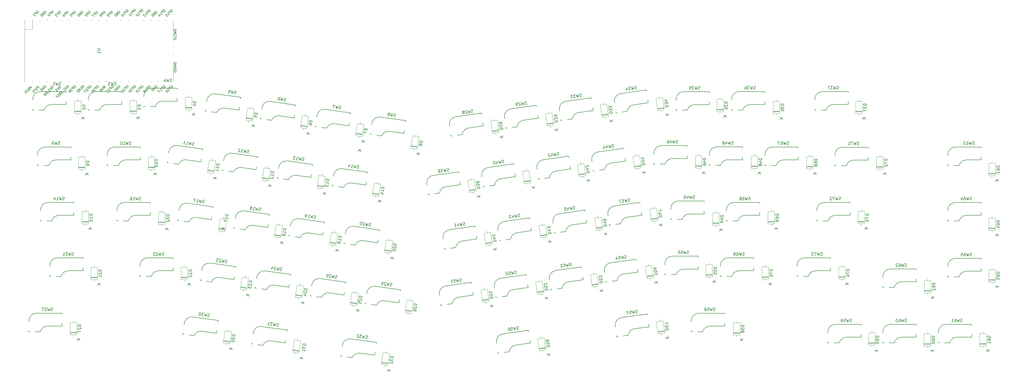
<source format=gbr>
%TF.GenerationSoftware,KiCad,Pcbnew,9.0.2*%
%TF.CreationDate,2025-06-19T20:24:17-07:00*%
%TF.ProjectId,toro-pcb,746f726f-2d70-4636-922e-6b696361645f,rev?*%
%TF.SameCoordinates,Original*%
%TF.FileFunction,Legend,Bot*%
%TF.FilePolarity,Positive*%
%FSLAX46Y46*%
G04 Gerber Fmt 4.6, Leading zero omitted, Abs format (unit mm)*
G04 Created by KiCad (PCBNEW 9.0.2) date 2025-06-19 20:24:17*
%MOMM*%
%LPD*%
G01*
G04 APERTURE LIST*
%ADD10C,0.150000*%
%ADD11C,0.120000*%
G04 APERTURE END LIST*
D10*
X304272334Y-58827200D02*
X304129477Y-58874819D01*
X304129477Y-58874819D02*
X303891382Y-58874819D01*
X303891382Y-58874819D02*
X303796144Y-58827200D01*
X303796144Y-58827200D02*
X303748525Y-58779580D01*
X303748525Y-58779580D02*
X303700906Y-58684342D01*
X303700906Y-58684342D02*
X303700906Y-58589104D01*
X303700906Y-58589104D02*
X303748525Y-58493866D01*
X303748525Y-58493866D02*
X303796144Y-58446247D01*
X303796144Y-58446247D02*
X303891382Y-58398628D01*
X303891382Y-58398628D02*
X304081858Y-58351009D01*
X304081858Y-58351009D02*
X304177096Y-58303390D01*
X304177096Y-58303390D02*
X304224715Y-58255771D01*
X304224715Y-58255771D02*
X304272334Y-58160533D01*
X304272334Y-58160533D02*
X304272334Y-58065295D01*
X304272334Y-58065295D02*
X304224715Y-57970057D01*
X304224715Y-57970057D02*
X304177096Y-57922438D01*
X304177096Y-57922438D02*
X304081858Y-57874819D01*
X304081858Y-57874819D02*
X303843763Y-57874819D01*
X303843763Y-57874819D02*
X303700906Y-57922438D01*
X303367572Y-57874819D02*
X303129477Y-58874819D01*
X303129477Y-58874819D02*
X302939001Y-58160533D01*
X302939001Y-58160533D02*
X302748525Y-58874819D01*
X302748525Y-58874819D02*
X302510430Y-57874819D01*
X302224715Y-57874819D02*
X301605668Y-57874819D01*
X301605668Y-57874819D02*
X301939001Y-58255771D01*
X301939001Y-58255771D02*
X301796144Y-58255771D01*
X301796144Y-58255771D02*
X301700906Y-58303390D01*
X301700906Y-58303390D02*
X301653287Y-58351009D01*
X301653287Y-58351009D02*
X301605668Y-58446247D01*
X301605668Y-58446247D02*
X301605668Y-58684342D01*
X301605668Y-58684342D02*
X301653287Y-58779580D01*
X301653287Y-58779580D02*
X301700906Y-58827200D01*
X301700906Y-58827200D02*
X301796144Y-58874819D01*
X301796144Y-58874819D02*
X302081858Y-58874819D01*
X302081858Y-58874819D02*
X302177096Y-58827200D01*
X302177096Y-58827200D02*
X302224715Y-58779580D01*
X301272334Y-57874819D02*
X300605668Y-57874819D01*
X300605668Y-57874819D02*
X301034239Y-58874819D01*
X105914678Y-100633901D02*
X105766584Y-100661174D01*
X105766584Y-100661174D02*
X105530806Y-100628038D01*
X105530806Y-100628038D02*
X105443122Y-100567628D01*
X105443122Y-100567628D02*
X105402593Y-100513845D01*
X105402593Y-100513845D02*
X105368692Y-100412906D01*
X105368692Y-100412906D02*
X105381947Y-100318595D01*
X105381947Y-100318595D02*
X105442357Y-100230911D01*
X105442357Y-100230911D02*
X105496140Y-100190383D01*
X105496140Y-100190383D02*
X105597078Y-100156482D01*
X105597078Y-100156482D02*
X105792328Y-100135835D01*
X105792328Y-100135835D02*
X105893267Y-100101934D01*
X105893267Y-100101934D02*
X105947050Y-100061406D01*
X105947050Y-100061406D02*
X106007460Y-99973722D01*
X106007460Y-99973722D02*
X106020715Y-99879411D01*
X106020715Y-99879411D02*
X105986813Y-99778472D01*
X105986813Y-99778472D02*
X105946285Y-99724689D01*
X105946285Y-99724689D02*
X105858601Y-99664279D01*
X105858601Y-99664279D02*
X105622823Y-99631143D01*
X105622823Y-99631143D02*
X105474729Y-99658416D01*
X105151267Y-99564870D02*
X104776316Y-100522001D01*
X104776316Y-100522001D02*
X104687102Y-99788158D01*
X104687102Y-99788158D02*
X104399071Y-100468983D01*
X104399071Y-100468983D02*
X104302466Y-99445578D01*
X103267336Y-100309928D02*
X103833203Y-100389456D01*
X103550270Y-100349692D02*
X103689443Y-99359424D01*
X103689443Y-99359424D02*
X103763872Y-99514145D01*
X103763872Y-99514145D02*
X103844929Y-99621711D01*
X103844929Y-99621711D02*
X103932613Y-99682121D01*
X102780996Y-99664533D02*
X102881934Y-99630632D01*
X102881934Y-99630632D02*
X102935717Y-99590104D01*
X102935717Y-99590104D02*
X102996127Y-99502420D01*
X102996127Y-99502420D02*
X103002755Y-99455264D01*
X103002755Y-99455264D02*
X102968854Y-99354326D01*
X102968854Y-99354326D02*
X102928325Y-99300543D01*
X102928325Y-99300543D02*
X102840641Y-99240133D01*
X102840641Y-99240133D02*
X102652019Y-99213623D01*
X102652019Y-99213623D02*
X102551080Y-99247524D01*
X102551080Y-99247524D02*
X102497297Y-99288053D01*
X102497297Y-99288053D02*
X102436887Y-99375737D01*
X102436887Y-99375737D02*
X102430260Y-99422892D01*
X102430260Y-99422892D02*
X102464161Y-99523831D01*
X102464161Y-99523831D02*
X102504689Y-99577614D01*
X102504689Y-99577614D02*
X102592373Y-99638024D01*
X102592373Y-99638024D02*
X102780996Y-99664533D01*
X102780996Y-99664533D02*
X102868680Y-99724943D01*
X102868680Y-99724943D02*
X102909208Y-99778726D01*
X102909208Y-99778726D02*
X102943109Y-99879665D01*
X102943109Y-99879665D02*
X102916600Y-100068287D01*
X102916600Y-100068287D02*
X102856190Y-100155971D01*
X102856190Y-100155971D02*
X102802407Y-100196500D01*
X102802407Y-100196500D02*
X102701468Y-100230401D01*
X102701468Y-100230401D02*
X102512846Y-100203891D01*
X102512846Y-100203891D02*
X102425162Y-100143481D01*
X102425162Y-100143481D02*
X102384634Y-100089698D01*
X102384634Y-100089698D02*
X102350732Y-99988760D01*
X102350732Y-99988760D02*
X102377242Y-99800137D01*
X102377242Y-99800137D02*
X102437652Y-99712453D01*
X102437652Y-99712453D02*
X102491435Y-99671925D01*
X102491435Y-99671925D02*
X102592373Y-99638024D01*
X235259148Y-135711110D02*
X235124309Y-135778147D01*
X235124309Y-135778147D02*
X234888531Y-135811284D01*
X234888531Y-135811284D02*
X234787592Y-135777383D01*
X234787592Y-135777383D02*
X234733809Y-135736854D01*
X234733809Y-135736854D02*
X234673399Y-135649170D01*
X234673399Y-135649170D02*
X234660145Y-135554859D01*
X234660145Y-135554859D02*
X234694046Y-135453920D01*
X234694046Y-135453920D02*
X234734574Y-135400138D01*
X234734574Y-135400138D02*
X234822258Y-135339727D01*
X234822258Y-135339727D02*
X235004253Y-135266063D01*
X235004253Y-135266063D02*
X235091937Y-135205652D01*
X235091937Y-135205652D02*
X235132465Y-135151869D01*
X235132465Y-135151869D02*
X235166366Y-135050931D01*
X235166366Y-135050931D02*
X235153112Y-134956620D01*
X235153112Y-134956620D02*
X235092702Y-134868936D01*
X235092702Y-134868936D02*
X235038919Y-134828407D01*
X235038919Y-134828407D02*
X234937980Y-134794506D01*
X234937980Y-134794506D02*
X234702202Y-134827643D01*
X234702202Y-134827643D02*
X234567362Y-134894680D01*
X234230646Y-134893916D02*
X234134041Y-135917320D01*
X234134041Y-135917320D02*
X233846009Y-135236495D01*
X233846009Y-135236495D02*
X233756796Y-135970339D01*
X233756796Y-135970339D02*
X233381845Y-135013207D01*
X232533043Y-135132498D02*
X233004600Y-135066225D01*
X233004600Y-135066225D02*
X233118028Y-135531154D01*
X233118028Y-135531154D02*
X233064245Y-135490626D01*
X233064245Y-135490626D02*
X232963307Y-135456725D01*
X232963307Y-135456725D02*
X232727529Y-135489861D01*
X232727529Y-135489861D02*
X232639845Y-135550271D01*
X232639845Y-135550271D02*
X232599316Y-135604054D01*
X232599316Y-135604054D02*
X232565415Y-135704993D01*
X232565415Y-135704993D02*
X232598552Y-135940771D01*
X232598552Y-135940771D02*
X232658962Y-136028455D01*
X232658962Y-136028455D02*
X232712745Y-136068983D01*
X232712745Y-136068983D02*
X232813683Y-136102884D01*
X232813683Y-136102884D02*
X233049462Y-136069748D01*
X233049462Y-136069748D02*
X233137146Y-136009338D01*
X233137146Y-136009338D02*
X233177674Y-135955555D01*
X232155798Y-135185516D02*
X231495620Y-135278299D01*
X231495620Y-135278299D02*
X232059193Y-136208921D01*
X232699710Y-97381242D02*
X232564871Y-97448279D01*
X232564871Y-97448279D02*
X232329093Y-97481416D01*
X232329093Y-97481416D02*
X232228154Y-97447515D01*
X232228154Y-97447515D02*
X232174371Y-97406986D01*
X232174371Y-97406986D02*
X232113961Y-97319302D01*
X232113961Y-97319302D02*
X232100707Y-97224991D01*
X232100707Y-97224991D02*
X232134608Y-97124052D01*
X232134608Y-97124052D02*
X232175136Y-97070270D01*
X232175136Y-97070270D02*
X232262820Y-97009859D01*
X232262820Y-97009859D02*
X232444815Y-96936195D01*
X232444815Y-96936195D02*
X232532499Y-96875784D01*
X232532499Y-96875784D02*
X232573027Y-96822001D01*
X232573027Y-96822001D02*
X232606928Y-96721063D01*
X232606928Y-96721063D02*
X232593674Y-96626752D01*
X232593674Y-96626752D02*
X232533264Y-96539068D01*
X232533264Y-96539068D02*
X232479481Y-96498539D01*
X232479481Y-96498539D02*
X232378542Y-96464638D01*
X232378542Y-96464638D02*
X232142764Y-96497775D01*
X232142764Y-96497775D02*
X232007924Y-96564812D01*
X231671208Y-96564048D02*
X231574603Y-97587452D01*
X231574603Y-97587452D02*
X231286571Y-96906627D01*
X231286571Y-96906627D02*
X231197358Y-97640471D01*
X231197358Y-97640471D02*
X230822407Y-96683339D01*
X229973605Y-96802630D02*
X230445162Y-96736357D01*
X230445162Y-96736357D02*
X230558590Y-97201286D01*
X230558590Y-97201286D02*
X230504807Y-97160758D01*
X230504807Y-97160758D02*
X230403869Y-97126857D01*
X230403869Y-97126857D02*
X230168091Y-97159993D01*
X230168091Y-97159993D02*
X230080407Y-97220403D01*
X230080407Y-97220403D02*
X230039878Y-97274186D01*
X230039878Y-97274186D02*
X230005977Y-97375125D01*
X230005977Y-97375125D02*
X230039114Y-97610903D01*
X230039114Y-97610903D02*
X230099524Y-97698587D01*
X230099524Y-97698587D02*
X230153307Y-97739115D01*
X230153307Y-97739115D02*
X230254245Y-97773016D01*
X230254245Y-97773016D02*
X230490024Y-97739880D01*
X230490024Y-97739880D02*
X230577708Y-97679470D01*
X230577708Y-97679470D02*
X230618236Y-97625687D01*
X229596360Y-96855648D02*
X228936182Y-96948431D01*
X228936182Y-96948431D02*
X229499755Y-97879053D01*
X268077334Y-77802200D02*
X267934477Y-77849819D01*
X267934477Y-77849819D02*
X267696382Y-77849819D01*
X267696382Y-77849819D02*
X267601144Y-77802200D01*
X267601144Y-77802200D02*
X267553525Y-77754580D01*
X267553525Y-77754580D02*
X267505906Y-77659342D01*
X267505906Y-77659342D02*
X267505906Y-77564104D01*
X267505906Y-77564104D02*
X267553525Y-77468866D01*
X267553525Y-77468866D02*
X267601144Y-77421247D01*
X267601144Y-77421247D02*
X267696382Y-77373628D01*
X267696382Y-77373628D02*
X267886858Y-77326009D01*
X267886858Y-77326009D02*
X267982096Y-77278390D01*
X267982096Y-77278390D02*
X268029715Y-77230771D01*
X268029715Y-77230771D02*
X268077334Y-77135533D01*
X268077334Y-77135533D02*
X268077334Y-77040295D01*
X268077334Y-77040295D02*
X268029715Y-76945057D01*
X268029715Y-76945057D02*
X267982096Y-76897438D01*
X267982096Y-76897438D02*
X267886858Y-76849819D01*
X267886858Y-76849819D02*
X267648763Y-76849819D01*
X267648763Y-76849819D02*
X267505906Y-76897438D01*
X267172572Y-76849819D02*
X266934477Y-77849819D01*
X266934477Y-77849819D02*
X266744001Y-77135533D01*
X266744001Y-77135533D02*
X266553525Y-77849819D01*
X266553525Y-77849819D02*
X266315430Y-76849819D01*
X265505906Y-77183152D02*
X265505906Y-77849819D01*
X265744001Y-76802200D02*
X265982096Y-77516485D01*
X265982096Y-77516485D02*
X265363049Y-77516485D01*
X264839239Y-77278390D02*
X264934477Y-77230771D01*
X264934477Y-77230771D02*
X264982096Y-77183152D01*
X264982096Y-77183152D02*
X265029715Y-77087914D01*
X265029715Y-77087914D02*
X265029715Y-77040295D01*
X265029715Y-77040295D02*
X264982096Y-76945057D01*
X264982096Y-76945057D02*
X264934477Y-76897438D01*
X264934477Y-76897438D02*
X264839239Y-76849819D01*
X264839239Y-76849819D02*
X264648763Y-76849819D01*
X264648763Y-76849819D02*
X264553525Y-76897438D01*
X264553525Y-76897438D02*
X264505906Y-76945057D01*
X264505906Y-76945057D02*
X264458287Y-77040295D01*
X264458287Y-77040295D02*
X264458287Y-77087914D01*
X264458287Y-77087914D02*
X264505906Y-77183152D01*
X264505906Y-77183152D02*
X264553525Y-77230771D01*
X264553525Y-77230771D02*
X264648763Y-77278390D01*
X264648763Y-77278390D02*
X264839239Y-77278390D01*
X264839239Y-77278390D02*
X264934477Y-77326009D01*
X264934477Y-77326009D02*
X264982096Y-77373628D01*
X264982096Y-77373628D02*
X265029715Y-77468866D01*
X265029715Y-77468866D02*
X265029715Y-77659342D01*
X265029715Y-77659342D02*
X264982096Y-77754580D01*
X264982096Y-77754580D02*
X264934477Y-77802200D01*
X264934477Y-77802200D02*
X264839239Y-77849819D01*
X264839239Y-77849819D02*
X264648763Y-77849819D01*
X264648763Y-77849819D02*
X264553525Y-77802200D01*
X264553525Y-77802200D02*
X264505906Y-77754580D01*
X264505906Y-77754580D02*
X264458287Y-77659342D01*
X264458287Y-77659342D02*
X264458287Y-77468866D01*
X264458287Y-77468866D02*
X264505906Y-77373628D01*
X264505906Y-77373628D02*
X264553525Y-77326009D01*
X264553525Y-77326009D02*
X264648763Y-77278390D01*
X86542032Y-97980411D02*
X86393938Y-98007684D01*
X86393938Y-98007684D02*
X86158160Y-97974548D01*
X86158160Y-97974548D02*
X86070476Y-97914138D01*
X86070476Y-97914138D02*
X86029947Y-97860355D01*
X86029947Y-97860355D02*
X85996046Y-97759416D01*
X85996046Y-97759416D02*
X86009301Y-97665105D01*
X86009301Y-97665105D02*
X86069711Y-97577421D01*
X86069711Y-97577421D02*
X86123494Y-97536893D01*
X86123494Y-97536893D02*
X86224432Y-97502992D01*
X86224432Y-97502992D02*
X86419682Y-97482345D01*
X86419682Y-97482345D02*
X86520621Y-97448444D01*
X86520621Y-97448444D02*
X86574404Y-97407916D01*
X86574404Y-97407916D02*
X86634814Y-97320232D01*
X86634814Y-97320232D02*
X86648069Y-97225921D01*
X86648069Y-97225921D02*
X86614167Y-97124982D01*
X86614167Y-97124982D02*
X86573639Y-97071199D01*
X86573639Y-97071199D02*
X86485955Y-97010789D01*
X86485955Y-97010789D02*
X86250177Y-96977653D01*
X86250177Y-96977653D02*
X86102083Y-97004926D01*
X85778621Y-96911380D02*
X85403670Y-97868511D01*
X85403670Y-97868511D02*
X85314456Y-97134668D01*
X85314456Y-97134668D02*
X85026425Y-97815493D01*
X85026425Y-97815493D02*
X84929820Y-96792088D01*
X83894690Y-97656438D02*
X84460557Y-97735966D01*
X84177624Y-97696202D02*
X84316797Y-96705934D01*
X84316797Y-96705934D02*
X84391226Y-96860655D01*
X84391226Y-96860655D02*
X84472283Y-96968221D01*
X84472283Y-96968221D02*
X84559967Y-97028631D01*
X83703774Y-96619779D02*
X83043595Y-96526997D01*
X83043595Y-96526997D02*
X83328822Y-97576911D01*
X208314978Y-81495255D02*
X208180139Y-81562292D01*
X208180139Y-81562292D02*
X207944361Y-81595429D01*
X207944361Y-81595429D02*
X207843422Y-81561528D01*
X207843422Y-81561528D02*
X207789639Y-81520999D01*
X207789639Y-81520999D02*
X207729229Y-81433315D01*
X207729229Y-81433315D02*
X207715975Y-81339004D01*
X207715975Y-81339004D02*
X207749876Y-81238065D01*
X207749876Y-81238065D02*
X207790404Y-81184283D01*
X207790404Y-81184283D02*
X207878088Y-81123872D01*
X207878088Y-81123872D02*
X208060083Y-81050208D01*
X208060083Y-81050208D02*
X208147767Y-80989797D01*
X208147767Y-80989797D02*
X208188295Y-80936014D01*
X208188295Y-80936014D02*
X208222196Y-80835076D01*
X208222196Y-80835076D02*
X208208942Y-80740765D01*
X208208942Y-80740765D02*
X208148532Y-80653081D01*
X208148532Y-80653081D02*
X208094749Y-80612552D01*
X208094749Y-80612552D02*
X207993810Y-80578651D01*
X207993810Y-80578651D02*
X207758032Y-80611788D01*
X207758032Y-80611788D02*
X207623192Y-80678825D01*
X207286476Y-80678061D02*
X207189871Y-81701465D01*
X207189871Y-81701465D02*
X206901839Y-81020640D01*
X206901839Y-81020640D02*
X206812626Y-81754484D01*
X206812626Y-81754484D02*
X206437675Y-80797352D01*
X205682420Y-81240105D02*
X205775202Y-81900284D01*
X205865180Y-80829724D02*
X206200367Y-81503922D01*
X206200367Y-81503922D02*
X205587344Y-81590076D01*
X205177727Y-81070600D02*
X205123945Y-81030072D01*
X205123945Y-81030072D02*
X205023006Y-80996171D01*
X205023006Y-80996171D02*
X204787228Y-81029307D01*
X204787228Y-81029307D02*
X204699544Y-81089717D01*
X204699544Y-81089717D02*
X204659016Y-81143500D01*
X204659016Y-81143500D02*
X204625115Y-81244439D01*
X204625115Y-81244439D02*
X204638369Y-81338750D01*
X204638369Y-81338750D02*
X204705407Y-81473590D01*
X204705407Y-81473590D02*
X205350802Y-81959930D01*
X205350802Y-81959930D02*
X204737778Y-82046084D01*
X75504582Y-56282200D02*
X75361725Y-56329819D01*
X75361725Y-56329819D02*
X75123630Y-56329819D01*
X75123630Y-56329819D02*
X75028392Y-56282200D01*
X75028392Y-56282200D02*
X74980773Y-56234580D01*
X74980773Y-56234580D02*
X74933154Y-56139342D01*
X74933154Y-56139342D02*
X74933154Y-56044104D01*
X74933154Y-56044104D02*
X74980773Y-55948866D01*
X74980773Y-55948866D02*
X75028392Y-55901247D01*
X75028392Y-55901247D02*
X75123630Y-55853628D01*
X75123630Y-55853628D02*
X75314106Y-55806009D01*
X75314106Y-55806009D02*
X75409344Y-55758390D01*
X75409344Y-55758390D02*
X75456963Y-55710771D01*
X75456963Y-55710771D02*
X75504582Y-55615533D01*
X75504582Y-55615533D02*
X75504582Y-55520295D01*
X75504582Y-55520295D02*
X75456963Y-55425057D01*
X75456963Y-55425057D02*
X75409344Y-55377438D01*
X75409344Y-55377438D02*
X75314106Y-55329819D01*
X75314106Y-55329819D02*
X75076011Y-55329819D01*
X75076011Y-55329819D02*
X74933154Y-55377438D01*
X74599820Y-55329819D02*
X74361725Y-56329819D01*
X74361725Y-56329819D02*
X74171249Y-55615533D01*
X74171249Y-55615533D02*
X73980773Y-56329819D01*
X73980773Y-56329819D02*
X73742678Y-55329819D01*
X72933154Y-55663152D02*
X72933154Y-56329819D01*
X73171249Y-55282200D02*
X73409344Y-55996485D01*
X73409344Y-55996485D02*
X72790297Y-55996485D01*
X178821530Y-66832152D02*
X178686691Y-66899189D01*
X178686691Y-66899189D02*
X178450913Y-66932326D01*
X178450913Y-66932326D02*
X178349974Y-66898425D01*
X178349974Y-66898425D02*
X178296191Y-66857896D01*
X178296191Y-66857896D02*
X178235781Y-66770212D01*
X178235781Y-66770212D02*
X178222527Y-66675901D01*
X178222527Y-66675901D02*
X178256428Y-66574962D01*
X178256428Y-66574962D02*
X178296956Y-66521180D01*
X178296956Y-66521180D02*
X178384640Y-66460769D01*
X178384640Y-66460769D02*
X178566635Y-66387105D01*
X178566635Y-66387105D02*
X178654319Y-66326694D01*
X178654319Y-66326694D02*
X178694847Y-66272911D01*
X178694847Y-66272911D02*
X178728748Y-66171973D01*
X178728748Y-66171973D02*
X178715494Y-66077662D01*
X178715494Y-66077662D02*
X178655084Y-65989978D01*
X178655084Y-65989978D02*
X178601301Y-65949449D01*
X178601301Y-65949449D02*
X178500362Y-65915548D01*
X178500362Y-65915548D02*
X178264584Y-65948685D01*
X178264584Y-65948685D02*
X178129744Y-66015722D01*
X177793028Y-66014958D02*
X177696423Y-67038362D01*
X177696423Y-67038362D02*
X177408391Y-66357537D01*
X177408391Y-66357537D02*
X177319178Y-67091381D01*
X177319178Y-67091381D02*
X176944227Y-66134249D01*
X176627392Y-66274951D02*
X176573609Y-66234423D01*
X176573609Y-66234423D02*
X176472670Y-66200522D01*
X176472670Y-66200522D02*
X176236892Y-66233658D01*
X176236892Y-66233658D02*
X176149208Y-66294068D01*
X176149208Y-66294068D02*
X176108680Y-66347851D01*
X176108680Y-66347851D02*
X176074779Y-66448790D01*
X176074779Y-66448790D02*
X176088034Y-66543101D01*
X176088034Y-66543101D02*
X176155071Y-66677941D01*
X176155071Y-66677941D02*
X176800466Y-67164281D01*
X176800466Y-67164281D02*
X176187443Y-67250435D01*
X175542048Y-66764096D02*
X175629732Y-66703685D01*
X175629732Y-66703685D02*
X175670260Y-66649902D01*
X175670260Y-66649902D02*
X175704161Y-66548964D01*
X175704161Y-66548964D02*
X175697534Y-66501808D01*
X175697534Y-66501808D02*
X175637124Y-66414124D01*
X175637124Y-66414124D02*
X175583341Y-66373596D01*
X175583341Y-66373596D02*
X175482402Y-66339695D01*
X175482402Y-66339695D02*
X175293780Y-66366204D01*
X175293780Y-66366204D02*
X175206096Y-66426614D01*
X175206096Y-66426614D02*
X175165568Y-66480397D01*
X175165568Y-66480397D02*
X175131667Y-66581336D01*
X175131667Y-66581336D02*
X175138294Y-66628491D01*
X175138294Y-66628491D02*
X175198704Y-66716175D01*
X175198704Y-66716175D02*
X175252487Y-66756704D01*
X175252487Y-66756704D02*
X175353425Y-66790605D01*
X175353425Y-66790605D02*
X175542048Y-66764096D01*
X175542048Y-66764096D02*
X175642987Y-66797997D01*
X175642987Y-66797997D02*
X175696769Y-66838525D01*
X175696769Y-66838525D02*
X175757180Y-66926209D01*
X175757180Y-66926209D02*
X175783689Y-67114831D01*
X175783689Y-67114831D02*
X175749788Y-67215770D01*
X175749788Y-67215770D02*
X175709259Y-67269553D01*
X175709259Y-67269553D02*
X175621575Y-67329963D01*
X175621575Y-67329963D02*
X175432953Y-67356472D01*
X175432953Y-67356472D02*
X175332014Y-67322571D01*
X175332014Y-67322571D02*
X175278232Y-67282043D01*
X175278232Y-67282043D02*
X175217821Y-67194359D01*
X175217821Y-67194359D02*
X175191312Y-67005736D01*
X175191312Y-67005736D02*
X175225213Y-66904798D01*
X175225213Y-66904798D02*
X175265742Y-66851015D01*
X175265742Y-66851015D02*
X175353425Y-66790605D01*
X133367380Y-65646963D02*
X133219286Y-65674236D01*
X133219286Y-65674236D02*
X132983508Y-65641100D01*
X132983508Y-65641100D02*
X132895824Y-65580690D01*
X132895824Y-65580690D02*
X132855296Y-65526907D01*
X132855296Y-65526907D02*
X132821395Y-65425968D01*
X132821395Y-65425968D02*
X132834649Y-65331657D01*
X132834649Y-65331657D02*
X132895059Y-65243973D01*
X132895059Y-65243973D02*
X132948842Y-65203445D01*
X132948842Y-65203445D02*
X133049781Y-65169544D01*
X133049781Y-65169544D02*
X133245031Y-65148897D01*
X133245031Y-65148897D02*
X133345969Y-65114996D01*
X133345969Y-65114996D02*
X133399752Y-65074468D01*
X133399752Y-65074468D02*
X133460162Y-64986784D01*
X133460162Y-64986784D02*
X133473417Y-64892473D01*
X133473417Y-64892473D02*
X133439516Y-64791534D01*
X133439516Y-64791534D02*
X133398987Y-64737751D01*
X133398987Y-64737751D02*
X133311303Y-64677341D01*
X133311303Y-64677341D02*
X133075525Y-64644205D01*
X133075525Y-64644205D02*
X132927431Y-64671478D01*
X132603969Y-64577932D02*
X132229018Y-65535063D01*
X132229018Y-65535063D02*
X132139805Y-64801220D01*
X132139805Y-64801220D02*
X131851773Y-65482045D01*
X131851773Y-65482045D02*
X131755168Y-64458641D01*
X131472234Y-64418877D02*
X130812056Y-64326095D01*
X130812056Y-64326095D02*
X131097283Y-65376008D01*
X252809523Y-115402200D02*
X252666666Y-115449819D01*
X252666666Y-115449819D02*
X252428571Y-115449819D01*
X252428571Y-115449819D02*
X252333333Y-115402200D01*
X252333333Y-115402200D02*
X252285714Y-115354580D01*
X252285714Y-115354580D02*
X252238095Y-115259342D01*
X252238095Y-115259342D02*
X252238095Y-115164104D01*
X252238095Y-115164104D02*
X252285714Y-115068866D01*
X252285714Y-115068866D02*
X252333333Y-115021247D01*
X252333333Y-115021247D02*
X252428571Y-114973628D01*
X252428571Y-114973628D02*
X252619047Y-114926009D01*
X252619047Y-114926009D02*
X252714285Y-114878390D01*
X252714285Y-114878390D02*
X252761904Y-114830771D01*
X252761904Y-114830771D02*
X252809523Y-114735533D01*
X252809523Y-114735533D02*
X252809523Y-114640295D01*
X252809523Y-114640295D02*
X252761904Y-114545057D01*
X252761904Y-114545057D02*
X252714285Y-114497438D01*
X252714285Y-114497438D02*
X252619047Y-114449819D01*
X252619047Y-114449819D02*
X252380952Y-114449819D01*
X252380952Y-114449819D02*
X252238095Y-114497438D01*
X251904761Y-114449819D02*
X251666666Y-115449819D01*
X251666666Y-115449819D02*
X251476190Y-114735533D01*
X251476190Y-114735533D02*
X251285714Y-115449819D01*
X251285714Y-115449819D02*
X251047619Y-114449819D01*
X250190476Y-114449819D02*
X250666666Y-114449819D01*
X250666666Y-114449819D02*
X250714285Y-114926009D01*
X250714285Y-114926009D02*
X250666666Y-114878390D01*
X250666666Y-114878390D02*
X250571428Y-114830771D01*
X250571428Y-114830771D02*
X250333333Y-114830771D01*
X250333333Y-114830771D02*
X250238095Y-114878390D01*
X250238095Y-114878390D02*
X250190476Y-114926009D01*
X250190476Y-114926009D02*
X250142857Y-115021247D01*
X250142857Y-115021247D02*
X250142857Y-115259342D01*
X250142857Y-115259342D02*
X250190476Y-115354580D01*
X250190476Y-115354580D02*
X250238095Y-115402200D01*
X250238095Y-115402200D02*
X250333333Y-115449819D01*
X250333333Y-115449819D02*
X250571428Y-115449819D01*
X250571428Y-115449819D02*
X250666666Y-115402200D01*
X250666666Y-115402200D02*
X250714285Y-115354580D01*
X249238095Y-114449819D02*
X249714285Y-114449819D01*
X249714285Y-114449819D02*
X249761904Y-114926009D01*
X249761904Y-114926009D02*
X249714285Y-114878390D01*
X249714285Y-114878390D02*
X249619047Y-114830771D01*
X249619047Y-114830771D02*
X249380952Y-114830771D01*
X249380952Y-114830771D02*
X249285714Y-114878390D01*
X249285714Y-114878390D02*
X249238095Y-114926009D01*
X249238095Y-114926009D02*
X249190476Y-115021247D01*
X249190476Y-115021247D02*
X249190476Y-115259342D01*
X249190476Y-115259342D02*
X249238095Y-115354580D01*
X249238095Y-115354580D02*
X249285714Y-115402200D01*
X249285714Y-115402200D02*
X249380952Y-115449819D01*
X249380952Y-115449819D02*
X249619047Y-115449819D01*
X249619047Y-115449819D02*
X249714285Y-115402200D01*
X249714285Y-115402200D02*
X249761904Y-115354580D01*
X194970496Y-102683737D02*
X194835657Y-102750774D01*
X194835657Y-102750774D02*
X194599879Y-102783911D01*
X194599879Y-102783911D02*
X194498940Y-102750010D01*
X194498940Y-102750010D02*
X194445157Y-102709481D01*
X194445157Y-102709481D02*
X194384747Y-102621797D01*
X194384747Y-102621797D02*
X194371493Y-102527486D01*
X194371493Y-102527486D02*
X194405394Y-102426547D01*
X194405394Y-102426547D02*
X194445922Y-102372765D01*
X194445922Y-102372765D02*
X194533606Y-102312354D01*
X194533606Y-102312354D02*
X194715601Y-102238690D01*
X194715601Y-102238690D02*
X194803285Y-102178279D01*
X194803285Y-102178279D02*
X194843813Y-102124496D01*
X194843813Y-102124496D02*
X194877714Y-102023558D01*
X194877714Y-102023558D02*
X194864460Y-101929247D01*
X194864460Y-101929247D02*
X194804050Y-101841563D01*
X194804050Y-101841563D02*
X194750267Y-101801034D01*
X194750267Y-101801034D02*
X194649328Y-101767133D01*
X194649328Y-101767133D02*
X194413550Y-101800270D01*
X194413550Y-101800270D02*
X194278710Y-101867307D01*
X193941994Y-101866543D02*
X193845389Y-102889947D01*
X193845389Y-102889947D02*
X193557357Y-102209122D01*
X193557357Y-102209122D02*
X193468144Y-102942966D01*
X193468144Y-102942966D02*
X193093193Y-101985834D01*
X192337938Y-102428587D02*
X192430720Y-103088766D01*
X192520698Y-102018206D02*
X192855885Y-102692404D01*
X192855885Y-102692404D02*
X192242862Y-102778558D01*
X191867146Y-102158143D02*
X191254123Y-102244298D01*
X191254123Y-102244298D02*
X191637231Y-102575152D01*
X191637231Y-102575152D02*
X191495764Y-102595034D01*
X191495764Y-102595034D02*
X191408080Y-102655444D01*
X191408080Y-102655444D02*
X191367552Y-102709227D01*
X191367552Y-102709227D02*
X191333651Y-102810166D01*
X191333651Y-102810166D02*
X191366787Y-103045944D01*
X191366787Y-103045944D02*
X191427198Y-103133628D01*
X191427198Y-103133628D02*
X191480980Y-103174156D01*
X191480980Y-103174156D02*
X191581919Y-103208057D01*
X191581919Y-103208057D02*
X191864853Y-103168293D01*
X191864853Y-103168293D02*
X191952537Y-103107883D01*
X191952537Y-103107883D02*
X191993065Y-103054100D01*
X231480272Y-116918110D02*
X231345433Y-116985147D01*
X231345433Y-116985147D02*
X231109655Y-117018284D01*
X231109655Y-117018284D02*
X231008716Y-116984383D01*
X231008716Y-116984383D02*
X230954933Y-116943854D01*
X230954933Y-116943854D02*
X230894523Y-116856170D01*
X230894523Y-116856170D02*
X230881269Y-116761859D01*
X230881269Y-116761859D02*
X230915170Y-116660920D01*
X230915170Y-116660920D02*
X230955698Y-116607138D01*
X230955698Y-116607138D02*
X231043382Y-116546727D01*
X231043382Y-116546727D02*
X231225377Y-116473063D01*
X231225377Y-116473063D02*
X231313061Y-116412652D01*
X231313061Y-116412652D02*
X231353589Y-116358869D01*
X231353589Y-116358869D02*
X231387490Y-116257931D01*
X231387490Y-116257931D02*
X231374236Y-116163620D01*
X231374236Y-116163620D02*
X231313826Y-116075936D01*
X231313826Y-116075936D02*
X231260043Y-116035407D01*
X231260043Y-116035407D02*
X231159104Y-116001506D01*
X231159104Y-116001506D02*
X230923326Y-116034643D01*
X230923326Y-116034643D02*
X230788486Y-116101680D01*
X230451770Y-116100916D02*
X230355165Y-117124320D01*
X230355165Y-117124320D02*
X230067133Y-116443495D01*
X230067133Y-116443495D02*
X229977920Y-117177339D01*
X229977920Y-117177339D02*
X229602969Y-116220207D01*
X228754167Y-116339498D02*
X229225724Y-116273225D01*
X229225724Y-116273225D02*
X229339152Y-116738154D01*
X229339152Y-116738154D02*
X229285369Y-116697626D01*
X229285369Y-116697626D02*
X229184431Y-116663725D01*
X229184431Y-116663725D02*
X228948653Y-116696861D01*
X228948653Y-116696861D02*
X228860969Y-116757271D01*
X228860969Y-116757271D02*
X228820440Y-116811054D01*
X228820440Y-116811054D02*
X228786539Y-116911993D01*
X228786539Y-116911993D02*
X228819676Y-117147771D01*
X228819676Y-117147771D02*
X228880086Y-117235455D01*
X228880086Y-117235455D02*
X228933869Y-117275983D01*
X228933869Y-117275983D02*
X229034807Y-117309884D01*
X229034807Y-117309884D02*
X229270586Y-117276748D01*
X229270586Y-117276748D02*
X229358270Y-117216338D01*
X229358270Y-117216338D02*
X229398798Y-117162555D01*
X227904602Y-116795506D02*
X227997384Y-117455685D01*
X228087361Y-116385125D02*
X228422549Y-117059322D01*
X228422549Y-117059322D02*
X227809526Y-117145477D01*
X349870818Y-116152200D02*
X349727961Y-116199819D01*
X349727961Y-116199819D02*
X349489866Y-116199819D01*
X349489866Y-116199819D02*
X349394628Y-116152200D01*
X349394628Y-116152200D02*
X349347009Y-116104580D01*
X349347009Y-116104580D02*
X349299390Y-116009342D01*
X349299390Y-116009342D02*
X349299390Y-115914104D01*
X349299390Y-115914104D02*
X349347009Y-115818866D01*
X349347009Y-115818866D02*
X349394628Y-115771247D01*
X349394628Y-115771247D02*
X349489866Y-115723628D01*
X349489866Y-115723628D02*
X349680342Y-115676009D01*
X349680342Y-115676009D02*
X349775580Y-115628390D01*
X349775580Y-115628390D02*
X349823199Y-115580771D01*
X349823199Y-115580771D02*
X349870818Y-115485533D01*
X349870818Y-115485533D02*
X349870818Y-115390295D01*
X349870818Y-115390295D02*
X349823199Y-115295057D01*
X349823199Y-115295057D02*
X349775580Y-115247438D01*
X349775580Y-115247438D02*
X349680342Y-115199819D01*
X349680342Y-115199819D02*
X349442247Y-115199819D01*
X349442247Y-115199819D02*
X349299390Y-115247438D01*
X348966056Y-115199819D02*
X348727961Y-116199819D01*
X348727961Y-116199819D02*
X348537485Y-115485533D01*
X348537485Y-115485533D02*
X348347009Y-116199819D01*
X348347009Y-116199819D02*
X348108914Y-115199819D01*
X347299390Y-115199819D02*
X347489866Y-115199819D01*
X347489866Y-115199819D02*
X347585104Y-115247438D01*
X347585104Y-115247438D02*
X347632723Y-115295057D01*
X347632723Y-115295057D02*
X347727961Y-115437914D01*
X347727961Y-115437914D02*
X347775580Y-115628390D01*
X347775580Y-115628390D02*
X347775580Y-116009342D01*
X347775580Y-116009342D02*
X347727961Y-116104580D01*
X347727961Y-116104580D02*
X347680342Y-116152200D01*
X347680342Y-116152200D02*
X347585104Y-116199819D01*
X347585104Y-116199819D02*
X347394628Y-116199819D01*
X347394628Y-116199819D02*
X347299390Y-116152200D01*
X347299390Y-116152200D02*
X347251771Y-116104580D01*
X347251771Y-116104580D02*
X347204152Y-116009342D01*
X347204152Y-116009342D02*
X347204152Y-115771247D01*
X347204152Y-115771247D02*
X347251771Y-115676009D01*
X347251771Y-115676009D02*
X347299390Y-115628390D01*
X347299390Y-115628390D02*
X347394628Y-115580771D01*
X347394628Y-115580771D02*
X347585104Y-115580771D01*
X347585104Y-115580771D02*
X347680342Y-115628390D01*
X347680342Y-115628390D02*
X347727961Y-115676009D01*
X347727961Y-115676009D02*
X347775580Y-115771247D01*
X346299390Y-115199819D02*
X346775580Y-115199819D01*
X346775580Y-115199819D02*
X346823199Y-115676009D01*
X346823199Y-115676009D02*
X346775580Y-115628390D01*
X346775580Y-115628390D02*
X346680342Y-115580771D01*
X346680342Y-115580771D02*
X346442247Y-115580771D01*
X346442247Y-115580771D02*
X346347009Y-115628390D01*
X346347009Y-115628390D02*
X346299390Y-115676009D01*
X346299390Y-115676009D02*
X346251771Y-115771247D01*
X346251771Y-115771247D02*
X346251771Y-116009342D01*
X346251771Y-116009342D02*
X346299390Y-116104580D01*
X346299390Y-116104580D02*
X346347009Y-116152200D01*
X346347009Y-116152200D02*
X346442247Y-116199819D01*
X346442247Y-116199819D02*
X346680342Y-116199819D01*
X346680342Y-116199819D02*
X346775580Y-116152200D01*
X346775580Y-116152200D02*
X346823199Y-116104580D01*
X327564523Y-119787200D02*
X327421666Y-119834819D01*
X327421666Y-119834819D02*
X327183571Y-119834819D01*
X327183571Y-119834819D02*
X327088333Y-119787200D01*
X327088333Y-119787200D02*
X327040714Y-119739580D01*
X327040714Y-119739580D02*
X326993095Y-119644342D01*
X326993095Y-119644342D02*
X326993095Y-119549104D01*
X326993095Y-119549104D02*
X327040714Y-119453866D01*
X327040714Y-119453866D02*
X327088333Y-119406247D01*
X327088333Y-119406247D02*
X327183571Y-119358628D01*
X327183571Y-119358628D02*
X327374047Y-119311009D01*
X327374047Y-119311009D02*
X327469285Y-119263390D01*
X327469285Y-119263390D02*
X327516904Y-119215771D01*
X327516904Y-119215771D02*
X327564523Y-119120533D01*
X327564523Y-119120533D02*
X327564523Y-119025295D01*
X327564523Y-119025295D02*
X327516904Y-118930057D01*
X327516904Y-118930057D02*
X327469285Y-118882438D01*
X327469285Y-118882438D02*
X327374047Y-118834819D01*
X327374047Y-118834819D02*
X327135952Y-118834819D01*
X327135952Y-118834819D02*
X326993095Y-118882438D01*
X326659761Y-118834819D02*
X326421666Y-119834819D01*
X326421666Y-119834819D02*
X326231190Y-119120533D01*
X326231190Y-119120533D02*
X326040714Y-119834819D01*
X326040714Y-119834819D02*
X325802619Y-118834819D01*
X324993095Y-118834819D02*
X325183571Y-118834819D01*
X325183571Y-118834819D02*
X325278809Y-118882438D01*
X325278809Y-118882438D02*
X325326428Y-118930057D01*
X325326428Y-118930057D02*
X325421666Y-119072914D01*
X325421666Y-119072914D02*
X325469285Y-119263390D01*
X325469285Y-119263390D02*
X325469285Y-119644342D01*
X325469285Y-119644342D02*
X325421666Y-119739580D01*
X325421666Y-119739580D02*
X325374047Y-119787200D01*
X325374047Y-119787200D02*
X325278809Y-119834819D01*
X325278809Y-119834819D02*
X325088333Y-119834819D01*
X325088333Y-119834819D02*
X324993095Y-119787200D01*
X324993095Y-119787200D02*
X324945476Y-119739580D01*
X324945476Y-119739580D02*
X324897857Y-119644342D01*
X324897857Y-119644342D02*
X324897857Y-119406247D01*
X324897857Y-119406247D02*
X324945476Y-119311009D01*
X324945476Y-119311009D02*
X324993095Y-119263390D01*
X324993095Y-119263390D02*
X325088333Y-119215771D01*
X325088333Y-119215771D02*
X325278809Y-119215771D01*
X325278809Y-119215771D02*
X325374047Y-119263390D01*
X325374047Y-119263390D02*
X325421666Y-119311009D01*
X325421666Y-119311009D02*
X325469285Y-119406247D01*
X324516904Y-118930057D02*
X324469285Y-118882438D01*
X324469285Y-118882438D02*
X324374047Y-118834819D01*
X324374047Y-118834819D02*
X324135952Y-118834819D01*
X324135952Y-118834819D02*
X324040714Y-118882438D01*
X324040714Y-118882438D02*
X323993095Y-118930057D01*
X323993095Y-118930057D02*
X323945476Y-119025295D01*
X323945476Y-119025295D02*
X323945476Y-119120533D01*
X323945476Y-119120533D02*
X323993095Y-119263390D01*
X323993095Y-119263390D02*
X324564523Y-119834819D01*
X324564523Y-119834819D02*
X323945476Y-119834819D01*
X152231986Y-68298211D02*
X152083892Y-68325484D01*
X152083892Y-68325484D02*
X151848114Y-68292348D01*
X151848114Y-68292348D02*
X151760430Y-68231938D01*
X151760430Y-68231938D02*
X151719902Y-68178155D01*
X151719902Y-68178155D02*
X151686001Y-68077216D01*
X151686001Y-68077216D02*
X151699255Y-67982905D01*
X151699255Y-67982905D02*
X151759665Y-67895221D01*
X151759665Y-67895221D02*
X151813448Y-67854693D01*
X151813448Y-67854693D02*
X151914387Y-67820792D01*
X151914387Y-67820792D02*
X152109637Y-67800145D01*
X152109637Y-67800145D02*
X152210575Y-67766244D01*
X152210575Y-67766244D02*
X152264358Y-67725716D01*
X152264358Y-67725716D02*
X152324768Y-67638032D01*
X152324768Y-67638032D02*
X152338023Y-67543721D01*
X152338023Y-67543721D02*
X152304122Y-67442782D01*
X152304122Y-67442782D02*
X152263593Y-67388999D01*
X152263593Y-67388999D02*
X152175909Y-67328589D01*
X152175909Y-67328589D02*
X151940131Y-67295453D01*
X151940131Y-67295453D02*
X151792037Y-67322726D01*
X151468575Y-67229180D02*
X151093624Y-68186311D01*
X151093624Y-68186311D02*
X151004411Y-67452468D01*
X151004411Y-67452468D02*
X150716379Y-68133293D01*
X150716379Y-68133293D02*
X150619774Y-67109889D01*
X150041417Y-67461389D02*
X150142355Y-67427488D01*
X150142355Y-67427488D02*
X150196138Y-67386960D01*
X150196138Y-67386960D02*
X150256548Y-67299276D01*
X150256548Y-67299276D02*
X150263175Y-67252120D01*
X150263175Y-67252120D02*
X150229274Y-67151181D01*
X150229274Y-67151181D02*
X150188746Y-67097399D01*
X150188746Y-67097399D02*
X150101062Y-67036988D01*
X150101062Y-67036988D02*
X149912440Y-67010479D01*
X149912440Y-67010479D02*
X149811501Y-67044380D01*
X149811501Y-67044380D02*
X149757718Y-67084909D01*
X149757718Y-67084909D02*
X149697308Y-67172593D01*
X149697308Y-67172593D02*
X149690681Y-67219748D01*
X149690681Y-67219748D02*
X149724582Y-67320687D01*
X149724582Y-67320687D02*
X149765110Y-67374470D01*
X149765110Y-67374470D02*
X149852794Y-67434880D01*
X149852794Y-67434880D02*
X150041417Y-67461389D01*
X150041417Y-67461389D02*
X150129100Y-67521799D01*
X150129100Y-67521799D02*
X150169629Y-67575582D01*
X150169629Y-67575582D02*
X150203530Y-67676521D01*
X150203530Y-67676521D02*
X150177021Y-67865143D01*
X150177021Y-67865143D02*
X150116610Y-67952827D01*
X150116610Y-67952827D02*
X150062828Y-67993355D01*
X150062828Y-67993355D02*
X149961889Y-68027256D01*
X149961889Y-68027256D02*
X149773267Y-68000747D01*
X149773267Y-68000747D02*
X149685583Y-67940337D01*
X149685583Y-67940337D02*
X149645054Y-67886554D01*
X149645054Y-67886554D02*
X149611153Y-67785616D01*
X149611153Y-67785616D02*
X149637662Y-67596993D01*
X149637662Y-67596993D02*
X149698073Y-67509309D01*
X149698073Y-67509309D02*
X149751856Y-67468781D01*
X149751856Y-67468781D02*
X149852794Y-67434880D01*
X56454582Y-57457200D02*
X56311725Y-57504819D01*
X56311725Y-57504819D02*
X56073630Y-57504819D01*
X56073630Y-57504819D02*
X55978392Y-57457200D01*
X55978392Y-57457200D02*
X55930773Y-57409580D01*
X55930773Y-57409580D02*
X55883154Y-57314342D01*
X55883154Y-57314342D02*
X55883154Y-57219104D01*
X55883154Y-57219104D02*
X55930773Y-57123866D01*
X55930773Y-57123866D02*
X55978392Y-57076247D01*
X55978392Y-57076247D02*
X56073630Y-57028628D01*
X56073630Y-57028628D02*
X56264106Y-56981009D01*
X56264106Y-56981009D02*
X56359344Y-56933390D01*
X56359344Y-56933390D02*
X56406963Y-56885771D01*
X56406963Y-56885771D02*
X56454582Y-56790533D01*
X56454582Y-56790533D02*
X56454582Y-56695295D01*
X56454582Y-56695295D02*
X56406963Y-56600057D01*
X56406963Y-56600057D02*
X56359344Y-56552438D01*
X56359344Y-56552438D02*
X56264106Y-56504819D01*
X56264106Y-56504819D02*
X56026011Y-56504819D01*
X56026011Y-56504819D02*
X55883154Y-56552438D01*
X55549820Y-56504819D02*
X55311725Y-57504819D01*
X55311725Y-57504819D02*
X55121249Y-56790533D01*
X55121249Y-56790533D02*
X54930773Y-57504819D01*
X54930773Y-57504819D02*
X54692678Y-56504819D01*
X54406963Y-56504819D02*
X53787916Y-56504819D01*
X53787916Y-56504819D02*
X54121249Y-56885771D01*
X54121249Y-56885771D02*
X53978392Y-56885771D01*
X53978392Y-56885771D02*
X53883154Y-56933390D01*
X53883154Y-56933390D02*
X53835535Y-56981009D01*
X53835535Y-56981009D02*
X53787916Y-57076247D01*
X53787916Y-57076247D02*
X53787916Y-57314342D01*
X53787916Y-57314342D02*
X53835535Y-57409580D01*
X53835535Y-57409580D02*
X53883154Y-57457200D01*
X53883154Y-57457200D02*
X53978392Y-57504819D01*
X53978392Y-57504819D02*
X54264106Y-57504819D01*
X54264106Y-57504819D02*
X54359344Y-57457200D01*
X54359344Y-57457200D02*
X54406963Y-57409580D01*
X41814523Y-115977200D02*
X41671666Y-116024819D01*
X41671666Y-116024819D02*
X41433571Y-116024819D01*
X41433571Y-116024819D02*
X41338333Y-115977200D01*
X41338333Y-115977200D02*
X41290714Y-115929580D01*
X41290714Y-115929580D02*
X41243095Y-115834342D01*
X41243095Y-115834342D02*
X41243095Y-115739104D01*
X41243095Y-115739104D02*
X41290714Y-115643866D01*
X41290714Y-115643866D02*
X41338333Y-115596247D01*
X41338333Y-115596247D02*
X41433571Y-115548628D01*
X41433571Y-115548628D02*
X41624047Y-115501009D01*
X41624047Y-115501009D02*
X41719285Y-115453390D01*
X41719285Y-115453390D02*
X41766904Y-115405771D01*
X41766904Y-115405771D02*
X41814523Y-115310533D01*
X41814523Y-115310533D02*
X41814523Y-115215295D01*
X41814523Y-115215295D02*
X41766904Y-115120057D01*
X41766904Y-115120057D02*
X41719285Y-115072438D01*
X41719285Y-115072438D02*
X41624047Y-115024819D01*
X41624047Y-115024819D02*
X41385952Y-115024819D01*
X41385952Y-115024819D02*
X41243095Y-115072438D01*
X40909761Y-115024819D02*
X40671666Y-116024819D01*
X40671666Y-116024819D02*
X40481190Y-115310533D01*
X40481190Y-115310533D02*
X40290714Y-116024819D01*
X40290714Y-116024819D02*
X40052619Y-115024819D01*
X39719285Y-115120057D02*
X39671666Y-115072438D01*
X39671666Y-115072438D02*
X39576428Y-115024819D01*
X39576428Y-115024819D02*
X39338333Y-115024819D01*
X39338333Y-115024819D02*
X39243095Y-115072438D01*
X39243095Y-115072438D02*
X39195476Y-115120057D01*
X39195476Y-115120057D02*
X39147857Y-115215295D01*
X39147857Y-115215295D02*
X39147857Y-115310533D01*
X39147857Y-115310533D02*
X39195476Y-115453390D01*
X39195476Y-115453390D02*
X39766904Y-116024819D01*
X39766904Y-116024819D02*
X39147857Y-116024819D01*
X38195476Y-116024819D02*
X38766904Y-116024819D01*
X38481190Y-116024819D02*
X38481190Y-115024819D01*
X38481190Y-115024819D02*
X38576428Y-115167676D01*
X38576428Y-115167676D02*
X38671666Y-115262914D01*
X38671666Y-115262914D02*
X38766904Y-115310533D01*
X346614523Y-138837200D02*
X346471666Y-138884819D01*
X346471666Y-138884819D02*
X346233571Y-138884819D01*
X346233571Y-138884819D02*
X346138333Y-138837200D01*
X346138333Y-138837200D02*
X346090714Y-138789580D01*
X346090714Y-138789580D02*
X346043095Y-138694342D01*
X346043095Y-138694342D02*
X346043095Y-138599104D01*
X346043095Y-138599104D02*
X346090714Y-138503866D01*
X346090714Y-138503866D02*
X346138333Y-138456247D01*
X346138333Y-138456247D02*
X346233571Y-138408628D01*
X346233571Y-138408628D02*
X346424047Y-138361009D01*
X346424047Y-138361009D02*
X346519285Y-138313390D01*
X346519285Y-138313390D02*
X346566904Y-138265771D01*
X346566904Y-138265771D02*
X346614523Y-138170533D01*
X346614523Y-138170533D02*
X346614523Y-138075295D01*
X346614523Y-138075295D02*
X346566904Y-137980057D01*
X346566904Y-137980057D02*
X346519285Y-137932438D01*
X346519285Y-137932438D02*
X346424047Y-137884819D01*
X346424047Y-137884819D02*
X346185952Y-137884819D01*
X346185952Y-137884819D02*
X346043095Y-137932438D01*
X345709761Y-137884819D02*
X345471666Y-138884819D01*
X345471666Y-138884819D02*
X345281190Y-138170533D01*
X345281190Y-138170533D02*
X345090714Y-138884819D01*
X345090714Y-138884819D02*
X344852619Y-137884819D01*
X344043095Y-137884819D02*
X344233571Y-137884819D01*
X344233571Y-137884819D02*
X344328809Y-137932438D01*
X344328809Y-137932438D02*
X344376428Y-137980057D01*
X344376428Y-137980057D02*
X344471666Y-138122914D01*
X344471666Y-138122914D02*
X344519285Y-138313390D01*
X344519285Y-138313390D02*
X344519285Y-138694342D01*
X344519285Y-138694342D02*
X344471666Y-138789580D01*
X344471666Y-138789580D02*
X344424047Y-138837200D01*
X344424047Y-138837200D02*
X344328809Y-138884819D01*
X344328809Y-138884819D02*
X344138333Y-138884819D01*
X344138333Y-138884819D02*
X344043095Y-138837200D01*
X344043095Y-138837200D02*
X343995476Y-138789580D01*
X343995476Y-138789580D02*
X343947857Y-138694342D01*
X343947857Y-138694342D02*
X343947857Y-138456247D01*
X343947857Y-138456247D02*
X343995476Y-138361009D01*
X343995476Y-138361009D02*
X344043095Y-138313390D01*
X344043095Y-138313390D02*
X344138333Y-138265771D01*
X344138333Y-138265771D02*
X344328809Y-138265771D01*
X344328809Y-138265771D02*
X344424047Y-138313390D01*
X344424047Y-138313390D02*
X344471666Y-138361009D01*
X344471666Y-138361009D02*
X344519285Y-138456247D01*
X342995476Y-138884819D02*
X343566904Y-138884819D01*
X343281190Y-138884819D02*
X343281190Y-137884819D01*
X343281190Y-137884819D02*
X343376428Y-138027676D01*
X343376428Y-138027676D02*
X343471666Y-138122914D01*
X343471666Y-138122914D02*
X343566904Y-138170533D01*
X114481986Y-62945700D02*
X114333892Y-62972973D01*
X114333892Y-62972973D02*
X114098114Y-62939837D01*
X114098114Y-62939837D02*
X114010430Y-62879427D01*
X114010430Y-62879427D02*
X113969902Y-62825644D01*
X113969902Y-62825644D02*
X113936001Y-62724705D01*
X113936001Y-62724705D02*
X113949255Y-62630394D01*
X113949255Y-62630394D02*
X114009665Y-62542710D01*
X114009665Y-62542710D02*
X114063448Y-62502182D01*
X114063448Y-62502182D02*
X114164387Y-62468281D01*
X114164387Y-62468281D02*
X114359637Y-62447634D01*
X114359637Y-62447634D02*
X114460575Y-62413733D01*
X114460575Y-62413733D02*
X114514358Y-62373205D01*
X114514358Y-62373205D02*
X114574768Y-62285521D01*
X114574768Y-62285521D02*
X114588023Y-62191210D01*
X114588023Y-62191210D02*
X114554122Y-62090271D01*
X114554122Y-62090271D02*
X114513593Y-62036488D01*
X114513593Y-62036488D02*
X114425909Y-61976078D01*
X114425909Y-61976078D02*
X114190131Y-61942942D01*
X114190131Y-61942942D02*
X114042037Y-61970215D01*
X113718575Y-61876669D02*
X113343624Y-62833800D01*
X113343624Y-62833800D02*
X113254411Y-62099957D01*
X113254411Y-62099957D02*
X112966379Y-62780782D01*
X112966379Y-62780782D02*
X112869774Y-61757378D01*
X112068128Y-61644714D02*
X112256751Y-61671223D01*
X112256751Y-61671223D02*
X112344435Y-61731633D01*
X112344435Y-61731633D02*
X112384963Y-61785416D01*
X112384963Y-61785416D02*
X112459393Y-61940137D01*
X112459393Y-61940137D02*
X112480039Y-62135387D01*
X112480039Y-62135387D02*
X112427021Y-62512632D01*
X112427021Y-62512632D02*
X112366610Y-62600316D01*
X112366610Y-62600316D02*
X112312828Y-62640844D01*
X112312828Y-62640844D02*
X112211889Y-62674745D01*
X112211889Y-62674745D02*
X112023267Y-62648236D01*
X112023267Y-62648236D02*
X111935583Y-62587826D01*
X111935583Y-62587826D02*
X111895054Y-62534043D01*
X111895054Y-62534043D02*
X111861153Y-62433105D01*
X111861153Y-62433105D02*
X111894290Y-62197326D01*
X111894290Y-62197326D02*
X111954700Y-62109643D01*
X111954700Y-62109643D02*
X112008483Y-62069114D01*
X112008483Y-62069114D02*
X112109421Y-62035213D01*
X112109421Y-62035213D02*
X112298044Y-62061722D01*
X112298044Y-62061722D02*
X112385728Y-62122133D01*
X112385728Y-62122133D02*
X112426256Y-62175915D01*
X112426256Y-62175915D02*
X112460157Y-62276854D01*
X287127334Y-77877200D02*
X286984477Y-77924819D01*
X286984477Y-77924819D02*
X286746382Y-77924819D01*
X286746382Y-77924819D02*
X286651144Y-77877200D01*
X286651144Y-77877200D02*
X286603525Y-77829580D01*
X286603525Y-77829580D02*
X286555906Y-77734342D01*
X286555906Y-77734342D02*
X286555906Y-77639104D01*
X286555906Y-77639104D02*
X286603525Y-77543866D01*
X286603525Y-77543866D02*
X286651144Y-77496247D01*
X286651144Y-77496247D02*
X286746382Y-77448628D01*
X286746382Y-77448628D02*
X286936858Y-77401009D01*
X286936858Y-77401009D02*
X287032096Y-77353390D01*
X287032096Y-77353390D02*
X287079715Y-77305771D01*
X287079715Y-77305771D02*
X287127334Y-77210533D01*
X287127334Y-77210533D02*
X287127334Y-77115295D01*
X287127334Y-77115295D02*
X287079715Y-77020057D01*
X287079715Y-77020057D02*
X287032096Y-76972438D01*
X287032096Y-76972438D02*
X286936858Y-76924819D01*
X286936858Y-76924819D02*
X286698763Y-76924819D01*
X286698763Y-76924819D02*
X286555906Y-76972438D01*
X286222572Y-76924819D02*
X285984477Y-77924819D01*
X285984477Y-77924819D02*
X285794001Y-77210533D01*
X285794001Y-77210533D02*
X285603525Y-77924819D01*
X285603525Y-77924819D02*
X285365430Y-76924819D01*
X284555906Y-76924819D02*
X284746382Y-76924819D01*
X284746382Y-76924819D02*
X284841620Y-76972438D01*
X284841620Y-76972438D02*
X284889239Y-77020057D01*
X284889239Y-77020057D02*
X284984477Y-77162914D01*
X284984477Y-77162914D02*
X285032096Y-77353390D01*
X285032096Y-77353390D02*
X285032096Y-77734342D01*
X285032096Y-77734342D02*
X284984477Y-77829580D01*
X284984477Y-77829580D02*
X284936858Y-77877200D01*
X284936858Y-77877200D02*
X284841620Y-77924819D01*
X284841620Y-77924819D02*
X284651144Y-77924819D01*
X284651144Y-77924819D02*
X284555906Y-77877200D01*
X284555906Y-77877200D02*
X284508287Y-77829580D01*
X284508287Y-77829580D02*
X284460668Y-77734342D01*
X284460668Y-77734342D02*
X284460668Y-77496247D01*
X284460668Y-77496247D02*
X284508287Y-77401009D01*
X284508287Y-77401009D02*
X284555906Y-77353390D01*
X284555906Y-77353390D02*
X284651144Y-77305771D01*
X284651144Y-77305771D02*
X284841620Y-77305771D01*
X284841620Y-77305771D02*
X284936858Y-77353390D01*
X284936858Y-77353390D02*
X284984477Y-77401009D01*
X284984477Y-77401009D02*
X285032096Y-77496247D01*
X284127334Y-76924819D02*
X283460668Y-76924819D01*
X283460668Y-76924819D02*
X283889239Y-77924819D01*
X174886452Y-124871853D02*
X174751613Y-124938890D01*
X174751613Y-124938890D02*
X174515835Y-124972027D01*
X174515835Y-124972027D02*
X174414896Y-124938126D01*
X174414896Y-124938126D02*
X174361113Y-124897597D01*
X174361113Y-124897597D02*
X174300703Y-124809913D01*
X174300703Y-124809913D02*
X174287449Y-124715602D01*
X174287449Y-124715602D02*
X174321350Y-124614663D01*
X174321350Y-124614663D02*
X174361878Y-124560881D01*
X174361878Y-124560881D02*
X174449562Y-124500470D01*
X174449562Y-124500470D02*
X174631557Y-124426806D01*
X174631557Y-124426806D02*
X174719241Y-124366395D01*
X174719241Y-124366395D02*
X174759769Y-124312612D01*
X174759769Y-124312612D02*
X174793670Y-124211674D01*
X174793670Y-124211674D02*
X174780416Y-124117363D01*
X174780416Y-124117363D02*
X174720006Y-124029679D01*
X174720006Y-124029679D02*
X174666223Y-123989150D01*
X174666223Y-123989150D02*
X174565284Y-123955249D01*
X174565284Y-123955249D02*
X174329506Y-123988386D01*
X174329506Y-123988386D02*
X174194666Y-124055423D01*
X173857950Y-124054659D02*
X173761345Y-125078063D01*
X173761345Y-125078063D02*
X173473313Y-124397238D01*
X173473313Y-124397238D02*
X173384100Y-125131082D01*
X173384100Y-125131082D02*
X173009149Y-124173950D01*
X172160347Y-124293241D02*
X172631904Y-124226968D01*
X172631904Y-124226968D02*
X172745332Y-124691897D01*
X172745332Y-124691897D02*
X172691549Y-124651369D01*
X172691549Y-124651369D02*
X172590611Y-124617468D01*
X172590611Y-124617468D02*
X172354833Y-124650604D01*
X172354833Y-124650604D02*
X172267149Y-124711014D01*
X172267149Y-124711014D02*
X172226620Y-124764797D01*
X172226620Y-124764797D02*
X172192719Y-124865736D01*
X172192719Y-124865736D02*
X172225856Y-125101514D01*
X172225856Y-125101514D02*
X172286266Y-125189198D01*
X172286266Y-125189198D02*
X172340049Y-125229726D01*
X172340049Y-125229726D02*
X172440987Y-125263627D01*
X172440987Y-125263627D02*
X172676766Y-125230491D01*
X172676766Y-125230491D02*
X172764450Y-125170081D01*
X172764450Y-125170081D02*
X172804978Y-125116298D01*
X171309252Y-125422682D02*
X171875120Y-125343155D01*
X171592186Y-125382919D02*
X171453013Y-124392651D01*
X171453013Y-124392651D02*
X171567206Y-124520863D01*
X171567206Y-124520863D02*
X171674772Y-124601919D01*
X171674772Y-124601919D02*
X171775711Y-124635820D01*
X64849523Y-96927200D02*
X64706666Y-96974819D01*
X64706666Y-96974819D02*
X64468571Y-96974819D01*
X64468571Y-96974819D02*
X64373333Y-96927200D01*
X64373333Y-96927200D02*
X64325714Y-96879580D01*
X64325714Y-96879580D02*
X64278095Y-96784342D01*
X64278095Y-96784342D02*
X64278095Y-96689104D01*
X64278095Y-96689104D02*
X64325714Y-96593866D01*
X64325714Y-96593866D02*
X64373333Y-96546247D01*
X64373333Y-96546247D02*
X64468571Y-96498628D01*
X64468571Y-96498628D02*
X64659047Y-96451009D01*
X64659047Y-96451009D02*
X64754285Y-96403390D01*
X64754285Y-96403390D02*
X64801904Y-96355771D01*
X64801904Y-96355771D02*
X64849523Y-96260533D01*
X64849523Y-96260533D02*
X64849523Y-96165295D01*
X64849523Y-96165295D02*
X64801904Y-96070057D01*
X64801904Y-96070057D02*
X64754285Y-96022438D01*
X64754285Y-96022438D02*
X64659047Y-95974819D01*
X64659047Y-95974819D02*
X64420952Y-95974819D01*
X64420952Y-95974819D02*
X64278095Y-96022438D01*
X63944761Y-95974819D02*
X63706666Y-96974819D01*
X63706666Y-96974819D02*
X63516190Y-96260533D01*
X63516190Y-96260533D02*
X63325714Y-96974819D01*
X63325714Y-96974819D02*
X63087619Y-95974819D01*
X62182857Y-96974819D02*
X62754285Y-96974819D01*
X62468571Y-96974819D02*
X62468571Y-95974819D01*
X62468571Y-95974819D02*
X62563809Y-96117676D01*
X62563809Y-96117676D02*
X62659047Y-96212914D01*
X62659047Y-96212914D02*
X62754285Y-96260533D01*
X61325714Y-95974819D02*
X61516190Y-95974819D01*
X61516190Y-95974819D02*
X61611428Y-96022438D01*
X61611428Y-96022438D02*
X61659047Y-96070057D01*
X61659047Y-96070057D02*
X61754285Y-96212914D01*
X61754285Y-96212914D02*
X61801904Y-96403390D01*
X61801904Y-96403390D02*
X61801904Y-96784342D01*
X61801904Y-96784342D02*
X61754285Y-96879580D01*
X61754285Y-96879580D02*
X61706666Y-96927200D01*
X61706666Y-96927200D02*
X61611428Y-96974819D01*
X61611428Y-96974819D02*
X61420952Y-96974819D01*
X61420952Y-96974819D02*
X61325714Y-96927200D01*
X61325714Y-96927200D02*
X61278095Y-96879580D01*
X61278095Y-96879580D02*
X61230476Y-96784342D01*
X61230476Y-96784342D02*
X61230476Y-96546247D01*
X61230476Y-96546247D02*
X61278095Y-96451009D01*
X61278095Y-96451009D02*
X61325714Y-96403390D01*
X61325714Y-96403390D02*
X61420952Y-96355771D01*
X61420952Y-96355771D02*
X61611428Y-96355771D01*
X61611428Y-96355771D02*
X61706666Y-96403390D01*
X61706666Y-96403390D02*
X61754285Y-96451009D01*
X61754285Y-96451009D02*
X61801904Y-96546247D01*
X88332419Y-137063512D02*
X88184325Y-137090785D01*
X88184325Y-137090785D02*
X87948547Y-137057649D01*
X87948547Y-137057649D02*
X87860863Y-136997239D01*
X87860863Y-136997239D02*
X87820334Y-136943456D01*
X87820334Y-136943456D02*
X87786433Y-136842517D01*
X87786433Y-136842517D02*
X87799688Y-136748206D01*
X87799688Y-136748206D02*
X87860098Y-136660522D01*
X87860098Y-136660522D02*
X87913881Y-136619994D01*
X87913881Y-136619994D02*
X88014819Y-136586093D01*
X88014819Y-136586093D02*
X88210069Y-136565446D01*
X88210069Y-136565446D02*
X88311008Y-136531545D01*
X88311008Y-136531545D02*
X88364791Y-136491017D01*
X88364791Y-136491017D02*
X88425201Y-136403333D01*
X88425201Y-136403333D02*
X88438456Y-136309022D01*
X88438456Y-136309022D02*
X88404554Y-136208083D01*
X88404554Y-136208083D02*
X88364026Y-136154300D01*
X88364026Y-136154300D02*
X88276342Y-136093890D01*
X88276342Y-136093890D02*
X88040564Y-136060754D01*
X88040564Y-136060754D02*
X87892470Y-136088027D01*
X87569008Y-135994481D02*
X87194057Y-136951612D01*
X87194057Y-136951612D02*
X87104843Y-136217769D01*
X87104843Y-136217769D02*
X86816812Y-136898594D01*
X86816812Y-136898594D02*
X86720207Y-135875189D01*
X86437273Y-135835426D02*
X85824250Y-135749271D01*
X85824250Y-135749271D02*
X86101321Y-136172907D01*
X86101321Y-136172907D02*
X85959854Y-136153025D01*
X85959854Y-136153025D02*
X85858916Y-136186926D01*
X85858916Y-136186926D02*
X85805133Y-136227455D01*
X85805133Y-136227455D02*
X85744722Y-136315138D01*
X85744722Y-136315138D02*
X85711586Y-136550917D01*
X85711586Y-136550917D02*
X85745487Y-136651855D01*
X85745487Y-136651855D02*
X85786015Y-136705638D01*
X85786015Y-136705638D02*
X85873699Y-136766048D01*
X85873699Y-136766048D02*
X86156633Y-136805812D01*
X86156633Y-136805812D02*
X86257572Y-136771911D01*
X86257572Y-136771911D02*
X86311354Y-136731383D01*
X85211227Y-135663116D02*
X85116916Y-135649862D01*
X85116916Y-135649862D02*
X85015977Y-135683763D01*
X85015977Y-135683763D02*
X84962194Y-135724291D01*
X84962194Y-135724291D02*
X84901784Y-135811975D01*
X84901784Y-135811975D02*
X84828119Y-135993970D01*
X84828119Y-135993970D02*
X84794983Y-136229748D01*
X84794983Y-136229748D02*
X84815629Y-136424998D01*
X84815629Y-136424998D02*
X84849530Y-136525937D01*
X84849530Y-136525937D02*
X84890058Y-136579719D01*
X84890058Y-136579719D02*
X84977742Y-136640130D01*
X84977742Y-136640130D02*
X85072054Y-136653384D01*
X85072054Y-136653384D02*
X85172992Y-136619483D01*
X85172992Y-136619483D02*
X85226775Y-136578955D01*
X85226775Y-136578955D02*
X85287185Y-136491271D01*
X85287185Y-136491271D02*
X85360850Y-136309276D01*
X85360850Y-136309276D02*
X85393987Y-136073498D01*
X85393987Y-136073498D02*
X85373340Y-135878248D01*
X85373340Y-135878248D02*
X85339439Y-135777309D01*
X85339439Y-135777309D02*
X85298911Y-135723526D01*
X85298911Y-135723526D02*
X85211227Y-135663116D01*
X298672334Y-115977200D02*
X298529477Y-116024819D01*
X298529477Y-116024819D02*
X298291382Y-116024819D01*
X298291382Y-116024819D02*
X298196144Y-115977200D01*
X298196144Y-115977200D02*
X298148525Y-115929580D01*
X298148525Y-115929580D02*
X298100906Y-115834342D01*
X298100906Y-115834342D02*
X298100906Y-115739104D01*
X298100906Y-115739104D02*
X298148525Y-115643866D01*
X298148525Y-115643866D02*
X298196144Y-115596247D01*
X298196144Y-115596247D02*
X298291382Y-115548628D01*
X298291382Y-115548628D02*
X298481858Y-115501009D01*
X298481858Y-115501009D02*
X298577096Y-115453390D01*
X298577096Y-115453390D02*
X298624715Y-115405771D01*
X298624715Y-115405771D02*
X298672334Y-115310533D01*
X298672334Y-115310533D02*
X298672334Y-115215295D01*
X298672334Y-115215295D02*
X298624715Y-115120057D01*
X298624715Y-115120057D02*
X298577096Y-115072438D01*
X298577096Y-115072438D02*
X298481858Y-115024819D01*
X298481858Y-115024819D02*
X298243763Y-115024819D01*
X298243763Y-115024819D02*
X298100906Y-115072438D01*
X297767572Y-115024819D02*
X297529477Y-116024819D01*
X297529477Y-116024819D02*
X297339001Y-115310533D01*
X297339001Y-115310533D02*
X297148525Y-116024819D01*
X297148525Y-116024819D02*
X296910430Y-115024819D01*
X296624715Y-115024819D02*
X295958049Y-115024819D01*
X295958049Y-115024819D02*
X296386620Y-116024819D01*
X295672334Y-115024819D02*
X295053287Y-115024819D01*
X295053287Y-115024819D02*
X295386620Y-115405771D01*
X295386620Y-115405771D02*
X295243763Y-115405771D01*
X295243763Y-115405771D02*
X295148525Y-115453390D01*
X295148525Y-115453390D02*
X295100906Y-115501009D01*
X295100906Y-115501009D02*
X295053287Y-115596247D01*
X295053287Y-115596247D02*
X295053287Y-115834342D01*
X295053287Y-115834342D02*
X295100906Y-115929580D01*
X295100906Y-115929580D02*
X295148525Y-115977200D01*
X295148525Y-115977200D02*
X295243763Y-116024819D01*
X295243763Y-116024819D02*
X295529477Y-116024819D01*
X295529477Y-116024819D02*
X295624715Y-115977200D01*
X295624715Y-115977200D02*
X295672334Y-115929580D01*
X349870818Y-96927200D02*
X349727961Y-96974819D01*
X349727961Y-96974819D02*
X349489866Y-96974819D01*
X349489866Y-96974819D02*
X349394628Y-96927200D01*
X349394628Y-96927200D02*
X349347009Y-96879580D01*
X349347009Y-96879580D02*
X349299390Y-96784342D01*
X349299390Y-96784342D02*
X349299390Y-96689104D01*
X349299390Y-96689104D02*
X349347009Y-96593866D01*
X349347009Y-96593866D02*
X349394628Y-96546247D01*
X349394628Y-96546247D02*
X349489866Y-96498628D01*
X349489866Y-96498628D02*
X349680342Y-96451009D01*
X349680342Y-96451009D02*
X349775580Y-96403390D01*
X349775580Y-96403390D02*
X349823199Y-96355771D01*
X349823199Y-96355771D02*
X349870818Y-96260533D01*
X349870818Y-96260533D02*
X349870818Y-96165295D01*
X349870818Y-96165295D02*
X349823199Y-96070057D01*
X349823199Y-96070057D02*
X349775580Y-96022438D01*
X349775580Y-96022438D02*
X349680342Y-95974819D01*
X349680342Y-95974819D02*
X349442247Y-95974819D01*
X349442247Y-95974819D02*
X349299390Y-96022438D01*
X348966056Y-95974819D02*
X348727961Y-96974819D01*
X348727961Y-96974819D02*
X348537485Y-96260533D01*
X348537485Y-96260533D02*
X348347009Y-96974819D01*
X348347009Y-96974819D02*
X348108914Y-95974819D01*
X347299390Y-95974819D02*
X347489866Y-95974819D01*
X347489866Y-95974819D02*
X347585104Y-96022438D01*
X347585104Y-96022438D02*
X347632723Y-96070057D01*
X347632723Y-96070057D02*
X347727961Y-96212914D01*
X347727961Y-96212914D02*
X347775580Y-96403390D01*
X347775580Y-96403390D02*
X347775580Y-96784342D01*
X347775580Y-96784342D02*
X347727961Y-96879580D01*
X347727961Y-96879580D02*
X347680342Y-96927200D01*
X347680342Y-96927200D02*
X347585104Y-96974819D01*
X347585104Y-96974819D02*
X347394628Y-96974819D01*
X347394628Y-96974819D02*
X347299390Y-96927200D01*
X347299390Y-96927200D02*
X347251771Y-96879580D01*
X347251771Y-96879580D02*
X347204152Y-96784342D01*
X347204152Y-96784342D02*
X347204152Y-96546247D01*
X347204152Y-96546247D02*
X347251771Y-96451009D01*
X347251771Y-96451009D02*
X347299390Y-96403390D01*
X347299390Y-96403390D02*
X347394628Y-96355771D01*
X347394628Y-96355771D02*
X347585104Y-96355771D01*
X347585104Y-96355771D02*
X347680342Y-96403390D01*
X347680342Y-96403390D02*
X347727961Y-96451009D01*
X347727961Y-96451009D02*
X347775580Y-96546247D01*
X346347009Y-96308152D02*
X346347009Y-96974819D01*
X346585104Y-95927200D02*
X346823199Y-96641485D01*
X346823199Y-96641485D02*
X346204152Y-96641485D01*
X213835103Y-100032490D02*
X213700264Y-100099527D01*
X213700264Y-100099527D02*
X213464486Y-100132664D01*
X213464486Y-100132664D02*
X213363547Y-100098763D01*
X213363547Y-100098763D02*
X213309764Y-100058234D01*
X213309764Y-100058234D02*
X213249354Y-99970550D01*
X213249354Y-99970550D02*
X213236100Y-99876239D01*
X213236100Y-99876239D02*
X213270001Y-99775300D01*
X213270001Y-99775300D02*
X213310529Y-99721518D01*
X213310529Y-99721518D02*
X213398213Y-99661107D01*
X213398213Y-99661107D02*
X213580208Y-99587443D01*
X213580208Y-99587443D02*
X213667892Y-99527032D01*
X213667892Y-99527032D02*
X213708420Y-99473249D01*
X213708420Y-99473249D02*
X213742321Y-99372311D01*
X213742321Y-99372311D02*
X213729067Y-99278000D01*
X213729067Y-99278000D02*
X213668657Y-99190316D01*
X213668657Y-99190316D02*
X213614874Y-99149787D01*
X213614874Y-99149787D02*
X213513935Y-99115886D01*
X213513935Y-99115886D02*
X213278157Y-99149023D01*
X213278157Y-99149023D02*
X213143317Y-99216060D01*
X212806601Y-99215296D02*
X212709996Y-100238700D01*
X212709996Y-100238700D02*
X212421964Y-99557875D01*
X212421964Y-99557875D02*
X212332751Y-100291719D01*
X212332751Y-100291719D02*
X211957800Y-99334587D01*
X211202545Y-99777340D02*
X211295327Y-100437519D01*
X211385305Y-99366959D02*
X211720492Y-100041157D01*
X211720492Y-100041157D02*
X211107469Y-100127311D01*
X210165886Y-99586424D02*
X210637442Y-99520151D01*
X210637442Y-99520151D02*
X210750871Y-99985080D01*
X210750871Y-99985080D02*
X210697088Y-99944552D01*
X210697088Y-99944552D02*
X210596149Y-99910651D01*
X210596149Y-99910651D02*
X210360371Y-99943787D01*
X210360371Y-99943787D02*
X210272687Y-100004197D01*
X210272687Y-100004197D02*
X210232159Y-100057980D01*
X210232159Y-100057980D02*
X210198258Y-100158919D01*
X210198258Y-100158919D02*
X210231394Y-100394697D01*
X210231394Y-100394697D02*
X210291805Y-100482381D01*
X210291805Y-100482381D02*
X210345587Y-100522909D01*
X210345587Y-100522909D02*
X210446526Y-100556810D01*
X210446526Y-100556810D02*
X210682304Y-100523674D01*
X210682304Y-100523674D02*
X210769988Y-100463263D01*
X210769988Y-100463263D02*
X210810516Y-100409481D01*
X234949710Y-58726737D02*
X234814871Y-58793774D01*
X234814871Y-58793774D02*
X234579093Y-58826911D01*
X234579093Y-58826911D02*
X234478154Y-58793010D01*
X234478154Y-58793010D02*
X234424371Y-58752481D01*
X234424371Y-58752481D02*
X234363961Y-58664797D01*
X234363961Y-58664797D02*
X234350707Y-58570486D01*
X234350707Y-58570486D02*
X234384608Y-58469547D01*
X234384608Y-58469547D02*
X234425136Y-58415765D01*
X234425136Y-58415765D02*
X234512820Y-58355354D01*
X234512820Y-58355354D02*
X234694815Y-58281690D01*
X234694815Y-58281690D02*
X234782499Y-58221279D01*
X234782499Y-58221279D02*
X234823027Y-58167496D01*
X234823027Y-58167496D02*
X234856928Y-58066558D01*
X234856928Y-58066558D02*
X234843674Y-57972247D01*
X234843674Y-57972247D02*
X234783264Y-57884563D01*
X234783264Y-57884563D02*
X234729481Y-57844034D01*
X234729481Y-57844034D02*
X234628542Y-57810133D01*
X234628542Y-57810133D02*
X234392764Y-57843270D01*
X234392764Y-57843270D02*
X234257924Y-57910307D01*
X233921208Y-57909543D02*
X233824603Y-58932947D01*
X233824603Y-58932947D02*
X233536571Y-58252122D01*
X233536571Y-58252122D02*
X233447358Y-58985966D01*
X233447358Y-58985966D02*
X233072407Y-58028834D01*
X232789473Y-58068598D02*
X232176450Y-58154752D01*
X232176450Y-58154752D02*
X232559558Y-58485606D01*
X232559558Y-58485606D02*
X232418091Y-58505488D01*
X232418091Y-58505488D02*
X232330407Y-58565898D01*
X232330407Y-58565898D02*
X232289878Y-58619681D01*
X232289878Y-58619681D02*
X232255977Y-58720620D01*
X232255977Y-58720620D02*
X232289114Y-58956398D01*
X232289114Y-58956398D02*
X232349524Y-59044082D01*
X232349524Y-59044082D02*
X232403307Y-59084610D01*
X232403307Y-59084610D02*
X232504245Y-59118511D01*
X232504245Y-59118511D02*
X232787179Y-59078748D01*
X232787179Y-59078748D02*
X232874863Y-59018337D01*
X232874863Y-59018337D02*
X232915391Y-58964554D01*
X231374040Y-58604133D02*
X231466822Y-59264312D01*
X231556799Y-58193752D02*
X231891987Y-58867949D01*
X231891987Y-58867949D02*
X231278964Y-58954104D01*
X304919834Y-96927200D02*
X304776977Y-96974819D01*
X304776977Y-96974819D02*
X304538882Y-96974819D01*
X304538882Y-96974819D02*
X304443644Y-96927200D01*
X304443644Y-96927200D02*
X304396025Y-96879580D01*
X304396025Y-96879580D02*
X304348406Y-96784342D01*
X304348406Y-96784342D02*
X304348406Y-96689104D01*
X304348406Y-96689104D02*
X304396025Y-96593866D01*
X304396025Y-96593866D02*
X304443644Y-96546247D01*
X304443644Y-96546247D02*
X304538882Y-96498628D01*
X304538882Y-96498628D02*
X304729358Y-96451009D01*
X304729358Y-96451009D02*
X304824596Y-96403390D01*
X304824596Y-96403390D02*
X304872215Y-96355771D01*
X304872215Y-96355771D02*
X304919834Y-96260533D01*
X304919834Y-96260533D02*
X304919834Y-96165295D01*
X304919834Y-96165295D02*
X304872215Y-96070057D01*
X304872215Y-96070057D02*
X304824596Y-96022438D01*
X304824596Y-96022438D02*
X304729358Y-95974819D01*
X304729358Y-95974819D02*
X304491263Y-95974819D01*
X304491263Y-95974819D02*
X304348406Y-96022438D01*
X304015072Y-95974819D02*
X303776977Y-96974819D01*
X303776977Y-96974819D02*
X303586501Y-96260533D01*
X303586501Y-96260533D02*
X303396025Y-96974819D01*
X303396025Y-96974819D02*
X303157930Y-95974819D01*
X302872215Y-95974819D02*
X302205549Y-95974819D01*
X302205549Y-95974819D02*
X302634120Y-96974819D01*
X301872215Y-96070057D02*
X301824596Y-96022438D01*
X301824596Y-96022438D02*
X301729358Y-95974819D01*
X301729358Y-95974819D02*
X301491263Y-95974819D01*
X301491263Y-95974819D02*
X301396025Y-96022438D01*
X301396025Y-96022438D02*
X301348406Y-96070057D01*
X301348406Y-96070057D02*
X301300787Y-96165295D01*
X301300787Y-96165295D02*
X301300787Y-96260533D01*
X301300787Y-96260533D02*
X301348406Y-96403390D01*
X301348406Y-96403390D02*
X301919834Y-96974819D01*
X301919834Y-96974819D02*
X301300787Y-96974819D01*
X193751058Y-122220606D02*
X193616219Y-122287643D01*
X193616219Y-122287643D02*
X193380441Y-122320780D01*
X193380441Y-122320780D02*
X193279502Y-122286879D01*
X193279502Y-122286879D02*
X193225719Y-122246350D01*
X193225719Y-122246350D02*
X193165309Y-122158666D01*
X193165309Y-122158666D02*
X193152055Y-122064355D01*
X193152055Y-122064355D02*
X193185956Y-121963416D01*
X193185956Y-121963416D02*
X193226484Y-121909634D01*
X193226484Y-121909634D02*
X193314168Y-121849223D01*
X193314168Y-121849223D02*
X193496163Y-121775559D01*
X193496163Y-121775559D02*
X193583847Y-121715148D01*
X193583847Y-121715148D02*
X193624375Y-121661365D01*
X193624375Y-121661365D02*
X193658276Y-121560427D01*
X193658276Y-121560427D02*
X193645022Y-121466116D01*
X193645022Y-121466116D02*
X193584612Y-121378432D01*
X193584612Y-121378432D02*
X193530829Y-121337903D01*
X193530829Y-121337903D02*
X193429890Y-121304002D01*
X193429890Y-121304002D02*
X193194112Y-121337139D01*
X193194112Y-121337139D02*
X193059272Y-121404176D01*
X192722556Y-121403412D02*
X192625951Y-122426816D01*
X192625951Y-122426816D02*
X192337919Y-121745991D01*
X192337919Y-121745991D02*
X192248706Y-122479835D01*
X192248706Y-122479835D02*
X191873755Y-121522703D01*
X191024953Y-121641994D02*
X191496510Y-121575721D01*
X191496510Y-121575721D02*
X191609938Y-122040650D01*
X191609938Y-122040650D02*
X191556155Y-122000122D01*
X191556155Y-122000122D02*
X191455217Y-121966221D01*
X191455217Y-121966221D02*
X191219439Y-121999357D01*
X191219439Y-121999357D02*
X191131755Y-122059767D01*
X191131755Y-122059767D02*
X191091226Y-122113550D01*
X191091226Y-122113550D02*
X191057325Y-122214489D01*
X191057325Y-122214489D02*
X191090462Y-122450267D01*
X191090462Y-122450267D02*
X191150872Y-122537951D01*
X191150872Y-122537951D02*
X191204655Y-122578479D01*
X191204655Y-122578479D02*
X191305593Y-122612380D01*
X191305593Y-122612380D02*
X191541372Y-122579244D01*
X191541372Y-122579244D02*
X191629056Y-122518834D01*
X191629056Y-122518834D02*
X191669584Y-122465051D01*
X190613807Y-121795951D02*
X190560025Y-121755423D01*
X190560025Y-121755423D02*
X190459086Y-121721522D01*
X190459086Y-121721522D02*
X190223308Y-121754658D01*
X190223308Y-121754658D02*
X190135624Y-121815068D01*
X190135624Y-121815068D02*
X190095096Y-121868851D01*
X190095096Y-121868851D02*
X190061195Y-121969790D01*
X190061195Y-121969790D02*
X190074449Y-122064101D01*
X190074449Y-122064101D02*
X190141487Y-122198941D01*
X190141487Y-122198941D02*
X190786882Y-122685281D01*
X190786882Y-122685281D02*
X190173858Y-122771435D01*
X261869523Y-135027200D02*
X261726666Y-135074819D01*
X261726666Y-135074819D02*
X261488571Y-135074819D01*
X261488571Y-135074819D02*
X261393333Y-135027200D01*
X261393333Y-135027200D02*
X261345714Y-134979580D01*
X261345714Y-134979580D02*
X261298095Y-134884342D01*
X261298095Y-134884342D02*
X261298095Y-134789104D01*
X261298095Y-134789104D02*
X261345714Y-134693866D01*
X261345714Y-134693866D02*
X261393333Y-134646247D01*
X261393333Y-134646247D02*
X261488571Y-134598628D01*
X261488571Y-134598628D02*
X261679047Y-134551009D01*
X261679047Y-134551009D02*
X261774285Y-134503390D01*
X261774285Y-134503390D02*
X261821904Y-134455771D01*
X261821904Y-134455771D02*
X261869523Y-134360533D01*
X261869523Y-134360533D02*
X261869523Y-134265295D01*
X261869523Y-134265295D02*
X261821904Y-134170057D01*
X261821904Y-134170057D02*
X261774285Y-134122438D01*
X261774285Y-134122438D02*
X261679047Y-134074819D01*
X261679047Y-134074819D02*
X261440952Y-134074819D01*
X261440952Y-134074819D02*
X261298095Y-134122438D01*
X260964761Y-134074819D02*
X260726666Y-135074819D01*
X260726666Y-135074819D02*
X260536190Y-134360533D01*
X260536190Y-134360533D02*
X260345714Y-135074819D01*
X260345714Y-135074819D02*
X260107619Y-134074819D01*
X259250476Y-134074819D02*
X259726666Y-134074819D01*
X259726666Y-134074819D02*
X259774285Y-134551009D01*
X259774285Y-134551009D02*
X259726666Y-134503390D01*
X259726666Y-134503390D02*
X259631428Y-134455771D01*
X259631428Y-134455771D02*
X259393333Y-134455771D01*
X259393333Y-134455771D02*
X259298095Y-134503390D01*
X259298095Y-134503390D02*
X259250476Y-134551009D01*
X259250476Y-134551009D02*
X259202857Y-134646247D01*
X259202857Y-134646247D02*
X259202857Y-134884342D01*
X259202857Y-134884342D02*
X259250476Y-134979580D01*
X259250476Y-134979580D02*
X259298095Y-135027200D01*
X259298095Y-135027200D02*
X259393333Y-135074819D01*
X259393333Y-135074819D02*
X259631428Y-135074819D01*
X259631428Y-135074819D02*
X259726666Y-135027200D01*
X259726666Y-135027200D02*
X259774285Y-134979580D01*
X258631428Y-134503390D02*
X258726666Y-134455771D01*
X258726666Y-134455771D02*
X258774285Y-134408152D01*
X258774285Y-134408152D02*
X258821904Y-134312914D01*
X258821904Y-134312914D02*
X258821904Y-134265295D01*
X258821904Y-134265295D02*
X258774285Y-134170057D01*
X258774285Y-134170057D02*
X258726666Y-134122438D01*
X258726666Y-134122438D02*
X258631428Y-134074819D01*
X258631428Y-134074819D02*
X258440952Y-134074819D01*
X258440952Y-134074819D02*
X258345714Y-134122438D01*
X258345714Y-134122438D02*
X258298095Y-134170057D01*
X258298095Y-134170057D02*
X258250476Y-134265295D01*
X258250476Y-134265295D02*
X258250476Y-134312914D01*
X258250476Y-134312914D02*
X258298095Y-134408152D01*
X258298095Y-134408152D02*
X258345714Y-134455771D01*
X258345714Y-134455771D02*
X258440952Y-134503390D01*
X258440952Y-134503390D02*
X258631428Y-134503390D01*
X258631428Y-134503390D02*
X258726666Y-134551009D01*
X258726666Y-134551009D02*
X258774285Y-134598628D01*
X258774285Y-134598628D02*
X258821904Y-134693866D01*
X258821904Y-134693866D02*
X258821904Y-134884342D01*
X258821904Y-134884342D02*
X258774285Y-134979580D01*
X258774285Y-134979580D02*
X258726666Y-135027200D01*
X258726666Y-135027200D02*
X258631428Y-135074819D01*
X258631428Y-135074819D02*
X258440952Y-135074819D01*
X258440952Y-135074819D02*
X258345714Y-135027200D01*
X258345714Y-135027200D02*
X258298095Y-134979580D01*
X258298095Y-134979580D02*
X258250476Y-134884342D01*
X258250476Y-134884342D02*
X258250476Y-134693866D01*
X258250476Y-134693866D02*
X258298095Y-134598628D01*
X258298095Y-134598628D02*
X258345714Y-134551009D01*
X258345714Y-134551009D02*
X258440952Y-134503390D01*
X311162334Y-77942200D02*
X311019477Y-77989819D01*
X311019477Y-77989819D02*
X310781382Y-77989819D01*
X310781382Y-77989819D02*
X310686144Y-77942200D01*
X310686144Y-77942200D02*
X310638525Y-77894580D01*
X310638525Y-77894580D02*
X310590906Y-77799342D01*
X310590906Y-77799342D02*
X310590906Y-77704104D01*
X310590906Y-77704104D02*
X310638525Y-77608866D01*
X310638525Y-77608866D02*
X310686144Y-77561247D01*
X310686144Y-77561247D02*
X310781382Y-77513628D01*
X310781382Y-77513628D02*
X310971858Y-77466009D01*
X310971858Y-77466009D02*
X311067096Y-77418390D01*
X311067096Y-77418390D02*
X311114715Y-77370771D01*
X311114715Y-77370771D02*
X311162334Y-77275533D01*
X311162334Y-77275533D02*
X311162334Y-77180295D01*
X311162334Y-77180295D02*
X311114715Y-77085057D01*
X311114715Y-77085057D02*
X311067096Y-77037438D01*
X311067096Y-77037438D02*
X310971858Y-76989819D01*
X310971858Y-76989819D02*
X310733763Y-76989819D01*
X310733763Y-76989819D02*
X310590906Y-77037438D01*
X310257572Y-76989819D02*
X310019477Y-77989819D01*
X310019477Y-77989819D02*
X309829001Y-77275533D01*
X309829001Y-77275533D02*
X309638525Y-77989819D01*
X309638525Y-77989819D02*
X309400430Y-76989819D01*
X309114715Y-76989819D02*
X308448049Y-76989819D01*
X308448049Y-76989819D02*
X308876620Y-77989819D01*
X307543287Y-77989819D02*
X308114715Y-77989819D01*
X307829001Y-77989819D02*
X307829001Y-76989819D01*
X307829001Y-76989819D02*
X307924239Y-77132676D01*
X307924239Y-77132676D02*
X308019477Y-77227914D01*
X308019477Y-77227914D02*
X308114715Y-77275533D01*
X120748721Y-83437411D02*
X120600627Y-83464684D01*
X120600627Y-83464684D02*
X120364849Y-83431548D01*
X120364849Y-83431548D02*
X120277165Y-83371138D01*
X120277165Y-83371138D02*
X120236636Y-83317355D01*
X120236636Y-83317355D02*
X120202735Y-83216416D01*
X120202735Y-83216416D02*
X120215990Y-83122105D01*
X120215990Y-83122105D02*
X120276400Y-83034421D01*
X120276400Y-83034421D02*
X120330183Y-82993893D01*
X120330183Y-82993893D02*
X120431121Y-82959992D01*
X120431121Y-82959992D02*
X120626371Y-82939345D01*
X120626371Y-82939345D02*
X120727310Y-82905444D01*
X120727310Y-82905444D02*
X120781093Y-82864916D01*
X120781093Y-82864916D02*
X120841503Y-82777232D01*
X120841503Y-82777232D02*
X120854758Y-82682921D01*
X120854758Y-82682921D02*
X120820856Y-82581982D01*
X120820856Y-82581982D02*
X120780328Y-82528199D01*
X120780328Y-82528199D02*
X120692644Y-82467789D01*
X120692644Y-82467789D02*
X120456866Y-82434653D01*
X120456866Y-82434653D02*
X120308772Y-82461926D01*
X119985310Y-82368380D02*
X119610359Y-83325511D01*
X119610359Y-83325511D02*
X119521145Y-82591668D01*
X119521145Y-82591668D02*
X119233114Y-83272493D01*
X119233114Y-83272493D02*
X119136509Y-82249088D01*
X118101379Y-83113438D02*
X118667246Y-83192966D01*
X118384313Y-83153202D02*
X118523486Y-82162934D01*
X118523486Y-82162934D02*
X118597915Y-82317655D01*
X118597915Y-82317655D02*
X118678972Y-82425221D01*
X118678972Y-82425221D02*
X118766656Y-82485631D01*
X117910463Y-82076779D02*
X117297439Y-81990624D01*
X117297439Y-81990624D02*
X117574510Y-82414260D01*
X117574510Y-82414260D02*
X117433044Y-82394378D01*
X117433044Y-82394378D02*
X117332105Y-82428279D01*
X117332105Y-82428279D02*
X117278322Y-82468808D01*
X117278322Y-82468808D02*
X117217912Y-82556492D01*
X117217912Y-82556492D02*
X117184775Y-82792270D01*
X117184775Y-82792270D02*
X117218677Y-82893208D01*
X117218677Y-82893208D02*
X117259205Y-82946991D01*
X117259205Y-82946991D02*
X117346889Y-83007401D01*
X117346889Y-83007401D02*
X117629823Y-83047165D01*
X117629823Y-83047165D02*
X117730761Y-83013264D01*
X117730761Y-83013264D02*
X117784544Y-82972736D01*
X38639523Y-96927200D02*
X38496666Y-96974819D01*
X38496666Y-96974819D02*
X38258571Y-96974819D01*
X38258571Y-96974819D02*
X38163333Y-96927200D01*
X38163333Y-96927200D02*
X38115714Y-96879580D01*
X38115714Y-96879580D02*
X38068095Y-96784342D01*
X38068095Y-96784342D02*
X38068095Y-96689104D01*
X38068095Y-96689104D02*
X38115714Y-96593866D01*
X38115714Y-96593866D02*
X38163333Y-96546247D01*
X38163333Y-96546247D02*
X38258571Y-96498628D01*
X38258571Y-96498628D02*
X38449047Y-96451009D01*
X38449047Y-96451009D02*
X38544285Y-96403390D01*
X38544285Y-96403390D02*
X38591904Y-96355771D01*
X38591904Y-96355771D02*
X38639523Y-96260533D01*
X38639523Y-96260533D02*
X38639523Y-96165295D01*
X38639523Y-96165295D02*
X38591904Y-96070057D01*
X38591904Y-96070057D02*
X38544285Y-96022438D01*
X38544285Y-96022438D02*
X38449047Y-95974819D01*
X38449047Y-95974819D02*
X38210952Y-95974819D01*
X38210952Y-95974819D02*
X38068095Y-96022438D01*
X37734761Y-95974819D02*
X37496666Y-96974819D01*
X37496666Y-96974819D02*
X37306190Y-96260533D01*
X37306190Y-96260533D02*
X37115714Y-96974819D01*
X37115714Y-96974819D02*
X36877619Y-95974819D01*
X35972857Y-96974819D02*
X36544285Y-96974819D01*
X36258571Y-96974819D02*
X36258571Y-95974819D01*
X36258571Y-95974819D02*
X36353809Y-96117676D01*
X36353809Y-96117676D02*
X36449047Y-96212914D01*
X36449047Y-96212914D02*
X36544285Y-96260533D01*
X35115714Y-96308152D02*
X35115714Y-96974819D01*
X35353809Y-95927200D02*
X35591904Y-96641485D01*
X35591904Y-96641485D02*
X34972857Y-96641485D01*
X216085104Y-61377984D02*
X215950265Y-61445021D01*
X215950265Y-61445021D02*
X215714487Y-61478158D01*
X215714487Y-61478158D02*
X215613548Y-61444257D01*
X215613548Y-61444257D02*
X215559765Y-61403728D01*
X215559765Y-61403728D02*
X215499355Y-61316044D01*
X215499355Y-61316044D02*
X215486101Y-61221733D01*
X215486101Y-61221733D02*
X215520002Y-61120794D01*
X215520002Y-61120794D02*
X215560530Y-61067012D01*
X215560530Y-61067012D02*
X215648214Y-61006601D01*
X215648214Y-61006601D02*
X215830209Y-60932937D01*
X215830209Y-60932937D02*
X215917893Y-60872526D01*
X215917893Y-60872526D02*
X215958421Y-60818743D01*
X215958421Y-60818743D02*
X215992322Y-60717805D01*
X215992322Y-60717805D02*
X215979068Y-60623494D01*
X215979068Y-60623494D02*
X215918658Y-60535810D01*
X215918658Y-60535810D02*
X215864875Y-60495281D01*
X215864875Y-60495281D02*
X215763936Y-60461380D01*
X215763936Y-60461380D02*
X215528158Y-60494517D01*
X215528158Y-60494517D02*
X215393318Y-60561554D01*
X215056602Y-60560790D02*
X214959997Y-61584194D01*
X214959997Y-61584194D02*
X214671965Y-60903369D01*
X214671965Y-60903369D02*
X214582752Y-61637213D01*
X214582752Y-61637213D02*
X214207801Y-60680081D01*
X213924867Y-60719845D02*
X213311844Y-60805999D01*
X213311844Y-60805999D02*
X213694952Y-61136853D01*
X213694952Y-61136853D02*
X213553485Y-61156735D01*
X213553485Y-61156735D02*
X213465801Y-61217145D01*
X213465801Y-61217145D02*
X213425272Y-61270928D01*
X213425272Y-61270928D02*
X213391371Y-61371867D01*
X213391371Y-61371867D02*
X213424508Y-61607645D01*
X213424508Y-61607645D02*
X213484918Y-61695329D01*
X213484918Y-61695329D02*
X213538701Y-61735857D01*
X213538701Y-61735857D02*
X213639639Y-61769758D01*
X213639639Y-61769758D02*
X213922573Y-61729995D01*
X213922573Y-61729995D02*
X214010257Y-61669584D01*
X214010257Y-61669584D02*
X214050785Y-61615801D01*
X212981754Y-60852390D02*
X212368731Y-60938545D01*
X212368731Y-60938545D02*
X212751839Y-61269399D01*
X212751839Y-61269399D02*
X212610372Y-61289281D01*
X212610372Y-61289281D02*
X212522688Y-61349691D01*
X212522688Y-61349691D02*
X212482160Y-61403474D01*
X212482160Y-61403474D02*
X212448259Y-61504413D01*
X212448259Y-61504413D02*
X212481395Y-61740191D01*
X212481395Y-61740191D02*
X212541806Y-61827875D01*
X212541806Y-61827875D02*
X212595588Y-61868403D01*
X212595588Y-61868403D02*
X212696527Y-61902304D01*
X212696527Y-61902304D02*
X212979461Y-61862540D01*
X212979461Y-61862540D02*
X213067145Y-61802130D01*
X213067145Y-61802130D02*
X213107673Y-61748347D01*
X150944808Y-126532906D02*
X150796714Y-126560179D01*
X150796714Y-126560179D02*
X150560936Y-126527043D01*
X150560936Y-126527043D02*
X150473252Y-126466633D01*
X150473252Y-126466633D02*
X150432723Y-126412850D01*
X150432723Y-126412850D02*
X150398822Y-126311911D01*
X150398822Y-126311911D02*
X150412077Y-126217600D01*
X150412077Y-126217600D02*
X150472487Y-126129916D01*
X150472487Y-126129916D02*
X150526270Y-126089388D01*
X150526270Y-126089388D02*
X150627208Y-126055487D01*
X150627208Y-126055487D02*
X150822458Y-126034840D01*
X150822458Y-126034840D02*
X150923397Y-126000939D01*
X150923397Y-126000939D02*
X150977180Y-125960411D01*
X150977180Y-125960411D02*
X151037590Y-125872727D01*
X151037590Y-125872727D02*
X151050845Y-125778416D01*
X151050845Y-125778416D02*
X151016943Y-125677477D01*
X151016943Y-125677477D02*
X150976415Y-125623694D01*
X150976415Y-125623694D02*
X150888731Y-125563284D01*
X150888731Y-125563284D02*
X150652953Y-125530148D01*
X150652953Y-125530148D02*
X150504859Y-125557421D01*
X150181397Y-125463875D02*
X149806446Y-126421006D01*
X149806446Y-126421006D02*
X149717232Y-125687163D01*
X149717232Y-125687163D02*
X149429201Y-126367988D01*
X149429201Y-126367988D02*
X149332596Y-125344583D01*
X148989252Y-125392504D02*
X148948723Y-125338721D01*
X148948723Y-125338721D02*
X148861040Y-125278311D01*
X148861040Y-125278311D02*
X148625261Y-125245174D01*
X148625261Y-125245174D02*
X148524323Y-125279075D01*
X148524323Y-125279075D02*
X148470540Y-125319604D01*
X148470540Y-125319604D02*
X148410130Y-125407287D01*
X148410130Y-125407287D02*
X148396875Y-125501599D01*
X148396875Y-125501599D02*
X148424149Y-125649693D01*
X148424149Y-125649693D02*
X148910489Y-126295088D01*
X148910489Y-126295088D02*
X148297466Y-126208933D01*
X147587838Y-125099374D02*
X147776460Y-125125883D01*
X147776460Y-125125883D02*
X147864144Y-125186293D01*
X147864144Y-125186293D02*
X147904672Y-125240076D01*
X147904672Y-125240076D02*
X147979102Y-125394797D01*
X147979102Y-125394797D02*
X147999748Y-125590047D01*
X147999748Y-125590047D02*
X147946730Y-125967292D01*
X147946730Y-125967292D02*
X147886320Y-126054976D01*
X147886320Y-126054976D02*
X147832537Y-126095505D01*
X147832537Y-126095505D02*
X147731598Y-126129406D01*
X147731598Y-126129406D02*
X147542976Y-126102896D01*
X147542976Y-126102896D02*
X147455292Y-126042486D01*
X147455292Y-126042486D02*
X147414764Y-125988703D01*
X147414764Y-125988703D02*
X147380862Y-125887765D01*
X147380862Y-125887765D02*
X147413999Y-125651987D01*
X147413999Y-125651987D02*
X147474409Y-125564303D01*
X147474409Y-125564303D02*
X147528192Y-125523774D01*
X147528192Y-125523774D02*
X147629131Y-125489873D01*
X147629131Y-125489873D02*
X147817753Y-125516382D01*
X147817753Y-125516382D02*
X147905437Y-125576793D01*
X147905437Y-125576793D02*
X147945965Y-125630576D01*
X147945965Y-125630576D02*
X147979866Y-125731514D01*
X197220497Y-64029232D02*
X197085658Y-64096269D01*
X197085658Y-64096269D02*
X196849880Y-64129406D01*
X196849880Y-64129406D02*
X196748941Y-64095505D01*
X196748941Y-64095505D02*
X196695158Y-64054976D01*
X196695158Y-64054976D02*
X196634748Y-63967292D01*
X196634748Y-63967292D02*
X196621494Y-63872981D01*
X196621494Y-63872981D02*
X196655395Y-63772042D01*
X196655395Y-63772042D02*
X196695923Y-63718260D01*
X196695923Y-63718260D02*
X196783607Y-63657849D01*
X196783607Y-63657849D02*
X196965602Y-63584185D01*
X196965602Y-63584185D02*
X197053286Y-63523774D01*
X197053286Y-63523774D02*
X197093814Y-63469991D01*
X197093814Y-63469991D02*
X197127715Y-63369053D01*
X197127715Y-63369053D02*
X197114461Y-63274742D01*
X197114461Y-63274742D02*
X197054051Y-63187058D01*
X197054051Y-63187058D02*
X197000268Y-63146529D01*
X197000268Y-63146529D02*
X196899329Y-63112628D01*
X196899329Y-63112628D02*
X196663551Y-63145765D01*
X196663551Y-63145765D02*
X196528711Y-63212802D01*
X196191995Y-63212038D02*
X196095390Y-64235442D01*
X196095390Y-64235442D02*
X195807358Y-63554617D01*
X195807358Y-63554617D02*
X195718145Y-64288461D01*
X195718145Y-64288461D02*
X195343194Y-63331329D01*
X195026359Y-63472031D02*
X194972576Y-63431503D01*
X194972576Y-63431503D02*
X194871637Y-63397602D01*
X194871637Y-63397602D02*
X194635859Y-63430738D01*
X194635859Y-63430738D02*
X194548175Y-63491148D01*
X194548175Y-63491148D02*
X194507647Y-63544931D01*
X194507647Y-63544931D02*
X194473746Y-63645870D01*
X194473746Y-63645870D02*
X194487001Y-63740181D01*
X194487001Y-63740181D02*
X194554038Y-63875021D01*
X194554038Y-63875021D02*
X195199433Y-64361361D01*
X195199433Y-64361361D02*
X194586410Y-64447515D01*
X194114854Y-64513788D02*
X193926231Y-64540298D01*
X193926231Y-64540298D02*
X193825293Y-64506397D01*
X193825293Y-64506397D02*
X193771510Y-64465868D01*
X193771510Y-64465868D02*
X193657317Y-64337656D01*
X193657317Y-64337656D02*
X193583652Y-64155661D01*
X193583652Y-64155661D02*
X193530634Y-63778416D01*
X193530634Y-63778416D02*
X193564535Y-63677477D01*
X193564535Y-63677477D02*
X193605063Y-63623694D01*
X193605063Y-63623694D02*
X193692747Y-63563284D01*
X193692747Y-63563284D02*
X193881369Y-63536775D01*
X193881369Y-63536775D02*
X193982308Y-63570676D01*
X193982308Y-63570676D02*
X194036091Y-63611204D01*
X194036091Y-63611204D02*
X194096501Y-63698888D01*
X194096501Y-63698888D02*
X194129637Y-63934666D01*
X194129637Y-63934666D02*
X194095736Y-64035605D01*
X194095736Y-64035605D02*
X194055208Y-64089388D01*
X194055208Y-64089388D02*
X193967524Y-64149798D01*
X193967524Y-64149798D02*
X193778902Y-64176307D01*
X193778902Y-64176307D02*
X193677963Y-64142406D01*
X193677963Y-64142406D02*
X193624180Y-64101878D01*
X193624180Y-64101878D02*
X193563770Y-64014194D01*
X142581231Y-144601849D02*
X142433137Y-144629122D01*
X142433137Y-144629122D02*
X142197359Y-144595986D01*
X142197359Y-144595986D02*
X142109675Y-144535576D01*
X142109675Y-144535576D02*
X142069146Y-144481793D01*
X142069146Y-144481793D02*
X142035245Y-144380854D01*
X142035245Y-144380854D02*
X142048500Y-144286543D01*
X142048500Y-144286543D02*
X142108910Y-144198859D01*
X142108910Y-144198859D02*
X142162693Y-144158331D01*
X142162693Y-144158331D02*
X142263631Y-144124430D01*
X142263631Y-144124430D02*
X142458881Y-144103783D01*
X142458881Y-144103783D02*
X142559820Y-144069882D01*
X142559820Y-144069882D02*
X142613603Y-144029354D01*
X142613603Y-144029354D02*
X142674013Y-143941670D01*
X142674013Y-143941670D02*
X142687268Y-143847359D01*
X142687268Y-143847359D02*
X142653366Y-143746420D01*
X142653366Y-143746420D02*
X142612838Y-143692637D01*
X142612838Y-143692637D02*
X142525154Y-143632227D01*
X142525154Y-143632227D02*
X142289376Y-143599091D01*
X142289376Y-143599091D02*
X142141282Y-143626364D01*
X141817820Y-143532818D02*
X141442869Y-144489949D01*
X141442869Y-144489949D02*
X141353655Y-143756106D01*
X141353655Y-143756106D02*
X141065624Y-144436931D01*
X141065624Y-144436931D02*
X140969019Y-143413526D01*
X140686085Y-143373763D02*
X140073062Y-143287608D01*
X140073062Y-143287608D02*
X140350133Y-143711244D01*
X140350133Y-143711244D02*
X140208666Y-143691362D01*
X140208666Y-143691362D02*
X140107728Y-143725263D01*
X140107728Y-143725263D02*
X140053945Y-143765792D01*
X140053945Y-143765792D02*
X139993534Y-143853475D01*
X139993534Y-143853475D02*
X139960398Y-144089254D01*
X139960398Y-144089254D02*
X139994299Y-144190192D01*
X139994299Y-144190192D02*
X140034827Y-144243975D01*
X140034827Y-144243975D02*
X140122511Y-144304385D01*
X140122511Y-144304385D02*
X140405445Y-144344149D01*
X140405445Y-144344149D02*
X140506384Y-144310248D01*
X140506384Y-144310248D02*
X140560166Y-144269720D01*
X139682562Y-143328901D02*
X139642034Y-143275118D01*
X139642034Y-143275118D02*
X139554350Y-143214708D01*
X139554350Y-143214708D02*
X139318572Y-143181571D01*
X139318572Y-143181571D02*
X139217633Y-143215472D01*
X139217633Y-143215472D02*
X139163850Y-143256001D01*
X139163850Y-143256001D02*
X139103440Y-143343685D01*
X139103440Y-143343685D02*
X139090186Y-143437996D01*
X139090186Y-143437996D02*
X139117459Y-143586090D01*
X139117459Y-143586090D02*
X139603799Y-144231485D01*
X139603799Y-144231485D02*
X138990776Y-144145330D01*
X37123332Y-77877200D02*
X36980475Y-77924819D01*
X36980475Y-77924819D02*
X36742380Y-77924819D01*
X36742380Y-77924819D02*
X36647142Y-77877200D01*
X36647142Y-77877200D02*
X36599523Y-77829580D01*
X36599523Y-77829580D02*
X36551904Y-77734342D01*
X36551904Y-77734342D02*
X36551904Y-77639104D01*
X36551904Y-77639104D02*
X36599523Y-77543866D01*
X36599523Y-77543866D02*
X36647142Y-77496247D01*
X36647142Y-77496247D02*
X36742380Y-77448628D01*
X36742380Y-77448628D02*
X36932856Y-77401009D01*
X36932856Y-77401009D02*
X37028094Y-77353390D01*
X37028094Y-77353390D02*
X37075713Y-77305771D01*
X37075713Y-77305771D02*
X37123332Y-77210533D01*
X37123332Y-77210533D02*
X37123332Y-77115295D01*
X37123332Y-77115295D02*
X37075713Y-77020057D01*
X37075713Y-77020057D02*
X37028094Y-76972438D01*
X37028094Y-76972438D02*
X36932856Y-76924819D01*
X36932856Y-76924819D02*
X36694761Y-76924819D01*
X36694761Y-76924819D02*
X36551904Y-76972438D01*
X36218570Y-76924819D02*
X35980475Y-77924819D01*
X35980475Y-77924819D02*
X35789999Y-77210533D01*
X35789999Y-77210533D02*
X35599523Y-77924819D01*
X35599523Y-77924819D02*
X35361428Y-76924819D01*
X34932856Y-77924819D02*
X34742380Y-77924819D01*
X34742380Y-77924819D02*
X34647142Y-77877200D01*
X34647142Y-77877200D02*
X34599523Y-77829580D01*
X34599523Y-77829580D02*
X34504285Y-77686723D01*
X34504285Y-77686723D02*
X34456666Y-77496247D01*
X34456666Y-77496247D02*
X34456666Y-77115295D01*
X34456666Y-77115295D02*
X34504285Y-77020057D01*
X34504285Y-77020057D02*
X34551904Y-76972438D01*
X34551904Y-76972438D02*
X34647142Y-76924819D01*
X34647142Y-76924819D02*
X34837618Y-76924819D01*
X34837618Y-76924819D02*
X34932856Y-76972438D01*
X34932856Y-76972438D02*
X34980475Y-77020057D01*
X34980475Y-77020057D02*
X35028094Y-77115295D01*
X35028094Y-77115295D02*
X35028094Y-77353390D01*
X35028094Y-77353390D02*
X34980475Y-77448628D01*
X34980475Y-77448628D02*
X34932856Y-77496247D01*
X34932856Y-77496247D02*
X34837618Y-77543866D01*
X34837618Y-77543866D02*
X34647142Y-77543866D01*
X34647142Y-77543866D02*
X34551904Y-77496247D01*
X34551904Y-77496247D02*
X34504285Y-77448628D01*
X34504285Y-77448628D02*
X34456666Y-77353390D01*
X72759523Y-115977200D02*
X72616666Y-116024819D01*
X72616666Y-116024819D02*
X72378571Y-116024819D01*
X72378571Y-116024819D02*
X72283333Y-115977200D01*
X72283333Y-115977200D02*
X72235714Y-115929580D01*
X72235714Y-115929580D02*
X72188095Y-115834342D01*
X72188095Y-115834342D02*
X72188095Y-115739104D01*
X72188095Y-115739104D02*
X72235714Y-115643866D01*
X72235714Y-115643866D02*
X72283333Y-115596247D01*
X72283333Y-115596247D02*
X72378571Y-115548628D01*
X72378571Y-115548628D02*
X72569047Y-115501009D01*
X72569047Y-115501009D02*
X72664285Y-115453390D01*
X72664285Y-115453390D02*
X72711904Y-115405771D01*
X72711904Y-115405771D02*
X72759523Y-115310533D01*
X72759523Y-115310533D02*
X72759523Y-115215295D01*
X72759523Y-115215295D02*
X72711904Y-115120057D01*
X72711904Y-115120057D02*
X72664285Y-115072438D01*
X72664285Y-115072438D02*
X72569047Y-115024819D01*
X72569047Y-115024819D02*
X72330952Y-115024819D01*
X72330952Y-115024819D02*
X72188095Y-115072438D01*
X71854761Y-115024819D02*
X71616666Y-116024819D01*
X71616666Y-116024819D02*
X71426190Y-115310533D01*
X71426190Y-115310533D02*
X71235714Y-116024819D01*
X71235714Y-116024819D02*
X70997619Y-115024819D01*
X70664285Y-115120057D02*
X70616666Y-115072438D01*
X70616666Y-115072438D02*
X70521428Y-115024819D01*
X70521428Y-115024819D02*
X70283333Y-115024819D01*
X70283333Y-115024819D02*
X70188095Y-115072438D01*
X70188095Y-115072438D02*
X70140476Y-115120057D01*
X70140476Y-115120057D02*
X70092857Y-115215295D01*
X70092857Y-115215295D02*
X70092857Y-115310533D01*
X70092857Y-115310533D02*
X70140476Y-115453390D01*
X70140476Y-115453390D02*
X70711904Y-116024819D01*
X70711904Y-116024819D02*
X70092857Y-116024819D01*
X69711904Y-115120057D02*
X69664285Y-115072438D01*
X69664285Y-115072438D02*
X69569047Y-115024819D01*
X69569047Y-115024819D02*
X69330952Y-115024819D01*
X69330952Y-115024819D02*
X69235714Y-115072438D01*
X69235714Y-115072438D02*
X69188095Y-115120057D01*
X69188095Y-115120057D02*
X69140476Y-115215295D01*
X69140476Y-115215295D02*
X69140476Y-115310533D01*
X69140476Y-115310533D02*
X69188095Y-115453390D01*
X69188095Y-115453390D02*
X69759523Y-116024819D01*
X69759523Y-116024819D02*
X69140476Y-116024819D01*
X139613328Y-86088659D02*
X139465234Y-86115932D01*
X139465234Y-86115932D02*
X139229456Y-86082796D01*
X139229456Y-86082796D02*
X139141772Y-86022386D01*
X139141772Y-86022386D02*
X139101243Y-85968603D01*
X139101243Y-85968603D02*
X139067342Y-85867664D01*
X139067342Y-85867664D02*
X139080597Y-85773353D01*
X139080597Y-85773353D02*
X139141007Y-85685669D01*
X139141007Y-85685669D02*
X139194790Y-85645141D01*
X139194790Y-85645141D02*
X139295728Y-85611240D01*
X139295728Y-85611240D02*
X139490978Y-85590593D01*
X139490978Y-85590593D02*
X139591917Y-85556692D01*
X139591917Y-85556692D02*
X139645700Y-85516164D01*
X139645700Y-85516164D02*
X139706110Y-85428480D01*
X139706110Y-85428480D02*
X139719365Y-85334169D01*
X139719365Y-85334169D02*
X139685463Y-85233230D01*
X139685463Y-85233230D02*
X139644935Y-85179447D01*
X139644935Y-85179447D02*
X139557251Y-85119037D01*
X139557251Y-85119037D02*
X139321473Y-85085901D01*
X139321473Y-85085901D02*
X139173379Y-85113174D01*
X138849917Y-85019628D02*
X138474966Y-85976759D01*
X138474966Y-85976759D02*
X138385752Y-85242916D01*
X138385752Y-85242916D02*
X138097721Y-85923741D01*
X138097721Y-85923741D02*
X138001116Y-84900336D01*
X136965986Y-85764686D02*
X137531853Y-85844214D01*
X137248920Y-85804450D02*
X137388093Y-84814182D01*
X137388093Y-84814182D02*
X137462522Y-84968903D01*
X137462522Y-84968903D02*
X137543579Y-85076469D01*
X137543579Y-85076469D02*
X137631263Y-85136879D01*
X136209967Y-84985216D02*
X136117185Y-85645395D01*
X136498763Y-84641108D02*
X136635132Y-85381578D01*
X136635132Y-85381578D02*
X136022109Y-85295424D01*
X94350987Y-118579163D02*
X94202893Y-118606436D01*
X94202893Y-118606436D02*
X93967115Y-118573300D01*
X93967115Y-118573300D02*
X93879431Y-118512890D01*
X93879431Y-118512890D02*
X93838902Y-118459107D01*
X93838902Y-118459107D02*
X93805001Y-118358168D01*
X93805001Y-118358168D02*
X93818256Y-118263857D01*
X93818256Y-118263857D02*
X93878666Y-118176173D01*
X93878666Y-118176173D02*
X93932449Y-118135645D01*
X93932449Y-118135645D02*
X94033387Y-118101744D01*
X94033387Y-118101744D02*
X94228637Y-118081097D01*
X94228637Y-118081097D02*
X94329576Y-118047196D01*
X94329576Y-118047196D02*
X94383359Y-118006668D01*
X94383359Y-118006668D02*
X94443769Y-117918984D01*
X94443769Y-117918984D02*
X94457024Y-117824673D01*
X94457024Y-117824673D02*
X94423122Y-117723734D01*
X94423122Y-117723734D02*
X94382594Y-117669951D01*
X94382594Y-117669951D02*
X94294910Y-117609541D01*
X94294910Y-117609541D02*
X94059132Y-117576405D01*
X94059132Y-117576405D02*
X93911038Y-117603678D01*
X93587576Y-117510132D02*
X93212625Y-118467263D01*
X93212625Y-118467263D02*
X93123411Y-117733420D01*
X93123411Y-117733420D02*
X92835380Y-118414245D01*
X92835380Y-118414245D02*
X92738775Y-117390840D01*
X92395431Y-117438761D02*
X92354902Y-117384978D01*
X92354902Y-117384978D02*
X92267219Y-117324568D01*
X92267219Y-117324568D02*
X92031440Y-117291431D01*
X92031440Y-117291431D02*
X91930502Y-117325332D01*
X91930502Y-117325332D02*
X91876719Y-117365861D01*
X91876719Y-117365861D02*
X91816309Y-117453544D01*
X91816309Y-117453544D02*
X91803054Y-117547856D01*
X91803054Y-117547856D02*
X91830328Y-117695950D01*
X91830328Y-117695950D02*
X92316668Y-118341345D01*
X92316668Y-118341345D02*
X91703645Y-118255190D01*
X91512729Y-117218531D02*
X90899705Y-117132376D01*
X90899705Y-117132376D02*
X91176776Y-117556012D01*
X91176776Y-117556012D02*
X91035310Y-117536130D01*
X91035310Y-117536130D02*
X90934371Y-117570031D01*
X90934371Y-117570031D02*
X90880588Y-117610560D01*
X90880588Y-117610560D02*
X90820178Y-117698244D01*
X90820178Y-117698244D02*
X90787041Y-117934022D01*
X90787041Y-117934022D02*
X90820943Y-118034960D01*
X90820943Y-118034960D02*
X90861471Y-118088743D01*
X90861471Y-118088743D02*
X90949155Y-118149153D01*
X90949155Y-118149153D02*
X91232089Y-118188917D01*
X91232089Y-118188917D02*
X91333027Y-118155016D01*
X91333027Y-118155016D02*
X91386810Y-118114488D01*
X113215595Y-121230411D02*
X113067501Y-121257684D01*
X113067501Y-121257684D02*
X112831723Y-121224548D01*
X112831723Y-121224548D02*
X112744039Y-121164138D01*
X112744039Y-121164138D02*
X112703510Y-121110355D01*
X112703510Y-121110355D02*
X112669609Y-121009416D01*
X112669609Y-121009416D02*
X112682864Y-120915105D01*
X112682864Y-120915105D02*
X112743274Y-120827421D01*
X112743274Y-120827421D02*
X112797057Y-120786893D01*
X112797057Y-120786893D02*
X112897995Y-120752992D01*
X112897995Y-120752992D02*
X113093245Y-120732345D01*
X113093245Y-120732345D02*
X113194184Y-120698444D01*
X113194184Y-120698444D02*
X113247967Y-120657916D01*
X113247967Y-120657916D02*
X113308377Y-120570232D01*
X113308377Y-120570232D02*
X113321632Y-120475921D01*
X113321632Y-120475921D02*
X113287730Y-120374982D01*
X113287730Y-120374982D02*
X113247202Y-120321199D01*
X113247202Y-120321199D02*
X113159518Y-120260789D01*
X113159518Y-120260789D02*
X112923740Y-120227653D01*
X112923740Y-120227653D02*
X112775646Y-120254926D01*
X112452184Y-120161380D02*
X112077233Y-121118511D01*
X112077233Y-121118511D02*
X111988019Y-120384668D01*
X111988019Y-120384668D02*
X111699988Y-121065493D01*
X111699988Y-121065493D02*
X111603383Y-120042088D01*
X111260039Y-120090009D02*
X111219510Y-120036226D01*
X111219510Y-120036226D02*
X111131827Y-119975816D01*
X111131827Y-119975816D02*
X110896048Y-119942679D01*
X110896048Y-119942679D02*
X110795110Y-119976580D01*
X110795110Y-119976580D02*
X110741327Y-120017109D01*
X110741327Y-120017109D02*
X110680917Y-120104792D01*
X110680917Y-120104792D02*
X110667662Y-120199104D01*
X110667662Y-120199104D02*
X110694936Y-120347198D01*
X110694936Y-120347198D02*
X111181276Y-120992593D01*
X111181276Y-120992593D02*
X110568253Y-120906438D01*
X109812234Y-120126968D02*
X109719452Y-120787147D01*
X110101030Y-119782860D02*
X110237399Y-120523330D01*
X110237399Y-120523330D02*
X109624376Y-120437176D01*
X37404582Y-57457200D02*
X37261725Y-57504819D01*
X37261725Y-57504819D02*
X37023630Y-57504819D01*
X37023630Y-57504819D02*
X36928392Y-57457200D01*
X36928392Y-57457200D02*
X36880773Y-57409580D01*
X36880773Y-57409580D02*
X36833154Y-57314342D01*
X36833154Y-57314342D02*
X36833154Y-57219104D01*
X36833154Y-57219104D02*
X36880773Y-57123866D01*
X36880773Y-57123866D02*
X36928392Y-57076247D01*
X36928392Y-57076247D02*
X37023630Y-57028628D01*
X37023630Y-57028628D02*
X37214106Y-56981009D01*
X37214106Y-56981009D02*
X37309344Y-56933390D01*
X37309344Y-56933390D02*
X37356963Y-56885771D01*
X37356963Y-56885771D02*
X37404582Y-56790533D01*
X37404582Y-56790533D02*
X37404582Y-56695295D01*
X37404582Y-56695295D02*
X37356963Y-56600057D01*
X37356963Y-56600057D02*
X37309344Y-56552438D01*
X37309344Y-56552438D02*
X37214106Y-56504819D01*
X37214106Y-56504819D02*
X36976011Y-56504819D01*
X36976011Y-56504819D02*
X36833154Y-56552438D01*
X36499820Y-56504819D02*
X36261725Y-57504819D01*
X36261725Y-57504819D02*
X36071249Y-56790533D01*
X36071249Y-56790533D02*
X35880773Y-57504819D01*
X35880773Y-57504819D02*
X35642678Y-56504819D01*
X34737916Y-57504819D02*
X35309344Y-57504819D01*
X35023630Y-57504819D02*
X35023630Y-56504819D01*
X35023630Y-56504819D02*
X35118868Y-56647676D01*
X35118868Y-56647676D02*
X35214106Y-56742914D01*
X35214106Y-56742914D02*
X35309344Y-56790533D01*
X170599890Y-87024173D02*
X170465051Y-87091210D01*
X170465051Y-87091210D02*
X170229273Y-87124347D01*
X170229273Y-87124347D02*
X170128334Y-87090446D01*
X170128334Y-87090446D02*
X170074551Y-87049917D01*
X170074551Y-87049917D02*
X170014141Y-86962233D01*
X170014141Y-86962233D02*
X170000887Y-86867922D01*
X170000887Y-86867922D02*
X170034788Y-86766983D01*
X170034788Y-86766983D02*
X170075316Y-86713201D01*
X170075316Y-86713201D02*
X170163000Y-86652790D01*
X170163000Y-86652790D02*
X170344995Y-86579126D01*
X170344995Y-86579126D02*
X170432679Y-86518715D01*
X170432679Y-86518715D02*
X170473207Y-86464932D01*
X170473207Y-86464932D02*
X170507108Y-86363994D01*
X170507108Y-86363994D02*
X170493854Y-86269683D01*
X170493854Y-86269683D02*
X170433444Y-86181999D01*
X170433444Y-86181999D02*
X170379661Y-86141470D01*
X170379661Y-86141470D02*
X170278722Y-86107569D01*
X170278722Y-86107569D02*
X170042944Y-86140706D01*
X170042944Y-86140706D02*
X169908104Y-86207743D01*
X169571388Y-86206979D02*
X169474783Y-87230383D01*
X169474783Y-87230383D02*
X169186751Y-86549558D01*
X169186751Y-86549558D02*
X169097538Y-87283402D01*
X169097538Y-87283402D02*
X168722587Y-86326270D01*
X168439653Y-86366034D02*
X167826630Y-86452188D01*
X167826630Y-86452188D02*
X168209738Y-86783042D01*
X168209738Y-86783042D02*
X168068271Y-86802924D01*
X168068271Y-86802924D02*
X167980587Y-86863334D01*
X167980587Y-86863334D02*
X167940058Y-86917117D01*
X167940058Y-86917117D02*
X167906157Y-87018056D01*
X167906157Y-87018056D02*
X167939294Y-87253834D01*
X167939294Y-87253834D02*
X167999704Y-87341518D01*
X167999704Y-87341518D02*
X168053487Y-87382046D01*
X168053487Y-87382046D02*
X168154425Y-87415947D01*
X168154425Y-87415947D02*
X168437359Y-87376184D01*
X168437359Y-87376184D02*
X168525043Y-87315773D01*
X168525043Y-87315773D02*
X168565571Y-87261990D01*
X167320408Y-86956117D02*
X167408092Y-86895706D01*
X167408092Y-86895706D02*
X167448620Y-86841923D01*
X167448620Y-86841923D02*
X167482521Y-86740985D01*
X167482521Y-86740985D02*
X167475894Y-86693829D01*
X167475894Y-86693829D02*
X167415484Y-86606145D01*
X167415484Y-86606145D02*
X167361701Y-86565617D01*
X167361701Y-86565617D02*
X167260762Y-86531716D01*
X167260762Y-86531716D02*
X167072140Y-86558225D01*
X167072140Y-86558225D02*
X166984456Y-86618635D01*
X166984456Y-86618635D02*
X166943928Y-86672418D01*
X166943928Y-86672418D02*
X166910027Y-86773357D01*
X166910027Y-86773357D02*
X166916654Y-86820512D01*
X166916654Y-86820512D02*
X166977064Y-86908196D01*
X166977064Y-86908196D02*
X167030847Y-86948725D01*
X167030847Y-86948725D02*
X167131785Y-86982626D01*
X167131785Y-86982626D02*
X167320408Y-86956117D01*
X167320408Y-86956117D02*
X167421347Y-86990018D01*
X167421347Y-86990018D02*
X167475129Y-87030546D01*
X167475129Y-87030546D02*
X167535540Y-87118230D01*
X167535540Y-87118230D02*
X167562049Y-87306852D01*
X167562049Y-87306852D02*
X167528148Y-87407791D01*
X167528148Y-87407791D02*
X167487619Y-87461574D01*
X167487619Y-87461574D02*
X167399935Y-87521984D01*
X167399935Y-87521984D02*
X167211313Y-87548493D01*
X167211313Y-87548493D02*
X167110374Y-87514592D01*
X167110374Y-87514592D02*
X167056592Y-87474064D01*
X167056592Y-87474064D02*
X166996181Y-87386380D01*
X166996181Y-87386380D02*
X166969672Y-87197757D01*
X166969672Y-87197757D02*
X167003573Y-87096819D01*
X167003573Y-87096819D02*
X167044102Y-87043036D01*
X167044102Y-87043036D02*
X167131785Y-86982626D01*
X132080200Y-123881658D02*
X131932106Y-123908931D01*
X131932106Y-123908931D02*
X131696328Y-123875795D01*
X131696328Y-123875795D02*
X131608644Y-123815385D01*
X131608644Y-123815385D02*
X131568115Y-123761602D01*
X131568115Y-123761602D02*
X131534214Y-123660663D01*
X131534214Y-123660663D02*
X131547469Y-123566352D01*
X131547469Y-123566352D02*
X131607879Y-123478668D01*
X131607879Y-123478668D02*
X131661662Y-123438140D01*
X131661662Y-123438140D02*
X131762600Y-123404239D01*
X131762600Y-123404239D02*
X131957850Y-123383592D01*
X131957850Y-123383592D02*
X132058789Y-123349691D01*
X132058789Y-123349691D02*
X132112572Y-123309163D01*
X132112572Y-123309163D02*
X132172982Y-123221479D01*
X132172982Y-123221479D02*
X132186237Y-123127168D01*
X132186237Y-123127168D02*
X132152335Y-123026229D01*
X132152335Y-123026229D02*
X132111807Y-122972446D01*
X132111807Y-122972446D02*
X132024123Y-122912036D01*
X132024123Y-122912036D02*
X131788345Y-122878900D01*
X131788345Y-122878900D02*
X131640251Y-122906173D01*
X131316789Y-122812627D02*
X130941838Y-123769758D01*
X130941838Y-123769758D02*
X130852624Y-123035915D01*
X130852624Y-123035915D02*
X130564593Y-123716740D01*
X130564593Y-123716740D02*
X130467988Y-122693335D01*
X130124644Y-122741256D02*
X130084115Y-122687473D01*
X130084115Y-122687473D02*
X129996432Y-122627063D01*
X129996432Y-122627063D02*
X129760653Y-122593926D01*
X129760653Y-122593926D02*
X129659715Y-122627827D01*
X129659715Y-122627827D02*
X129605932Y-122668356D01*
X129605932Y-122668356D02*
X129545522Y-122756039D01*
X129545522Y-122756039D02*
X129532267Y-122850351D01*
X129532267Y-122850351D02*
X129559541Y-122998445D01*
X129559541Y-122998445D02*
X130045881Y-123643840D01*
X130045881Y-123643840D02*
X129432858Y-123557685D01*
X128676074Y-122441498D02*
X129147630Y-122507771D01*
X129147630Y-122507771D02*
X129128513Y-122985955D01*
X129128513Y-122985955D02*
X129087985Y-122932172D01*
X129087985Y-122932172D02*
X129000301Y-122871762D01*
X129000301Y-122871762D02*
X128764523Y-122838625D01*
X128764523Y-122838625D02*
X128663584Y-122872526D01*
X128663584Y-122872526D02*
X128609801Y-122913055D01*
X128609801Y-122913055D02*
X128549391Y-123000739D01*
X128549391Y-123000739D02*
X128516254Y-123236517D01*
X128516254Y-123236517D02*
X128550156Y-123337455D01*
X128550156Y-123337455D02*
X128590684Y-123391238D01*
X128590684Y-123391238D02*
X128678368Y-123451648D01*
X128678368Y-123451648D02*
X128914146Y-123484785D01*
X128914146Y-123484785D02*
X129015084Y-123450884D01*
X129015084Y-123450884D02*
X129068867Y-123410355D01*
X101884116Y-80786164D02*
X101736022Y-80813437D01*
X101736022Y-80813437D02*
X101500244Y-80780301D01*
X101500244Y-80780301D02*
X101412560Y-80719891D01*
X101412560Y-80719891D02*
X101372031Y-80666108D01*
X101372031Y-80666108D02*
X101338130Y-80565169D01*
X101338130Y-80565169D02*
X101351385Y-80470858D01*
X101351385Y-80470858D02*
X101411795Y-80383174D01*
X101411795Y-80383174D02*
X101465578Y-80342646D01*
X101465578Y-80342646D02*
X101566516Y-80308745D01*
X101566516Y-80308745D02*
X101761766Y-80288098D01*
X101761766Y-80288098D02*
X101862705Y-80254197D01*
X101862705Y-80254197D02*
X101916488Y-80213669D01*
X101916488Y-80213669D02*
X101976898Y-80125985D01*
X101976898Y-80125985D02*
X101990153Y-80031674D01*
X101990153Y-80031674D02*
X101956251Y-79930735D01*
X101956251Y-79930735D02*
X101915723Y-79876952D01*
X101915723Y-79876952D02*
X101828039Y-79816542D01*
X101828039Y-79816542D02*
X101592261Y-79783406D01*
X101592261Y-79783406D02*
X101444167Y-79810679D01*
X101120705Y-79717133D02*
X100745754Y-80674264D01*
X100745754Y-80674264D02*
X100656540Y-79940421D01*
X100656540Y-79940421D02*
X100368509Y-80621246D01*
X100368509Y-80621246D02*
X100271904Y-79597841D01*
X99236774Y-80462191D02*
X99802641Y-80541719D01*
X99519708Y-80501955D02*
X99658881Y-79511687D01*
X99658881Y-79511687D02*
X99733310Y-79666408D01*
X99733310Y-79666408D02*
X99814367Y-79773974D01*
X99814367Y-79773974D02*
X99902051Y-79834384D01*
X98985447Y-79513216D02*
X98944919Y-79459433D01*
X98944919Y-79459433D02*
X98857235Y-79399023D01*
X98857235Y-79399023D02*
X98621457Y-79365886D01*
X98621457Y-79365886D02*
X98520518Y-79399787D01*
X98520518Y-79399787D02*
X98466735Y-79440316D01*
X98466735Y-79440316D02*
X98406325Y-79528000D01*
X98406325Y-79528000D02*
X98393071Y-79622311D01*
X98393071Y-79622311D02*
X98420344Y-79770405D01*
X98420344Y-79770405D02*
X98906684Y-80415800D01*
X98906684Y-80415800D02*
X98293661Y-80329645D01*
X189450372Y-84146502D02*
X189315533Y-84213539D01*
X189315533Y-84213539D02*
X189079755Y-84246676D01*
X189079755Y-84246676D02*
X188978816Y-84212775D01*
X188978816Y-84212775D02*
X188925033Y-84172246D01*
X188925033Y-84172246D02*
X188864623Y-84084562D01*
X188864623Y-84084562D02*
X188851369Y-83990251D01*
X188851369Y-83990251D02*
X188885270Y-83889312D01*
X188885270Y-83889312D02*
X188925798Y-83835530D01*
X188925798Y-83835530D02*
X189013482Y-83775119D01*
X189013482Y-83775119D02*
X189195477Y-83701455D01*
X189195477Y-83701455D02*
X189283161Y-83641044D01*
X189283161Y-83641044D02*
X189323689Y-83587261D01*
X189323689Y-83587261D02*
X189357590Y-83486323D01*
X189357590Y-83486323D02*
X189344336Y-83392012D01*
X189344336Y-83392012D02*
X189283926Y-83304328D01*
X189283926Y-83304328D02*
X189230143Y-83263799D01*
X189230143Y-83263799D02*
X189129204Y-83229898D01*
X189129204Y-83229898D02*
X188893426Y-83263035D01*
X188893426Y-83263035D02*
X188758586Y-83330072D01*
X188421870Y-83329308D02*
X188325265Y-84352712D01*
X188325265Y-84352712D02*
X188037233Y-83671887D01*
X188037233Y-83671887D02*
X187948020Y-84405731D01*
X187948020Y-84405731D02*
X187573069Y-83448599D01*
X186817814Y-83891352D02*
X186910596Y-84551531D01*
X187000574Y-83480971D02*
X187335761Y-84155169D01*
X187335761Y-84155169D02*
X186722738Y-84241323D01*
X186064089Y-83660672D02*
X185969777Y-83673927D01*
X185969777Y-83673927D02*
X185882094Y-83734337D01*
X185882094Y-83734337D02*
X185841565Y-83788120D01*
X185841565Y-83788120D02*
X185807664Y-83889058D01*
X185807664Y-83889058D02*
X185787018Y-84084308D01*
X185787018Y-84084308D02*
X185820154Y-84320086D01*
X185820154Y-84320086D02*
X185893819Y-84502082D01*
X185893819Y-84502082D02*
X185954229Y-84589765D01*
X185954229Y-84589765D02*
X186008012Y-84630294D01*
X186008012Y-84630294D02*
X186108951Y-84664195D01*
X186108951Y-84664195D02*
X186203262Y-84650940D01*
X186203262Y-84650940D02*
X186290946Y-84590530D01*
X186290946Y-84590530D02*
X186331474Y-84536747D01*
X186331474Y-84536747D02*
X186365375Y-84435809D01*
X186365375Y-84435809D02*
X186386022Y-84240559D01*
X186386022Y-84240559D02*
X186352885Y-84004781D01*
X186352885Y-84004781D02*
X186279220Y-83822786D01*
X186279220Y-83822786D02*
X186218810Y-83735102D01*
X186218810Y-83735102D02*
X186165027Y-83694573D01*
X186165027Y-83694573D02*
X186064089Y-83660672D01*
X34619523Y-135027200D02*
X34476666Y-135074819D01*
X34476666Y-135074819D02*
X34238571Y-135074819D01*
X34238571Y-135074819D02*
X34143333Y-135027200D01*
X34143333Y-135027200D02*
X34095714Y-134979580D01*
X34095714Y-134979580D02*
X34048095Y-134884342D01*
X34048095Y-134884342D02*
X34048095Y-134789104D01*
X34048095Y-134789104D02*
X34095714Y-134693866D01*
X34095714Y-134693866D02*
X34143333Y-134646247D01*
X34143333Y-134646247D02*
X34238571Y-134598628D01*
X34238571Y-134598628D02*
X34429047Y-134551009D01*
X34429047Y-134551009D02*
X34524285Y-134503390D01*
X34524285Y-134503390D02*
X34571904Y-134455771D01*
X34571904Y-134455771D02*
X34619523Y-134360533D01*
X34619523Y-134360533D02*
X34619523Y-134265295D01*
X34619523Y-134265295D02*
X34571904Y-134170057D01*
X34571904Y-134170057D02*
X34524285Y-134122438D01*
X34524285Y-134122438D02*
X34429047Y-134074819D01*
X34429047Y-134074819D02*
X34190952Y-134074819D01*
X34190952Y-134074819D02*
X34048095Y-134122438D01*
X33714761Y-134074819D02*
X33476666Y-135074819D01*
X33476666Y-135074819D02*
X33286190Y-134360533D01*
X33286190Y-134360533D02*
X33095714Y-135074819D01*
X33095714Y-135074819D02*
X32857619Y-134074819D01*
X32524285Y-134170057D02*
X32476666Y-134122438D01*
X32476666Y-134122438D02*
X32381428Y-134074819D01*
X32381428Y-134074819D02*
X32143333Y-134074819D01*
X32143333Y-134074819D02*
X32048095Y-134122438D01*
X32048095Y-134122438D02*
X32000476Y-134170057D01*
X32000476Y-134170057D02*
X31952857Y-134265295D01*
X31952857Y-134265295D02*
X31952857Y-134360533D01*
X31952857Y-134360533D02*
X32000476Y-134503390D01*
X32000476Y-134503390D02*
X32571904Y-135074819D01*
X32571904Y-135074819D02*
X31952857Y-135074819D01*
X31619523Y-134074819D02*
X30952857Y-134074819D01*
X30952857Y-134074819D02*
X31381428Y-135074819D01*
X212615665Y-119569358D02*
X212480826Y-119636395D01*
X212480826Y-119636395D02*
X212245048Y-119669532D01*
X212245048Y-119669532D02*
X212144109Y-119635631D01*
X212144109Y-119635631D02*
X212090326Y-119595102D01*
X212090326Y-119595102D02*
X212029916Y-119507418D01*
X212029916Y-119507418D02*
X212016662Y-119413107D01*
X212016662Y-119413107D02*
X212050563Y-119312168D01*
X212050563Y-119312168D02*
X212091091Y-119258386D01*
X212091091Y-119258386D02*
X212178775Y-119197975D01*
X212178775Y-119197975D02*
X212360770Y-119124311D01*
X212360770Y-119124311D02*
X212448454Y-119063900D01*
X212448454Y-119063900D02*
X212488982Y-119010117D01*
X212488982Y-119010117D02*
X212522883Y-118909179D01*
X212522883Y-118909179D02*
X212509629Y-118814868D01*
X212509629Y-118814868D02*
X212449219Y-118727184D01*
X212449219Y-118727184D02*
X212395436Y-118686655D01*
X212395436Y-118686655D02*
X212294497Y-118652754D01*
X212294497Y-118652754D02*
X212058719Y-118685891D01*
X212058719Y-118685891D02*
X211923879Y-118752928D01*
X211587163Y-118752164D02*
X211490558Y-119775568D01*
X211490558Y-119775568D02*
X211202526Y-119094743D01*
X211202526Y-119094743D02*
X211113313Y-119828587D01*
X211113313Y-119828587D02*
X210738362Y-118871455D01*
X209889560Y-118990746D02*
X210361117Y-118924473D01*
X210361117Y-118924473D02*
X210474545Y-119389402D01*
X210474545Y-119389402D02*
X210420762Y-119348874D01*
X210420762Y-119348874D02*
X210319824Y-119314973D01*
X210319824Y-119314973D02*
X210084046Y-119348109D01*
X210084046Y-119348109D02*
X209996362Y-119408519D01*
X209996362Y-119408519D02*
X209955833Y-119462302D01*
X209955833Y-119462302D02*
X209921932Y-119563241D01*
X209921932Y-119563241D02*
X209955069Y-119799019D01*
X209955069Y-119799019D02*
X210015479Y-119886703D01*
X210015479Y-119886703D02*
X210069262Y-119927231D01*
X210069262Y-119927231D02*
X210170200Y-119961132D01*
X210170200Y-119961132D02*
X210405979Y-119927996D01*
X210405979Y-119927996D02*
X210493663Y-119867586D01*
X210493663Y-119867586D02*
X210534191Y-119813803D01*
X209512315Y-119043764D02*
X208899292Y-119129919D01*
X208899292Y-119129919D02*
X209282400Y-119460773D01*
X209282400Y-119460773D02*
X209140933Y-119480655D01*
X209140933Y-119480655D02*
X209053249Y-119541065D01*
X209053249Y-119541065D02*
X209012721Y-119594848D01*
X209012721Y-119594848D02*
X208978820Y-119695787D01*
X208978820Y-119695787D02*
X209011956Y-119931565D01*
X209011956Y-119931565D02*
X209072367Y-120019249D01*
X209072367Y-120019249D02*
X209126149Y-120059777D01*
X209126149Y-120059777D02*
X209227088Y-120093678D01*
X209227088Y-120093678D02*
X209510022Y-120053914D01*
X209510022Y-120053914D02*
X209597706Y-119993504D01*
X209597706Y-119993504D02*
X209638234Y-119939721D01*
X327564523Y-138837200D02*
X327421666Y-138884819D01*
X327421666Y-138884819D02*
X327183571Y-138884819D01*
X327183571Y-138884819D02*
X327088333Y-138837200D01*
X327088333Y-138837200D02*
X327040714Y-138789580D01*
X327040714Y-138789580D02*
X326993095Y-138694342D01*
X326993095Y-138694342D02*
X326993095Y-138599104D01*
X326993095Y-138599104D02*
X327040714Y-138503866D01*
X327040714Y-138503866D02*
X327088333Y-138456247D01*
X327088333Y-138456247D02*
X327183571Y-138408628D01*
X327183571Y-138408628D02*
X327374047Y-138361009D01*
X327374047Y-138361009D02*
X327469285Y-138313390D01*
X327469285Y-138313390D02*
X327516904Y-138265771D01*
X327516904Y-138265771D02*
X327564523Y-138170533D01*
X327564523Y-138170533D02*
X327564523Y-138075295D01*
X327564523Y-138075295D02*
X327516904Y-137980057D01*
X327516904Y-137980057D02*
X327469285Y-137932438D01*
X327469285Y-137932438D02*
X327374047Y-137884819D01*
X327374047Y-137884819D02*
X327135952Y-137884819D01*
X327135952Y-137884819D02*
X326993095Y-137932438D01*
X326659761Y-137884819D02*
X326421666Y-138884819D01*
X326421666Y-138884819D02*
X326231190Y-138170533D01*
X326231190Y-138170533D02*
X326040714Y-138884819D01*
X326040714Y-138884819D02*
X325802619Y-137884819D01*
X324993095Y-137884819D02*
X325183571Y-137884819D01*
X325183571Y-137884819D02*
X325278809Y-137932438D01*
X325278809Y-137932438D02*
X325326428Y-137980057D01*
X325326428Y-137980057D02*
X325421666Y-138122914D01*
X325421666Y-138122914D02*
X325469285Y-138313390D01*
X325469285Y-138313390D02*
X325469285Y-138694342D01*
X325469285Y-138694342D02*
X325421666Y-138789580D01*
X325421666Y-138789580D02*
X325374047Y-138837200D01*
X325374047Y-138837200D02*
X325278809Y-138884819D01*
X325278809Y-138884819D02*
X325088333Y-138884819D01*
X325088333Y-138884819D02*
X324993095Y-138837200D01*
X324993095Y-138837200D02*
X324945476Y-138789580D01*
X324945476Y-138789580D02*
X324897857Y-138694342D01*
X324897857Y-138694342D02*
X324897857Y-138456247D01*
X324897857Y-138456247D02*
X324945476Y-138361009D01*
X324945476Y-138361009D02*
X324993095Y-138313390D01*
X324993095Y-138313390D02*
X325088333Y-138265771D01*
X325088333Y-138265771D02*
X325278809Y-138265771D01*
X325278809Y-138265771D02*
X325374047Y-138313390D01*
X325374047Y-138313390D02*
X325421666Y-138361009D01*
X325421666Y-138361009D02*
X325469285Y-138456247D01*
X324278809Y-137884819D02*
X324183571Y-137884819D01*
X324183571Y-137884819D02*
X324088333Y-137932438D01*
X324088333Y-137932438D02*
X324040714Y-137980057D01*
X324040714Y-137980057D02*
X323993095Y-138075295D01*
X323993095Y-138075295D02*
X323945476Y-138265771D01*
X323945476Y-138265771D02*
X323945476Y-138503866D01*
X323945476Y-138503866D02*
X323993095Y-138694342D01*
X323993095Y-138694342D02*
X324040714Y-138789580D01*
X324040714Y-138789580D02*
X324088333Y-138837200D01*
X324088333Y-138837200D02*
X324183571Y-138884819D01*
X324183571Y-138884819D02*
X324278809Y-138884819D01*
X324278809Y-138884819D02*
X324374047Y-138837200D01*
X324374047Y-138837200D02*
X324421666Y-138789580D01*
X324421666Y-138789580D02*
X324469285Y-138694342D01*
X324469285Y-138694342D02*
X324516904Y-138503866D01*
X324516904Y-138503866D02*
X324516904Y-138265771D01*
X324516904Y-138265771D02*
X324469285Y-138075295D01*
X324469285Y-138075295D02*
X324421666Y-137980057D01*
X324421666Y-137980057D02*
X324374047Y-137932438D01*
X324374047Y-137932438D02*
X324278809Y-137884819D01*
X271887334Y-115977200D02*
X271744477Y-116024819D01*
X271744477Y-116024819D02*
X271506382Y-116024819D01*
X271506382Y-116024819D02*
X271411144Y-115977200D01*
X271411144Y-115977200D02*
X271363525Y-115929580D01*
X271363525Y-115929580D02*
X271315906Y-115834342D01*
X271315906Y-115834342D02*
X271315906Y-115739104D01*
X271315906Y-115739104D02*
X271363525Y-115643866D01*
X271363525Y-115643866D02*
X271411144Y-115596247D01*
X271411144Y-115596247D02*
X271506382Y-115548628D01*
X271506382Y-115548628D02*
X271696858Y-115501009D01*
X271696858Y-115501009D02*
X271792096Y-115453390D01*
X271792096Y-115453390D02*
X271839715Y-115405771D01*
X271839715Y-115405771D02*
X271887334Y-115310533D01*
X271887334Y-115310533D02*
X271887334Y-115215295D01*
X271887334Y-115215295D02*
X271839715Y-115120057D01*
X271839715Y-115120057D02*
X271792096Y-115072438D01*
X271792096Y-115072438D02*
X271696858Y-115024819D01*
X271696858Y-115024819D02*
X271458763Y-115024819D01*
X271458763Y-115024819D02*
X271315906Y-115072438D01*
X270982572Y-115024819D02*
X270744477Y-116024819D01*
X270744477Y-116024819D02*
X270554001Y-115310533D01*
X270554001Y-115310533D02*
X270363525Y-116024819D01*
X270363525Y-116024819D02*
X270125430Y-115024819D01*
X269315906Y-115024819D02*
X269506382Y-115024819D01*
X269506382Y-115024819D02*
X269601620Y-115072438D01*
X269601620Y-115072438D02*
X269649239Y-115120057D01*
X269649239Y-115120057D02*
X269744477Y-115262914D01*
X269744477Y-115262914D02*
X269792096Y-115453390D01*
X269792096Y-115453390D02*
X269792096Y-115834342D01*
X269792096Y-115834342D02*
X269744477Y-115929580D01*
X269744477Y-115929580D02*
X269696858Y-115977200D01*
X269696858Y-115977200D02*
X269601620Y-116024819D01*
X269601620Y-116024819D02*
X269411144Y-116024819D01*
X269411144Y-116024819D02*
X269315906Y-115977200D01*
X269315906Y-115977200D02*
X269268287Y-115929580D01*
X269268287Y-115929580D02*
X269220668Y-115834342D01*
X269220668Y-115834342D02*
X269220668Y-115596247D01*
X269220668Y-115596247D02*
X269268287Y-115501009D01*
X269268287Y-115501009D02*
X269315906Y-115453390D01*
X269315906Y-115453390D02*
X269411144Y-115405771D01*
X269411144Y-115405771D02*
X269601620Y-115405771D01*
X269601620Y-115405771D02*
X269696858Y-115453390D01*
X269696858Y-115453390D02*
X269744477Y-115501009D01*
X269744477Y-115501009D02*
X269792096Y-115596247D01*
X268744477Y-116024819D02*
X268554001Y-116024819D01*
X268554001Y-116024819D02*
X268458763Y-115977200D01*
X268458763Y-115977200D02*
X268411144Y-115929580D01*
X268411144Y-115929580D02*
X268315906Y-115786723D01*
X268315906Y-115786723D02*
X268268287Y-115596247D01*
X268268287Y-115596247D02*
X268268287Y-115215295D01*
X268268287Y-115215295D02*
X268315906Y-115120057D01*
X268315906Y-115120057D02*
X268363525Y-115072438D01*
X268363525Y-115072438D02*
X268458763Y-115024819D01*
X268458763Y-115024819D02*
X268649239Y-115024819D01*
X268649239Y-115024819D02*
X268744477Y-115072438D01*
X268744477Y-115072438D02*
X268792096Y-115120057D01*
X268792096Y-115120057D02*
X268839715Y-115215295D01*
X268839715Y-115215295D02*
X268839715Y-115453390D01*
X268839715Y-115453390D02*
X268792096Y-115548628D01*
X268792096Y-115548628D02*
X268744477Y-115596247D01*
X268744477Y-115596247D02*
X268649239Y-115643866D01*
X268649239Y-115643866D02*
X268458763Y-115643866D01*
X268458763Y-115643866D02*
X268363525Y-115596247D01*
X268363525Y-115596247D02*
X268315906Y-115548628D01*
X268315906Y-115548628D02*
X268268287Y-115453390D01*
X275697334Y-58827200D02*
X275554477Y-58874819D01*
X275554477Y-58874819D02*
X275316382Y-58874819D01*
X275316382Y-58874819D02*
X275221144Y-58827200D01*
X275221144Y-58827200D02*
X275173525Y-58779580D01*
X275173525Y-58779580D02*
X275125906Y-58684342D01*
X275125906Y-58684342D02*
X275125906Y-58589104D01*
X275125906Y-58589104D02*
X275173525Y-58493866D01*
X275173525Y-58493866D02*
X275221144Y-58446247D01*
X275221144Y-58446247D02*
X275316382Y-58398628D01*
X275316382Y-58398628D02*
X275506858Y-58351009D01*
X275506858Y-58351009D02*
X275602096Y-58303390D01*
X275602096Y-58303390D02*
X275649715Y-58255771D01*
X275649715Y-58255771D02*
X275697334Y-58160533D01*
X275697334Y-58160533D02*
X275697334Y-58065295D01*
X275697334Y-58065295D02*
X275649715Y-57970057D01*
X275649715Y-57970057D02*
X275602096Y-57922438D01*
X275602096Y-57922438D02*
X275506858Y-57874819D01*
X275506858Y-57874819D02*
X275268763Y-57874819D01*
X275268763Y-57874819D02*
X275125906Y-57922438D01*
X274792572Y-57874819D02*
X274554477Y-58874819D01*
X274554477Y-58874819D02*
X274364001Y-58160533D01*
X274364001Y-58160533D02*
X274173525Y-58874819D01*
X274173525Y-58874819D02*
X273935430Y-57874819D01*
X273649715Y-57874819D02*
X273030668Y-57874819D01*
X273030668Y-57874819D02*
X273364001Y-58255771D01*
X273364001Y-58255771D02*
X273221144Y-58255771D01*
X273221144Y-58255771D02*
X273125906Y-58303390D01*
X273125906Y-58303390D02*
X273078287Y-58351009D01*
X273078287Y-58351009D02*
X273030668Y-58446247D01*
X273030668Y-58446247D02*
X273030668Y-58684342D01*
X273030668Y-58684342D02*
X273078287Y-58779580D01*
X273078287Y-58779580D02*
X273125906Y-58827200D01*
X273125906Y-58827200D02*
X273221144Y-58874819D01*
X273221144Y-58874819D02*
X273506858Y-58874819D01*
X273506858Y-58874819D02*
X273602096Y-58827200D01*
X273602096Y-58827200D02*
X273649715Y-58779580D01*
X272173525Y-57874819D02*
X272364001Y-57874819D01*
X272364001Y-57874819D02*
X272459239Y-57922438D01*
X272459239Y-57922438D02*
X272506858Y-57970057D01*
X272506858Y-57970057D02*
X272602096Y-58112914D01*
X272602096Y-58112914D02*
X272649715Y-58303390D01*
X272649715Y-58303390D02*
X272649715Y-58684342D01*
X272649715Y-58684342D02*
X272602096Y-58779580D01*
X272602096Y-58779580D02*
X272554477Y-58827200D01*
X272554477Y-58827200D02*
X272459239Y-58874819D01*
X272459239Y-58874819D02*
X272268763Y-58874819D01*
X272268763Y-58874819D02*
X272173525Y-58827200D01*
X272173525Y-58827200D02*
X272125906Y-58779580D01*
X272125906Y-58779580D02*
X272078287Y-58684342D01*
X272078287Y-58684342D02*
X272078287Y-58446247D01*
X272078287Y-58446247D02*
X272125906Y-58351009D01*
X272125906Y-58351009D02*
X272173525Y-58303390D01*
X272173525Y-58303390D02*
X272268763Y-58255771D01*
X272268763Y-58255771D02*
X272459239Y-58255771D01*
X272459239Y-58255771D02*
X272554477Y-58303390D01*
X272554477Y-58303390D02*
X272602096Y-58351009D01*
X272602096Y-58351009D02*
X272649715Y-58446247D01*
X124779284Y-103285148D02*
X124631190Y-103312421D01*
X124631190Y-103312421D02*
X124395412Y-103279285D01*
X124395412Y-103279285D02*
X124307728Y-103218875D01*
X124307728Y-103218875D02*
X124267199Y-103165092D01*
X124267199Y-103165092D02*
X124233298Y-103064153D01*
X124233298Y-103064153D02*
X124246553Y-102969842D01*
X124246553Y-102969842D02*
X124306963Y-102882158D01*
X124306963Y-102882158D02*
X124360746Y-102841630D01*
X124360746Y-102841630D02*
X124461684Y-102807729D01*
X124461684Y-102807729D02*
X124656934Y-102787082D01*
X124656934Y-102787082D02*
X124757873Y-102753181D01*
X124757873Y-102753181D02*
X124811656Y-102712653D01*
X124811656Y-102712653D02*
X124872066Y-102624969D01*
X124872066Y-102624969D02*
X124885321Y-102530658D01*
X124885321Y-102530658D02*
X124851419Y-102429719D01*
X124851419Y-102429719D02*
X124810891Y-102375936D01*
X124810891Y-102375936D02*
X124723207Y-102315526D01*
X124723207Y-102315526D02*
X124487429Y-102282390D01*
X124487429Y-102282390D02*
X124339335Y-102309663D01*
X124015873Y-102216117D02*
X123640922Y-103173248D01*
X123640922Y-103173248D02*
X123551708Y-102439405D01*
X123551708Y-102439405D02*
X123263677Y-103120230D01*
X123263677Y-103120230D02*
X123167072Y-102096825D01*
X122131942Y-102961175D02*
X122697809Y-103040703D01*
X122414876Y-103000939D02*
X122554049Y-102010671D01*
X122554049Y-102010671D02*
X122628478Y-102165392D01*
X122628478Y-102165392D02*
X122709535Y-102272958D01*
X122709535Y-102272958D02*
X122797219Y-102333368D01*
X121660386Y-102894902D02*
X121471763Y-102868393D01*
X121471763Y-102868393D02*
X121384079Y-102807983D01*
X121384079Y-102807983D02*
X121343551Y-102754200D01*
X121343551Y-102754200D02*
X121269121Y-102599478D01*
X121269121Y-102599478D02*
X121248475Y-102404229D01*
X121248475Y-102404229D02*
X121301493Y-102026984D01*
X121301493Y-102026984D02*
X121361903Y-101939300D01*
X121361903Y-101939300D02*
X121415686Y-101898771D01*
X121415686Y-101898771D02*
X121516625Y-101864870D01*
X121516625Y-101864870D02*
X121705247Y-101891380D01*
X121705247Y-101891380D02*
X121792931Y-101951790D01*
X121792931Y-101951790D02*
X121833460Y-102005573D01*
X121833460Y-102005573D02*
X121867361Y-102106511D01*
X121867361Y-102106511D02*
X121834224Y-102342289D01*
X121834224Y-102342289D02*
X121773814Y-102429973D01*
X121773814Y-102429973D02*
X121720031Y-102470502D01*
X121720031Y-102470502D02*
X121619093Y-102504403D01*
X121619093Y-102504403D02*
X121430470Y-102477893D01*
X121430470Y-102477893D02*
X121342786Y-102417483D01*
X121342786Y-102417483D02*
X121302258Y-102363700D01*
X121302258Y-102363700D02*
X121268357Y-102262762D01*
X256647334Y-58848300D02*
X256504477Y-58895919D01*
X256504477Y-58895919D02*
X256266382Y-58895919D01*
X256266382Y-58895919D02*
X256171144Y-58848300D01*
X256171144Y-58848300D02*
X256123525Y-58800680D01*
X256123525Y-58800680D02*
X256075906Y-58705442D01*
X256075906Y-58705442D02*
X256075906Y-58610204D01*
X256075906Y-58610204D02*
X256123525Y-58514966D01*
X256123525Y-58514966D02*
X256171144Y-58467347D01*
X256171144Y-58467347D02*
X256266382Y-58419728D01*
X256266382Y-58419728D02*
X256456858Y-58372109D01*
X256456858Y-58372109D02*
X256552096Y-58324490D01*
X256552096Y-58324490D02*
X256599715Y-58276871D01*
X256599715Y-58276871D02*
X256647334Y-58181633D01*
X256647334Y-58181633D02*
X256647334Y-58086395D01*
X256647334Y-58086395D02*
X256599715Y-57991157D01*
X256599715Y-57991157D02*
X256552096Y-57943538D01*
X256552096Y-57943538D02*
X256456858Y-57895919D01*
X256456858Y-57895919D02*
X256218763Y-57895919D01*
X256218763Y-57895919D02*
X256075906Y-57943538D01*
X255742572Y-57895919D02*
X255504477Y-58895919D01*
X255504477Y-58895919D02*
X255314001Y-58181633D01*
X255314001Y-58181633D02*
X255123525Y-58895919D01*
X255123525Y-58895919D02*
X254885430Y-57895919D01*
X254599715Y-57895919D02*
X253980668Y-57895919D01*
X253980668Y-57895919D02*
X254314001Y-58276871D01*
X254314001Y-58276871D02*
X254171144Y-58276871D01*
X254171144Y-58276871D02*
X254075906Y-58324490D01*
X254075906Y-58324490D02*
X254028287Y-58372109D01*
X254028287Y-58372109D02*
X253980668Y-58467347D01*
X253980668Y-58467347D02*
X253980668Y-58705442D01*
X253980668Y-58705442D02*
X254028287Y-58800680D01*
X254028287Y-58800680D02*
X254075906Y-58848300D01*
X254075906Y-58848300D02*
X254171144Y-58895919D01*
X254171144Y-58895919D02*
X254456858Y-58895919D01*
X254456858Y-58895919D02*
X254552096Y-58848300D01*
X254552096Y-58848300D02*
X254599715Y-58800680D01*
X253075906Y-57895919D02*
X253552096Y-57895919D01*
X253552096Y-57895919D02*
X253599715Y-58372109D01*
X253599715Y-58372109D02*
X253552096Y-58324490D01*
X253552096Y-58324490D02*
X253456858Y-58276871D01*
X253456858Y-58276871D02*
X253218763Y-58276871D01*
X253218763Y-58276871D02*
X253123525Y-58324490D01*
X253123525Y-58324490D02*
X253075906Y-58372109D01*
X253075906Y-58372109D02*
X253028287Y-58467347D01*
X253028287Y-58467347D02*
X253028287Y-58705442D01*
X253028287Y-58705442D02*
X253075906Y-58800680D01*
X253075906Y-58800680D02*
X253123525Y-58848300D01*
X253123525Y-58848300D02*
X253218763Y-58895919D01*
X253218763Y-58895919D02*
X253456858Y-58895919D01*
X253456858Y-58895919D02*
X253552096Y-58848300D01*
X253552096Y-58848300D02*
X253599715Y-58800680D01*
X97515131Y-60460483D02*
X97367037Y-60487756D01*
X97367037Y-60487756D02*
X97131259Y-60454620D01*
X97131259Y-60454620D02*
X97043575Y-60394210D01*
X97043575Y-60394210D02*
X97003047Y-60340427D01*
X97003047Y-60340427D02*
X96969146Y-60239488D01*
X96969146Y-60239488D02*
X96982400Y-60145177D01*
X96982400Y-60145177D02*
X97042810Y-60057493D01*
X97042810Y-60057493D02*
X97096593Y-60016965D01*
X97096593Y-60016965D02*
X97197532Y-59983064D01*
X97197532Y-59983064D02*
X97392782Y-59962417D01*
X97392782Y-59962417D02*
X97493720Y-59928516D01*
X97493720Y-59928516D02*
X97547503Y-59887988D01*
X97547503Y-59887988D02*
X97607913Y-59800304D01*
X97607913Y-59800304D02*
X97621168Y-59705993D01*
X97621168Y-59705993D02*
X97587267Y-59605054D01*
X97587267Y-59605054D02*
X97546738Y-59551271D01*
X97546738Y-59551271D02*
X97459054Y-59490861D01*
X97459054Y-59490861D02*
X97223276Y-59457725D01*
X97223276Y-59457725D02*
X97075182Y-59484998D01*
X96751720Y-59391452D02*
X96376769Y-60348583D01*
X96376769Y-60348583D02*
X96287556Y-59614740D01*
X96287556Y-59614740D02*
X95999524Y-60295565D01*
X95999524Y-60295565D02*
X95902919Y-59272161D01*
X95054118Y-59152869D02*
X95525674Y-59219142D01*
X95525674Y-59219142D02*
X95506557Y-59697326D01*
X95506557Y-59697326D02*
X95466028Y-59643543D01*
X95466028Y-59643543D02*
X95378344Y-59583133D01*
X95378344Y-59583133D02*
X95142566Y-59549996D01*
X95142566Y-59549996D02*
X95041628Y-59583897D01*
X95041628Y-59583897D02*
X94987845Y-59624426D01*
X94987845Y-59624426D02*
X94927435Y-59712109D01*
X94927435Y-59712109D02*
X94894298Y-59947888D01*
X94894298Y-59947888D02*
X94928199Y-60048826D01*
X94928199Y-60048826D02*
X94968728Y-60102609D01*
X94968728Y-60102609D02*
X95056412Y-60163019D01*
X95056412Y-60163019D02*
X95292190Y-60196156D01*
X95292190Y-60196156D02*
X95393128Y-60162255D01*
X95393128Y-60162255D02*
X95446911Y-60121726D01*
X254853116Y-96431759D02*
X254710259Y-96479378D01*
X254710259Y-96479378D02*
X254472164Y-96479378D01*
X254472164Y-96479378D02*
X254376926Y-96431759D01*
X254376926Y-96431759D02*
X254329307Y-96384139D01*
X254329307Y-96384139D02*
X254281688Y-96288901D01*
X254281688Y-96288901D02*
X254281688Y-96193663D01*
X254281688Y-96193663D02*
X254329307Y-96098425D01*
X254329307Y-96098425D02*
X254376926Y-96050806D01*
X254376926Y-96050806D02*
X254472164Y-96003187D01*
X254472164Y-96003187D02*
X254662640Y-95955568D01*
X254662640Y-95955568D02*
X254757878Y-95907949D01*
X254757878Y-95907949D02*
X254805497Y-95860330D01*
X254805497Y-95860330D02*
X254853116Y-95765092D01*
X254853116Y-95765092D02*
X254853116Y-95669854D01*
X254853116Y-95669854D02*
X254805497Y-95574616D01*
X254805497Y-95574616D02*
X254757878Y-95526997D01*
X254757878Y-95526997D02*
X254662640Y-95479378D01*
X254662640Y-95479378D02*
X254424545Y-95479378D01*
X254424545Y-95479378D02*
X254281688Y-95526997D01*
X253948354Y-95479378D02*
X253710259Y-96479378D01*
X253710259Y-96479378D02*
X253519783Y-95765092D01*
X253519783Y-95765092D02*
X253329307Y-96479378D01*
X253329307Y-96479378D02*
X253091212Y-95479378D01*
X252281688Y-95812711D02*
X252281688Y-96479378D01*
X252519783Y-95431759D02*
X252757878Y-96146044D01*
X252757878Y-96146044D02*
X252138831Y-96146044D01*
X251710259Y-96479378D02*
X251519783Y-96479378D01*
X251519783Y-96479378D02*
X251424545Y-96431759D01*
X251424545Y-96431759D02*
X251376926Y-96384139D01*
X251376926Y-96384139D02*
X251281688Y-96241282D01*
X251281688Y-96241282D02*
X251234069Y-96050806D01*
X251234069Y-96050806D02*
X251234069Y-95669854D01*
X251234069Y-95669854D02*
X251281688Y-95574616D01*
X251281688Y-95574616D02*
X251329307Y-95526997D01*
X251329307Y-95526997D02*
X251424545Y-95479378D01*
X251424545Y-95479378D02*
X251615021Y-95479378D01*
X251615021Y-95479378D02*
X251710259Y-95526997D01*
X251710259Y-95526997D02*
X251757878Y-95574616D01*
X251757878Y-95574616D02*
X251805497Y-95669854D01*
X251805497Y-95669854D02*
X251805497Y-95907949D01*
X251805497Y-95907949D02*
X251757878Y-96003187D01*
X251757878Y-96003187D02*
X251710259Y-96050806D01*
X251710259Y-96050806D02*
X251615021Y-96098425D01*
X251615021Y-96098425D02*
X251424545Y-96098425D01*
X251424545Y-96098425D02*
X251329307Y-96050806D01*
X251329307Y-96050806D02*
X251281688Y-96003187D01*
X251281688Y-96003187D02*
X251234069Y-95907949D01*
X308714523Y-138837200D02*
X308571666Y-138884819D01*
X308571666Y-138884819D02*
X308333571Y-138884819D01*
X308333571Y-138884819D02*
X308238333Y-138837200D01*
X308238333Y-138837200D02*
X308190714Y-138789580D01*
X308190714Y-138789580D02*
X308143095Y-138694342D01*
X308143095Y-138694342D02*
X308143095Y-138599104D01*
X308143095Y-138599104D02*
X308190714Y-138503866D01*
X308190714Y-138503866D02*
X308238333Y-138456247D01*
X308238333Y-138456247D02*
X308333571Y-138408628D01*
X308333571Y-138408628D02*
X308524047Y-138361009D01*
X308524047Y-138361009D02*
X308619285Y-138313390D01*
X308619285Y-138313390D02*
X308666904Y-138265771D01*
X308666904Y-138265771D02*
X308714523Y-138170533D01*
X308714523Y-138170533D02*
X308714523Y-138075295D01*
X308714523Y-138075295D02*
X308666904Y-137980057D01*
X308666904Y-137980057D02*
X308619285Y-137932438D01*
X308619285Y-137932438D02*
X308524047Y-137884819D01*
X308524047Y-137884819D02*
X308285952Y-137884819D01*
X308285952Y-137884819D02*
X308143095Y-137932438D01*
X307809761Y-137884819D02*
X307571666Y-138884819D01*
X307571666Y-138884819D02*
X307381190Y-138170533D01*
X307381190Y-138170533D02*
X307190714Y-138884819D01*
X307190714Y-138884819D02*
X306952619Y-137884819D01*
X306095476Y-137884819D02*
X306571666Y-137884819D01*
X306571666Y-137884819D02*
X306619285Y-138361009D01*
X306619285Y-138361009D02*
X306571666Y-138313390D01*
X306571666Y-138313390D02*
X306476428Y-138265771D01*
X306476428Y-138265771D02*
X306238333Y-138265771D01*
X306238333Y-138265771D02*
X306143095Y-138313390D01*
X306143095Y-138313390D02*
X306095476Y-138361009D01*
X306095476Y-138361009D02*
X306047857Y-138456247D01*
X306047857Y-138456247D02*
X306047857Y-138694342D01*
X306047857Y-138694342D02*
X306095476Y-138789580D01*
X306095476Y-138789580D02*
X306143095Y-138837200D01*
X306143095Y-138837200D02*
X306238333Y-138884819D01*
X306238333Y-138884819D02*
X306476428Y-138884819D01*
X306476428Y-138884819D02*
X306571666Y-138837200D01*
X306571666Y-138837200D02*
X306619285Y-138789580D01*
X305571666Y-138884819D02*
X305381190Y-138884819D01*
X305381190Y-138884819D02*
X305285952Y-138837200D01*
X305285952Y-138837200D02*
X305238333Y-138789580D01*
X305238333Y-138789580D02*
X305143095Y-138646723D01*
X305143095Y-138646723D02*
X305095476Y-138456247D01*
X305095476Y-138456247D02*
X305095476Y-138075295D01*
X305095476Y-138075295D02*
X305143095Y-137980057D01*
X305143095Y-137980057D02*
X305190714Y-137932438D01*
X305190714Y-137932438D02*
X305285952Y-137884819D01*
X305285952Y-137884819D02*
X305476428Y-137884819D01*
X305476428Y-137884819D02*
X305571666Y-137932438D01*
X305571666Y-137932438D02*
X305619285Y-137980057D01*
X305619285Y-137980057D02*
X305666904Y-138075295D01*
X305666904Y-138075295D02*
X305666904Y-138313390D01*
X305666904Y-138313390D02*
X305619285Y-138408628D01*
X305619285Y-138408628D02*
X305571666Y-138456247D01*
X305571666Y-138456247D02*
X305476428Y-138503866D01*
X305476428Y-138503866D02*
X305285952Y-138503866D01*
X305285952Y-138503866D02*
X305190714Y-138456247D01*
X305190714Y-138456247D02*
X305143095Y-138408628D01*
X305143095Y-138408628D02*
X305095476Y-138313390D01*
X176137203Y-105557796D02*
X176002364Y-105624833D01*
X176002364Y-105624833D02*
X175766586Y-105657970D01*
X175766586Y-105657970D02*
X175665647Y-105624069D01*
X175665647Y-105624069D02*
X175611864Y-105583540D01*
X175611864Y-105583540D02*
X175551454Y-105495856D01*
X175551454Y-105495856D02*
X175538200Y-105401545D01*
X175538200Y-105401545D02*
X175572101Y-105300606D01*
X175572101Y-105300606D02*
X175612629Y-105246824D01*
X175612629Y-105246824D02*
X175700313Y-105186413D01*
X175700313Y-105186413D02*
X175882308Y-105112749D01*
X175882308Y-105112749D02*
X175969992Y-105052338D01*
X175969992Y-105052338D02*
X176010520Y-104998555D01*
X176010520Y-104998555D02*
X176044421Y-104897617D01*
X176044421Y-104897617D02*
X176031167Y-104803306D01*
X176031167Y-104803306D02*
X175970757Y-104715622D01*
X175970757Y-104715622D02*
X175916974Y-104675093D01*
X175916974Y-104675093D02*
X175816035Y-104641192D01*
X175816035Y-104641192D02*
X175580257Y-104674329D01*
X175580257Y-104674329D02*
X175445417Y-104741366D01*
X175108701Y-104740602D02*
X175012096Y-105764006D01*
X175012096Y-105764006D02*
X174724064Y-105083181D01*
X174724064Y-105083181D02*
X174634851Y-105817025D01*
X174634851Y-105817025D02*
X174259900Y-104859893D01*
X173504645Y-105302646D02*
X173597427Y-105962825D01*
X173687405Y-104892265D02*
X174022592Y-105566463D01*
X174022592Y-105566463D02*
X173409569Y-105652617D01*
X172560003Y-106108625D02*
X173125871Y-106029098D01*
X172842937Y-106068862D02*
X172703764Y-105078594D01*
X172703764Y-105078594D02*
X172817957Y-105206806D01*
X172817957Y-105206806D02*
X172925523Y-105287862D01*
X172925523Y-105287862D02*
X173026462Y-105321763D01*
X194499710Y-141349709D02*
X194364871Y-141416746D01*
X194364871Y-141416746D02*
X194129093Y-141449883D01*
X194129093Y-141449883D02*
X194028154Y-141415982D01*
X194028154Y-141415982D02*
X193974371Y-141375453D01*
X193974371Y-141375453D02*
X193913961Y-141287769D01*
X193913961Y-141287769D02*
X193900707Y-141193458D01*
X193900707Y-141193458D02*
X193934608Y-141092519D01*
X193934608Y-141092519D02*
X193975136Y-141038737D01*
X193975136Y-141038737D02*
X194062820Y-140978326D01*
X194062820Y-140978326D02*
X194244815Y-140904662D01*
X194244815Y-140904662D02*
X194332499Y-140844251D01*
X194332499Y-140844251D02*
X194373027Y-140790468D01*
X194373027Y-140790468D02*
X194406928Y-140689530D01*
X194406928Y-140689530D02*
X194393674Y-140595219D01*
X194393674Y-140595219D02*
X194333264Y-140507535D01*
X194333264Y-140507535D02*
X194279481Y-140467006D01*
X194279481Y-140467006D02*
X194178542Y-140433105D01*
X194178542Y-140433105D02*
X193942764Y-140466242D01*
X193942764Y-140466242D02*
X193807924Y-140533279D01*
X193471208Y-140532515D02*
X193374603Y-141555919D01*
X193374603Y-141555919D02*
X193086571Y-140875094D01*
X193086571Y-140875094D02*
X192997358Y-141608938D01*
X192997358Y-141608938D02*
X192622407Y-140651806D01*
X191773605Y-140771097D02*
X192245162Y-140704824D01*
X192245162Y-140704824D02*
X192358590Y-141169753D01*
X192358590Y-141169753D02*
X192304807Y-141129225D01*
X192304807Y-141129225D02*
X192203869Y-141095324D01*
X192203869Y-141095324D02*
X191968091Y-141128460D01*
X191968091Y-141128460D02*
X191880407Y-141188870D01*
X191880407Y-141188870D02*
X191839878Y-141242653D01*
X191839878Y-141242653D02*
X191805977Y-141343592D01*
X191805977Y-141343592D02*
X191839114Y-141579370D01*
X191839114Y-141579370D02*
X191899524Y-141667054D01*
X191899524Y-141667054D02*
X191953307Y-141707582D01*
X191953307Y-141707582D02*
X192054245Y-141741483D01*
X192054245Y-141741483D02*
X192290024Y-141708347D01*
X192290024Y-141708347D02*
X192377708Y-141647937D01*
X192377708Y-141647937D02*
X192418236Y-141594154D01*
X190877649Y-140897016D02*
X191066271Y-140870507D01*
X191066271Y-140870507D02*
X191167210Y-140904408D01*
X191167210Y-140904408D02*
X191220993Y-140944936D01*
X191220993Y-140944936D02*
X191335186Y-141073148D01*
X191335186Y-141073148D02*
X191408850Y-141255143D01*
X191408850Y-141255143D02*
X191461869Y-141632388D01*
X191461869Y-141632388D02*
X191427968Y-141733327D01*
X191427968Y-141733327D02*
X191387439Y-141787110D01*
X191387439Y-141787110D02*
X191299755Y-141847520D01*
X191299755Y-141847520D02*
X191111133Y-141874029D01*
X191111133Y-141874029D02*
X191010194Y-141840128D01*
X191010194Y-141840128D02*
X190956412Y-141799600D01*
X190956412Y-141799600D02*
X190896001Y-141711916D01*
X190896001Y-141711916D02*
X190862865Y-141476138D01*
X190862865Y-141476138D02*
X190896766Y-141375199D01*
X190896766Y-141375199D02*
X190937294Y-141321416D01*
X190937294Y-141321416D02*
X191024978Y-141261006D01*
X191024978Y-141261006D02*
X191213601Y-141234497D01*
X191213601Y-141234497D02*
X191314539Y-141268398D01*
X191314539Y-141268398D02*
X191368322Y-141308926D01*
X191368322Y-141308926D02*
X191428732Y-141396610D01*
X61499523Y-77877200D02*
X61356666Y-77924819D01*
X61356666Y-77924819D02*
X61118571Y-77924819D01*
X61118571Y-77924819D02*
X61023333Y-77877200D01*
X61023333Y-77877200D02*
X60975714Y-77829580D01*
X60975714Y-77829580D02*
X60928095Y-77734342D01*
X60928095Y-77734342D02*
X60928095Y-77639104D01*
X60928095Y-77639104D02*
X60975714Y-77543866D01*
X60975714Y-77543866D02*
X61023333Y-77496247D01*
X61023333Y-77496247D02*
X61118571Y-77448628D01*
X61118571Y-77448628D02*
X61309047Y-77401009D01*
X61309047Y-77401009D02*
X61404285Y-77353390D01*
X61404285Y-77353390D02*
X61451904Y-77305771D01*
X61451904Y-77305771D02*
X61499523Y-77210533D01*
X61499523Y-77210533D02*
X61499523Y-77115295D01*
X61499523Y-77115295D02*
X61451904Y-77020057D01*
X61451904Y-77020057D02*
X61404285Y-76972438D01*
X61404285Y-76972438D02*
X61309047Y-76924819D01*
X61309047Y-76924819D02*
X61070952Y-76924819D01*
X61070952Y-76924819D02*
X60928095Y-76972438D01*
X60594761Y-76924819D02*
X60356666Y-77924819D01*
X60356666Y-77924819D02*
X60166190Y-77210533D01*
X60166190Y-77210533D02*
X59975714Y-77924819D01*
X59975714Y-77924819D02*
X59737619Y-76924819D01*
X58832857Y-77924819D02*
X59404285Y-77924819D01*
X59118571Y-77924819D02*
X59118571Y-76924819D01*
X59118571Y-76924819D02*
X59213809Y-77067676D01*
X59213809Y-77067676D02*
X59309047Y-77162914D01*
X59309047Y-77162914D02*
X59404285Y-77210533D01*
X58213809Y-76924819D02*
X58118571Y-76924819D01*
X58118571Y-76924819D02*
X58023333Y-76972438D01*
X58023333Y-76972438D02*
X57975714Y-77020057D01*
X57975714Y-77020057D02*
X57928095Y-77115295D01*
X57928095Y-77115295D02*
X57880476Y-77305771D01*
X57880476Y-77305771D02*
X57880476Y-77543866D01*
X57880476Y-77543866D02*
X57928095Y-77734342D01*
X57928095Y-77734342D02*
X57975714Y-77829580D01*
X57975714Y-77829580D02*
X58023333Y-77877200D01*
X58023333Y-77877200D02*
X58118571Y-77924819D01*
X58118571Y-77924819D02*
X58213809Y-77924819D01*
X58213809Y-77924819D02*
X58309047Y-77877200D01*
X58309047Y-77877200D02*
X58356666Y-77829580D01*
X58356666Y-77829580D02*
X58404285Y-77734342D01*
X58404285Y-77734342D02*
X58451904Y-77543866D01*
X58451904Y-77543866D02*
X58451904Y-77305771D01*
X58451904Y-77305771D02*
X58404285Y-77115295D01*
X58404285Y-77115295D02*
X58356666Y-77020057D01*
X58356666Y-77020057D02*
X58309047Y-76972438D01*
X58309047Y-76972438D02*
X58213809Y-76924819D01*
X83026441Y-78135574D02*
X82878347Y-78162847D01*
X82878347Y-78162847D02*
X82642569Y-78129711D01*
X82642569Y-78129711D02*
X82554885Y-78069301D01*
X82554885Y-78069301D02*
X82514356Y-78015518D01*
X82514356Y-78015518D02*
X82480455Y-77914579D01*
X82480455Y-77914579D02*
X82493710Y-77820268D01*
X82493710Y-77820268D02*
X82554120Y-77732584D01*
X82554120Y-77732584D02*
X82607903Y-77692056D01*
X82607903Y-77692056D02*
X82708841Y-77658155D01*
X82708841Y-77658155D02*
X82904091Y-77637508D01*
X82904091Y-77637508D02*
X83005030Y-77603607D01*
X83005030Y-77603607D02*
X83058813Y-77563079D01*
X83058813Y-77563079D02*
X83119223Y-77475395D01*
X83119223Y-77475395D02*
X83132478Y-77381084D01*
X83132478Y-77381084D02*
X83098576Y-77280145D01*
X83098576Y-77280145D02*
X83058048Y-77226362D01*
X83058048Y-77226362D02*
X82970364Y-77165952D01*
X82970364Y-77165952D02*
X82734586Y-77132816D01*
X82734586Y-77132816D02*
X82586492Y-77160089D01*
X82263030Y-77066543D02*
X81888079Y-78023674D01*
X81888079Y-78023674D02*
X81798865Y-77289831D01*
X81798865Y-77289831D02*
X81510834Y-77970656D01*
X81510834Y-77970656D02*
X81414229Y-76947251D01*
X80379099Y-77811601D02*
X80944966Y-77891129D01*
X80662033Y-77851365D02*
X80801206Y-76861097D01*
X80801206Y-76861097D02*
X80875635Y-77015818D01*
X80875635Y-77015818D02*
X80956692Y-77123384D01*
X80956692Y-77123384D02*
X81044376Y-77183794D01*
X79435986Y-77679055D02*
X80001854Y-77758583D01*
X79718920Y-77718819D02*
X79858093Y-76728551D01*
X79858093Y-76728551D02*
X79932523Y-76883272D01*
X79932523Y-76883272D02*
X80013579Y-76990838D01*
X80013579Y-76990838D02*
X80101263Y-77051248D01*
X249034523Y-77382200D02*
X248891666Y-77429819D01*
X248891666Y-77429819D02*
X248653571Y-77429819D01*
X248653571Y-77429819D02*
X248558333Y-77382200D01*
X248558333Y-77382200D02*
X248510714Y-77334580D01*
X248510714Y-77334580D02*
X248463095Y-77239342D01*
X248463095Y-77239342D02*
X248463095Y-77144104D01*
X248463095Y-77144104D02*
X248510714Y-77048866D01*
X248510714Y-77048866D02*
X248558333Y-77001247D01*
X248558333Y-77001247D02*
X248653571Y-76953628D01*
X248653571Y-76953628D02*
X248844047Y-76906009D01*
X248844047Y-76906009D02*
X248939285Y-76858390D01*
X248939285Y-76858390D02*
X248986904Y-76810771D01*
X248986904Y-76810771D02*
X249034523Y-76715533D01*
X249034523Y-76715533D02*
X249034523Y-76620295D01*
X249034523Y-76620295D02*
X248986904Y-76525057D01*
X248986904Y-76525057D02*
X248939285Y-76477438D01*
X248939285Y-76477438D02*
X248844047Y-76429819D01*
X248844047Y-76429819D02*
X248605952Y-76429819D01*
X248605952Y-76429819D02*
X248463095Y-76477438D01*
X248129761Y-76429819D02*
X247891666Y-77429819D01*
X247891666Y-77429819D02*
X247701190Y-76715533D01*
X247701190Y-76715533D02*
X247510714Y-77429819D01*
X247510714Y-77429819D02*
X247272619Y-76429819D01*
X246463095Y-76763152D02*
X246463095Y-77429819D01*
X246701190Y-76382200D02*
X246939285Y-77096485D01*
X246939285Y-77096485D02*
X246320238Y-77096485D01*
X245510714Y-76429819D02*
X245701190Y-76429819D01*
X245701190Y-76429819D02*
X245796428Y-76477438D01*
X245796428Y-76477438D02*
X245844047Y-76525057D01*
X245844047Y-76525057D02*
X245939285Y-76667914D01*
X245939285Y-76667914D02*
X245986904Y-76858390D01*
X245986904Y-76858390D02*
X245986904Y-77239342D01*
X245986904Y-77239342D02*
X245939285Y-77334580D01*
X245939285Y-77334580D02*
X245891666Y-77382200D01*
X245891666Y-77382200D02*
X245796428Y-77429819D01*
X245796428Y-77429819D02*
X245605952Y-77429819D01*
X245605952Y-77429819D02*
X245510714Y-77382200D01*
X245510714Y-77382200D02*
X245463095Y-77334580D01*
X245463095Y-77334580D02*
X245415476Y-77239342D01*
X245415476Y-77239342D02*
X245415476Y-77001247D01*
X245415476Y-77001247D02*
X245463095Y-76906009D01*
X245463095Y-76906009D02*
X245510714Y-76858390D01*
X245510714Y-76858390D02*
X245605952Y-76810771D01*
X245605952Y-76810771D02*
X245796428Y-76810771D01*
X245796428Y-76810771D02*
X245891666Y-76858390D01*
X245891666Y-76858390D02*
X245939285Y-76906009D01*
X245939285Y-76906009D02*
X245986904Y-77001247D01*
X111970118Y-140385574D02*
X111822024Y-140412847D01*
X111822024Y-140412847D02*
X111586246Y-140379711D01*
X111586246Y-140379711D02*
X111498562Y-140319301D01*
X111498562Y-140319301D02*
X111458033Y-140265518D01*
X111458033Y-140265518D02*
X111424132Y-140164579D01*
X111424132Y-140164579D02*
X111437387Y-140070268D01*
X111437387Y-140070268D02*
X111497797Y-139982584D01*
X111497797Y-139982584D02*
X111551580Y-139942056D01*
X111551580Y-139942056D02*
X111652518Y-139908155D01*
X111652518Y-139908155D02*
X111847768Y-139887508D01*
X111847768Y-139887508D02*
X111948707Y-139853607D01*
X111948707Y-139853607D02*
X112002490Y-139813079D01*
X112002490Y-139813079D02*
X112062900Y-139725395D01*
X112062900Y-139725395D02*
X112076155Y-139631084D01*
X112076155Y-139631084D02*
X112042253Y-139530145D01*
X112042253Y-139530145D02*
X112001725Y-139476362D01*
X112001725Y-139476362D02*
X111914041Y-139415952D01*
X111914041Y-139415952D02*
X111678263Y-139382816D01*
X111678263Y-139382816D02*
X111530169Y-139410089D01*
X111206707Y-139316543D02*
X110831756Y-140273674D01*
X110831756Y-140273674D02*
X110742542Y-139539831D01*
X110742542Y-139539831D02*
X110454511Y-140220656D01*
X110454511Y-140220656D02*
X110357906Y-139197251D01*
X110074972Y-139157488D02*
X109461949Y-139071333D01*
X109461949Y-139071333D02*
X109739020Y-139494969D01*
X109739020Y-139494969D02*
X109597553Y-139475087D01*
X109597553Y-139475087D02*
X109496615Y-139508988D01*
X109496615Y-139508988D02*
X109442832Y-139549517D01*
X109442832Y-139549517D02*
X109382421Y-139637200D01*
X109382421Y-139637200D02*
X109349285Y-139872979D01*
X109349285Y-139872979D02*
X109383186Y-139973917D01*
X109383186Y-139973917D02*
X109423714Y-140027700D01*
X109423714Y-140027700D02*
X109511398Y-140088110D01*
X109511398Y-140088110D02*
X109794332Y-140127874D01*
X109794332Y-140127874D02*
X109895271Y-140093973D01*
X109895271Y-140093973D02*
X109949053Y-140053445D01*
X108379663Y-139929055D02*
X108945531Y-140008583D01*
X108662597Y-139968819D02*
X108801770Y-138978551D01*
X108801770Y-138978551D02*
X108876200Y-139133272D01*
X108876200Y-139133272D02*
X108957256Y-139240838D01*
X108957256Y-139240838D02*
X109044940Y-139301248D01*
X273929834Y-96927200D02*
X273786977Y-96974819D01*
X273786977Y-96974819D02*
X273548882Y-96974819D01*
X273548882Y-96974819D02*
X273453644Y-96927200D01*
X273453644Y-96927200D02*
X273406025Y-96879580D01*
X273406025Y-96879580D02*
X273358406Y-96784342D01*
X273358406Y-96784342D02*
X273358406Y-96689104D01*
X273358406Y-96689104D02*
X273406025Y-96593866D01*
X273406025Y-96593866D02*
X273453644Y-96546247D01*
X273453644Y-96546247D02*
X273548882Y-96498628D01*
X273548882Y-96498628D02*
X273739358Y-96451009D01*
X273739358Y-96451009D02*
X273834596Y-96403390D01*
X273834596Y-96403390D02*
X273882215Y-96355771D01*
X273882215Y-96355771D02*
X273929834Y-96260533D01*
X273929834Y-96260533D02*
X273929834Y-96165295D01*
X273929834Y-96165295D02*
X273882215Y-96070057D01*
X273882215Y-96070057D02*
X273834596Y-96022438D01*
X273834596Y-96022438D02*
X273739358Y-95974819D01*
X273739358Y-95974819D02*
X273501263Y-95974819D01*
X273501263Y-95974819D02*
X273358406Y-96022438D01*
X273025072Y-95974819D02*
X272786977Y-96974819D01*
X272786977Y-96974819D02*
X272596501Y-96260533D01*
X272596501Y-96260533D02*
X272406025Y-96974819D01*
X272406025Y-96974819D02*
X272167930Y-95974819D01*
X271358406Y-95974819D02*
X271548882Y-95974819D01*
X271548882Y-95974819D02*
X271644120Y-96022438D01*
X271644120Y-96022438D02*
X271691739Y-96070057D01*
X271691739Y-96070057D02*
X271786977Y-96212914D01*
X271786977Y-96212914D02*
X271834596Y-96403390D01*
X271834596Y-96403390D02*
X271834596Y-96784342D01*
X271834596Y-96784342D02*
X271786977Y-96879580D01*
X271786977Y-96879580D02*
X271739358Y-96927200D01*
X271739358Y-96927200D02*
X271644120Y-96974819D01*
X271644120Y-96974819D02*
X271453644Y-96974819D01*
X271453644Y-96974819D02*
X271358406Y-96927200D01*
X271358406Y-96927200D02*
X271310787Y-96879580D01*
X271310787Y-96879580D02*
X271263168Y-96784342D01*
X271263168Y-96784342D02*
X271263168Y-96546247D01*
X271263168Y-96546247D02*
X271310787Y-96451009D01*
X271310787Y-96451009D02*
X271358406Y-96403390D01*
X271358406Y-96403390D02*
X271453644Y-96355771D01*
X271453644Y-96355771D02*
X271644120Y-96355771D01*
X271644120Y-96355771D02*
X271739358Y-96403390D01*
X271739358Y-96403390D02*
X271786977Y-96451009D01*
X271786977Y-96451009D02*
X271834596Y-96546247D01*
X270691739Y-96403390D02*
X270786977Y-96355771D01*
X270786977Y-96355771D02*
X270834596Y-96308152D01*
X270834596Y-96308152D02*
X270882215Y-96212914D01*
X270882215Y-96212914D02*
X270882215Y-96165295D01*
X270882215Y-96165295D02*
X270834596Y-96070057D01*
X270834596Y-96070057D02*
X270786977Y-96022438D01*
X270786977Y-96022438D02*
X270691739Y-95974819D01*
X270691739Y-95974819D02*
X270501263Y-95974819D01*
X270501263Y-95974819D02*
X270406025Y-96022438D01*
X270406025Y-96022438D02*
X270358406Y-96070057D01*
X270358406Y-96070057D02*
X270310787Y-96165295D01*
X270310787Y-96165295D02*
X270310787Y-96212914D01*
X270310787Y-96212914D02*
X270358406Y-96308152D01*
X270358406Y-96308152D02*
X270406025Y-96355771D01*
X270406025Y-96355771D02*
X270501263Y-96403390D01*
X270501263Y-96403390D02*
X270691739Y-96403390D01*
X270691739Y-96403390D02*
X270786977Y-96451009D01*
X270786977Y-96451009D02*
X270834596Y-96498628D01*
X270834596Y-96498628D02*
X270882215Y-96593866D01*
X270882215Y-96593866D02*
X270882215Y-96784342D01*
X270882215Y-96784342D02*
X270834596Y-96879580D01*
X270834596Y-96879580D02*
X270786977Y-96927200D01*
X270786977Y-96927200D02*
X270691739Y-96974819D01*
X270691739Y-96974819D02*
X270501263Y-96974819D01*
X270501263Y-96974819D02*
X270406025Y-96927200D01*
X270406025Y-96927200D02*
X270358406Y-96879580D01*
X270358406Y-96879580D02*
X270310787Y-96784342D01*
X270310787Y-96784342D02*
X270310787Y-96593866D01*
X270310787Y-96593866D02*
X270358406Y-96498628D01*
X270358406Y-96498628D02*
X270406025Y-96451009D01*
X270406025Y-96451009D02*
X270501263Y-96403390D01*
X143643891Y-105936395D02*
X143495797Y-105963668D01*
X143495797Y-105963668D02*
X143260019Y-105930532D01*
X143260019Y-105930532D02*
X143172335Y-105870122D01*
X143172335Y-105870122D02*
X143131806Y-105816339D01*
X143131806Y-105816339D02*
X143097905Y-105715400D01*
X143097905Y-105715400D02*
X143111160Y-105621089D01*
X143111160Y-105621089D02*
X143171570Y-105533405D01*
X143171570Y-105533405D02*
X143225353Y-105492877D01*
X143225353Y-105492877D02*
X143326291Y-105458976D01*
X143326291Y-105458976D02*
X143521541Y-105438329D01*
X143521541Y-105438329D02*
X143622480Y-105404428D01*
X143622480Y-105404428D02*
X143676263Y-105363900D01*
X143676263Y-105363900D02*
X143736673Y-105276216D01*
X143736673Y-105276216D02*
X143749928Y-105181905D01*
X143749928Y-105181905D02*
X143716026Y-105080966D01*
X143716026Y-105080966D02*
X143675498Y-105027183D01*
X143675498Y-105027183D02*
X143587814Y-104966773D01*
X143587814Y-104966773D02*
X143352036Y-104933637D01*
X143352036Y-104933637D02*
X143203942Y-104960910D01*
X142880480Y-104867364D02*
X142505529Y-105824495D01*
X142505529Y-105824495D02*
X142416315Y-105090652D01*
X142416315Y-105090652D02*
X142128284Y-105771477D01*
X142128284Y-105771477D02*
X142031679Y-104748072D01*
X141688335Y-104795993D02*
X141647806Y-104742210D01*
X141647806Y-104742210D02*
X141560123Y-104681800D01*
X141560123Y-104681800D02*
X141324344Y-104648663D01*
X141324344Y-104648663D02*
X141223406Y-104682564D01*
X141223406Y-104682564D02*
X141169623Y-104723093D01*
X141169623Y-104723093D02*
X141109213Y-104810776D01*
X141109213Y-104810776D02*
X141095958Y-104905088D01*
X141095958Y-104905088D02*
X141123232Y-105053182D01*
X141123232Y-105053182D02*
X141609572Y-105698577D01*
X141609572Y-105698577D02*
X140996549Y-105612422D01*
X140522699Y-104535999D02*
X140428388Y-104522745D01*
X140428388Y-104522745D02*
X140327449Y-104556646D01*
X140327449Y-104556646D02*
X140273666Y-104597174D01*
X140273666Y-104597174D02*
X140213256Y-104684858D01*
X140213256Y-104684858D02*
X140139591Y-104866853D01*
X140139591Y-104866853D02*
X140106455Y-105102631D01*
X140106455Y-105102631D02*
X140127101Y-105297881D01*
X140127101Y-105297881D02*
X140161002Y-105398820D01*
X140161002Y-105398820D02*
X140201530Y-105452602D01*
X140201530Y-105452602D02*
X140289214Y-105513013D01*
X140289214Y-105513013D02*
X140383526Y-105526267D01*
X140383526Y-105526267D02*
X140484464Y-105492366D01*
X140484464Y-105492366D02*
X140538247Y-105451838D01*
X140538247Y-105451838D02*
X140598657Y-105364154D01*
X140598657Y-105364154D02*
X140672322Y-105182159D01*
X140672322Y-105182159D02*
X140705459Y-104946381D01*
X140705459Y-104946381D02*
X140684812Y-104751131D01*
X140684812Y-104751131D02*
X140650911Y-104650192D01*
X140650911Y-104650192D02*
X140610383Y-104596409D01*
X140610383Y-104596409D02*
X140522699Y-104535999D01*
X350818318Y-77877200D02*
X350675461Y-77924819D01*
X350675461Y-77924819D02*
X350437366Y-77924819D01*
X350437366Y-77924819D02*
X350342128Y-77877200D01*
X350342128Y-77877200D02*
X350294509Y-77829580D01*
X350294509Y-77829580D02*
X350246890Y-77734342D01*
X350246890Y-77734342D02*
X350246890Y-77639104D01*
X350246890Y-77639104D02*
X350294509Y-77543866D01*
X350294509Y-77543866D02*
X350342128Y-77496247D01*
X350342128Y-77496247D02*
X350437366Y-77448628D01*
X350437366Y-77448628D02*
X350627842Y-77401009D01*
X350627842Y-77401009D02*
X350723080Y-77353390D01*
X350723080Y-77353390D02*
X350770699Y-77305771D01*
X350770699Y-77305771D02*
X350818318Y-77210533D01*
X350818318Y-77210533D02*
X350818318Y-77115295D01*
X350818318Y-77115295D02*
X350770699Y-77020057D01*
X350770699Y-77020057D02*
X350723080Y-76972438D01*
X350723080Y-76972438D02*
X350627842Y-76924819D01*
X350627842Y-76924819D02*
X350389747Y-76924819D01*
X350389747Y-76924819D02*
X350246890Y-76972438D01*
X349913556Y-76924819D02*
X349675461Y-77924819D01*
X349675461Y-77924819D02*
X349484985Y-77210533D01*
X349484985Y-77210533D02*
X349294509Y-77924819D01*
X349294509Y-77924819D02*
X349056414Y-76924819D01*
X348246890Y-76924819D02*
X348437366Y-76924819D01*
X348437366Y-76924819D02*
X348532604Y-76972438D01*
X348532604Y-76972438D02*
X348580223Y-77020057D01*
X348580223Y-77020057D02*
X348675461Y-77162914D01*
X348675461Y-77162914D02*
X348723080Y-77353390D01*
X348723080Y-77353390D02*
X348723080Y-77734342D01*
X348723080Y-77734342D02*
X348675461Y-77829580D01*
X348675461Y-77829580D02*
X348627842Y-77877200D01*
X348627842Y-77877200D02*
X348532604Y-77924819D01*
X348532604Y-77924819D02*
X348342128Y-77924819D01*
X348342128Y-77924819D02*
X348246890Y-77877200D01*
X348246890Y-77877200D02*
X348199271Y-77829580D01*
X348199271Y-77829580D02*
X348151652Y-77734342D01*
X348151652Y-77734342D02*
X348151652Y-77496247D01*
X348151652Y-77496247D02*
X348199271Y-77401009D01*
X348199271Y-77401009D02*
X348246890Y-77353390D01*
X348246890Y-77353390D02*
X348342128Y-77305771D01*
X348342128Y-77305771D02*
X348532604Y-77305771D01*
X348532604Y-77305771D02*
X348627842Y-77353390D01*
X348627842Y-77353390D02*
X348675461Y-77401009D01*
X348675461Y-77401009D02*
X348723080Y-77496247D01*
X347818318Y-76924819D02*
X347199271Y-76924819D01*
X347199271Y-76924819D02*
X347532604Y-77305771D01*
X347532604Y-77305771D02*
X347389747Y-77305771D01*
X347389747Y-77305771D02*
X347294509Y-77353390D01*
X347294509Y-77353390D02*
X347246890Y-77401009D01*
X347246890Y-77401009D02*
X347199271Y-77496247D01*
X347199271Y-77496247D02*
X347199271Y-77734342D01*
X347199271Y-77734342D02*
X347246890Y-77829580D01*
X347246890Y-77829580D02*
X347294509Y-77877200D01*
X347294509Y-77877200D02*
X347389747Y-77924819D01*
X347389747Y-77924819D02*
X347675461Y-77924819D01*
X347675461Y-77924819D02*
X347770699Y-77877200D01*
X347770699Y-77877200D02*
X347818318Y-77829580D01*
X227169148Y-78769737D02*
X227034309Y-78836774D01*
X227034309Y-78836774D02*
X226798531Y-78869911D01*
X226798531Y-78869911D02*
X226697592Y-78836010D01*
X226697592Y-78836010D02*
X226643809Y-78795481D01*
X226643809Y-78795481D02*
X226583399Y-78707797D01*
X226583399Y-78707797D02*
X226570145Y-78613486D01*
X226570145Y-78613486D02*
X226604046Y-78512547D01*
X226604046Y-78512547D02*
X226644574Y-78458765D01*
X226644574Y-78458765D02*
X226732258Y-78398354D01*
X226732258Y-78398354D02*
X226914253Y-78324690D01*
X226914253Y-78324690D02*
X227001937Y-78264279D01*
X227001937Y-78264279D02*
X227042465Y-78210496D01*
X227042465Y-78210496D02*
X227076366Y-78109558D01*
X227076366Y-78109558D02*
X227063112Y-78015247D01*
X227063112Y-78015247D02*
X227002702Y-77927563D01*
X227002702Y-77927563D02*
X226948919Y-77887034D01*
X226948919Y-77887034D02*
X226847980Y-77853133D01*
X226847980Y-77853133D02*
X226612202Y-77886270D01*
X226612202Y-77886270D02*
X226477362Y-77953307D01*
X226140646Y-77952543D02*
X226044041Y-78975947D01*
X226044041Y-78975947D02*
X225756009Y-78295122D01*
X225756009Y-78295122D02*
X225666796Y-79028966D01*
X225666796Y-79028966D02*
X225291845Y-78071834D01*
X224536590Y-78514587D02*
X224629372Y-79174766D01*
X224719350Y-78104206D02*
X225054537Y-78778404D01*
X225054537Y-78778404D02*
X224441514Y-78864558D01*
X223593478Y-78647133D02*
X223686260Y-79307312D01*
X223776237Y-78236752D02*
X224111425Y-78910949D01*
X224111425Y-78910949D02*
X223498402Y-78997104D01*
X285427630Y-63894464D02*
X284427630Y-63894464D01*
X284427630Y-63894464D02*
X284427630Y-64132559D01*
X284427630Y-64132559D02*
X284475249Y-64275416D01*
X284475249Y-64275416D02*
X284570487Y-64370654D01*
X284570487Y-64370654D02*
X284665725Y-64418273D01*
X284665725Y-64418273D02*
X284856201Y-64465892D01*
X284856201Y-64465892D02*
X284999058Y-64465892D01*
X284999058Y-64465892D02*
X285189534Y-64418273D01*
X285189534Y-64418273D02*
X285284772Y-64370654D01*
X285284772Y-64370654D02*
X285380011Y-64275416D01*
X285380011Y-64275416D02*
X285427630Y-64132559D01*
X285427630Y-64132559D02*
X285427630Y-63894464D01*
X284427630Y-64799226D02*
X284427630Y-65418273D01*
X284427630Y-65418273D02*
X284808582Y-65084940D01*
X284808582Y-65084940D02*
X284808582Y-65227797D01*
X284808582Y-65227797D02*
X284856201Y-65323035D01*
X284856201Y-65323035D02*
X284903820Y-65370654D01*
X284903820Y-65370654D02*
X284999058Y-65418273D01*
X284999058Y-65418273D02*
X285237153Y-65418273D01*
X285237153Y-65418273D02*
X285332391Y-65370654D01*
X285332391Y-65370654D02*
X285380011Y-65323035D01*
X285380011Y-65323035D02*
X285427630Y-65227797D01*
X285427630Y-65227797D02*
X285427630Y-64942083D01*
X285427630Y-64942083D02*
X285380011Y-64846845D01*
X285380011Y-64846845D02*
X285332391Y-64799226D01*
X284427630Y-66275416D02*
X284427630Y-66084940D01*
X284427630Y-66084940D02*
X284475249Y-65989702D01*
X284475249Y-65989702D02*
X284522868Y-65942083D01*
X284522868Y-65942083D02*
X284665725Y-65846845D01*
X284665725Y-65846845D02*
X284856201Y-65799226D01*
X284856201Y-65799226D02*
X285237153Y-65799226D01*
X285237153Y-65799226D02*
X285332391Y-65846845D01*
X285332391Y-65846845D02*
X285380011Y-65894464D01*
X285380011Y-65894464D02*
X285427630Y-65989702D01*
X285427630Y-65989702D02*
X285427630Y-66180178D01*
X285427630Y-66180178D02*
X285380011Y-66275416D01*
X285380011Y-66275416D02*
X285332391Y-66323035D01*
X285332391Y-66323035D02*
X285237153Y-66370654D01*
X285237153Y-66370654D02*
X284999058Y-66370654D01*
X284999058Y-66370654D02*
X284903820Y-66323035D01*
X284903820Y-66323035D02*
X284856201Y-66275416D01*
X284856201Y-66275416D02*
X284808582Y-66180178D01*
X284808582Y-66180178D02*
X284808582Y-65989702D01*
X284808582Y-65989702D02*
X284856201Y-65894464D01*
X284856201Y-65894464D02*
X284903820Y-65846845D01*
X284903820Y-65846845D02*
X284999058Y-65799226D01*
X285107630Y-68656845D02*
X284107630Y-68656845D01*
X285107630Y-69228273D02*
X284536201Y-68799702D01*
X284107630Y-69228273D02*
X284679058Y-68656845D01*
X222319122Y-125521407D02*
X223309390Y-125382234D01*
X223309390Y-125382234D02*
X223276253Y-125146456D01*
X223276253Y-125146456D02*
X223209216Y-125011617D01*
X223209216Y-125011617D02*
X223101650Y-124930560D01*
X223101650Y-124930560D02*
X223000711Y-124896659D01*
X223000711Y-124896659D02*
X222805462Y-124876013D01*
X222805462Y-124876013D02*
X222663995Y-124895894D01*
X222663995Y-124895894D02*
X222482000Y-124969559D01*
X222482000Y-124969559D02*
X222394316Y-125029969D01*
X222394316Y-125029969D02*
X222313259Y-125137535D01*
X222313259Y-125137535D02*
X222285985Y-125285629D01*
X222285985Y-125285629D02*
X222319122Y-125521407D01*
X223103944Y-123920410D02*
X223170217Y-124391966D01*
X223170217Y-124391966D02*
X222705288Y-124505395D01*
X222705288Y-124505395D02*
X222745816Y-124451612D01*
X222745816Y-124451612D02*
X222779717Y-124350673D01*
X222779717Y-124350673D02*
X222746581Y-124114895D01*
X222746581Y-124114895D02*
X222686170Y-124027211D01*
X222686170Y-124027211D02*
X222632387Y-123986683D01*
X222632387Y-123986683D02*
X222531449Y-123952782D01*
X222531449Y-123952782D02*
X222295671Y-123985918D01*
X222295671Y-123985918D02*
X222207987Y-124046329D01*
X222207987Y-124046329D02*
X222167459Y-124100112D01*
X222167459Y-124100112D02*
X222133558Y-124201050D01*
X222133558Y-124201050D02*
X222166694Y-124436828D01*
X222166694Y-124436828D02*
X222227104Y-124524512D01*
X222227104Y-124524512D02*
X222280887Y-124565040D01*
X223050925Y-123543165D02*
X222964771Y-122930142D01*
X222964771Y-122930142D02*
X222633917Y-123313250D01*
X222633917Y-123313250D02*
X222614035Y-123171783D01*
X222614035Y-123171783D02*
X222553625Y-123084099D01*
X222553625Y-123084099D02*
X222499842Y-123043571D01*
X222499842Y-123043571D02*
X222398903Y-123009669D01*
X222398903Y-123009669D02*
X222163125Y-123042806D01*
X222163125Y-123042806D02*
X222075441Y-123103216D01*
X222075441Y-123103216D02*
X222034913Y-123156999D01*
X222034913Y-123156999D02*
X222001012Y-123257938D01*
X222001012Y-123257938D02*
X222040775Y-123540871D01*
X222040775Y-123540871D02*
X222101186Y-123628555D01*
X222101186Y-123628555D02*
X222154969Y-123669084D01*
X222399941Y-128395752D02*
X223390209Y-128256579D01*
X222320413Y-127829885D02*
X222945926Y-128174758D01*
X223310681Y-127690711D02*
X222824341Y-128336106D01*
X359448614Y-121785714D02*
X358448614Y-121785714D01*
X358448614Y-121785714D02*
X358448614Y-122023809D01*
X358448614Y-122023809D02*
X358496233Y-122166666D01*
X358496233Y-122166666D02*
X358591471Y-122261904D01*
X358591471Y-122261904D02*
X358686709Y-122309523D01*
X358686709Y-122309523D02*
X358877185Y-122357142D01*
X358877185Y-122357142D02*
X359020042Y-122357142D01*
X359020042Y-122357142D02*
X359210518Y-122309523D01*
X359210518Y-122309523D02*
X359305756Y-122261904D01*
X359305756Y-122261904D02*
X359400995Y-122166666D01*
X359400995Y-122166666D02*
X359448614Y-122023809D01*
X359448614Y-122023809D02*
X359448614Y-121785714D01*
X358448614Y-123214285D02*
X358448614Y-123023809D01*
X358448614Y-123023809D02*
X358496233Y-122928571D01*
X358496233Y-122928571D02*
X358543852Y-122880952D01*
X358543852Y-122880952D02*
X358686709Y-122785714D01*
X358686709Y-122785714D02*
X358877185Y-122738095D01*
X358877185Y-122738095D02*
X359258137Y-122738095D01*
X359258137Y-122738095D02*
X359353375Y-122785714D01*
X359353375Y-122785714D02*
X359400995Y-122833333D01*
X359400995Y-122833333D02*
X359448614Y-122928571D01*
X359448614Y-122928571D02*
X359448614Y-123119047D01*
X359448614Y-123119047D02*
X359400995Y-123214285D01*
X359400995Y-123214285D02*
X359353375Y-123261904D01*
X359353375Y-123261904D02*
X359258137Y-123309523D01*
X359258137Y-123309523D02*
X359020042Y-123309523D01*
X359020042Y-123309523D02*
X358924804Y-123261904D01*
X358924804Y-123261904D02*
X358877185Y-123214285D01*
X358877185Y-123214285D02*
X358829566Y-123119047D01*
X358829566Y-123119047D02*
X358829566Y-122928571D01*
X358829566Y-122928571D02*
X358877185Y-122833333D01*
X358877185Y-122833333D02*
X358924804Y-122785714D01*
X358924804Y-122785714D02*
X359020042Y-122738095D01*
X358448614Y-124214285D02*
X358448614Y-123738095D01*
X358448614Y-123738095D02*
X358924804Y-123690476D01*
X358924804Y-123690476D02*
X358877185Y-123738095D01*
X358877185Y-123738095D02*
X358829566Y-123833333D01*
X358829566Y-123833333D02*
X358829566Y-124071428D01*
X358829566Y-124071428D02*
X358877185Y-124166666D01*
X358877185Y-124166666D02*
X358924804Y-124214285D01*
X358924804Y-124214285D02*
X359020042Y-124261904D01*
X359020042Y-124261904D02*
X359258137Y-124261904D01*
X359258137Y-124261904D02*
X359353375Y-124214285D01*
X359353375Y-124214285D02*
X359400995Y-124166666D01*
X359400995Y-124166666D02*
X359448614Y-124071428D01*
X359448614Y-124071428D02*
X359448614Y-123833333D01*
X359448614Y-123833333D02*
X359400995Y-123738095D01*
X359400995Y-123738095D02*
X359353375Y-123690476D01*
X359128614Y-126548095D02*
X358128614Y-126548095D01*
X359128614Y-127119523D02*
X358557185Y-126690952D01*
X358128614Y-127119523D02*
X358700042Y-126548095D01*
X48329819Y-101810714D02*
X47329819Y-101810714D01*
X47329819Y-101810714D02*
X47329819Y-102048809D01*
X47329819Y-102048809D02*
X47377438Y-102191666D01*
X47377438Y-102191666D02*
X47472676Y-102286904D01*
X47472676Y-102286904D02*
X47567914Y-102334523D01*
X47567914Y-102334523D02*
X47758390Y-102382142D01*
X47758390Y-102382142D02*
X47901247Y-102382142D01*
X47901247Y-102382142D02*
X48091723Y-102334523D01*
X48091723Y-102334523D02*
X48186961Y-102286904D01*
X48186961Y-102286904D02*
X48282200Y-102191666D01*
X48282200Y-102191666D02*
X48329819Y-102048809D01*
X48329819Y-102048809D02*
X48329819Y-101810714D01*
X48329819Y-103334523D02*
X48329819Y-102763095D01*
X48329819Y-103048809D02*
X47329819Y-103048809D01*
X47329819Y-103048809D02*
X47472676Y-102953571D01*
X47472676Y-102953571D02*
X47567914Y-102858333D01*
X47567914Y-102858333D02*
X47615533Y-102763095D01*
X47329819Y-104239285D02*
X47329819Y-103763095D01*
X47329819Y-103763095D02*
X47806009Y-103715476D01*
X47806009Y-103715476D02*
X47758390Y-103763095D01*
X47758390Y-103763095D02*
X47710771Y-103858333D01*
X47710771Y-103858333D02*
X47710771Y-104096428D01*
X47710771Y-104096428D02*
X47758390Y-104191666D01*
X47758390Y-104191666D02*
X47806009Y-104239285D01*
X47806009Y-104239285D02*
X47901247Y-104286904D01*
X47901247Y-104286904D02*
X48139342Y-104286904D01*
X48139342Y-104286904D02*
X48234580Y-104239285D01*
X48234580Y-104239285D02*
X48282200Y-104191666D01*
X48282200Y-104191666D02*
X48329819Y-104096428D01*
X48329819Y-104096428D02*
X48329819Y-103858333D01*
X48329819Y-103858333D02*
X48282200Y-103763095D01*
X48282200Y-103763095D02*
X48234580Y-103715476D01*
X48009819Y-106573095D02*
X47009819Y-106573095D01*
X48009819Y-107144523D02*
X47438390Y-106715952D01*
X47009819Y-107144523D02*
X47581247Y-106573095D01*
X94970931Y-102089607D02*
X93996561Y-101864656D01*
X93996561Y-101864656D02*
X93943002Y-102096649D01*
X93943002Y-102096649D02*
X93957264Y-102246556D01*
X93957264Y-102246556D02*
X94028638Y-102360777D01*
X94028638Y-102360777D02*
X94110723Y-102428600D01*
X94110723Y-102428600D02*
X94285605Y-102517846D01*
X94285605Y-102517846D02*
X94424801Y-102549982D01*
X94424801Y-102549982D02*
X94621107Y-102546431D01*
X94621107Y-102546431D02*
X94724616Y-102521457D01*
X94724616Y-102521457D02*
X94838837Y-102450083D01*
X94838837Y-102450083D02*
X94917372Y-102321600D01*
X94917372Y-102321600D02*
X94970931Y-102089607D01*
X94628149Y-103574361D02*
X94756692Y-103017578D01*
X94692421Y-103295970D02*
X93718051Y-103071019D01*
X93718051Y-103071019D02*
X93878670Y-103010357D01*
X93878670Y-103010357D02*
X93992891Y-102938984D01*
X93992891Y-102938984D02*
X94060714Y-102856899D01*
X93578795Y-103674200D02*
X93428828Y-104323780D01*
X93428828Y-104323780D02*
X94499605Y-104131144D01*
X93587829Y-106657944D02*
X92613459Y-106432993D01*
X93459286Y-107214727D02*
X92998911Y-106668597D01*
X92484916Y-106989776D02*
X93170242Y-106561537D01*
X159598942Y-132777869D02*
X158608674Y-132638696D01*
X158608674Y-132638696D02*
X158575538Y-132874474D01*
X158575538Y-132874474D02*
X158602811Y-133022568D01*
X158602811Y-133022568D02*
X158683868Y-133130134D01*
X158683868Y-133130134D02*
X158771552Y-133190544D01*
X158771552Y-133190544D02*
X158953547Y-133264209D01*
X158953547Y-133264209D02*
X159095014Y-133284091D01*
X159095014Y-133284091D02*
X159290264Y-133263444D01*
X159290264Y-133263444D02*
X159391202Y-133229543D01*
X159391202Y-133229543D02*
X159498768Y-133148486D01*
X159498768Y-133148486D02*
X159565806Y-133013647D01*
X159565806Y-133013647D02*
X159598942Y-132777869D01*
X158570440Y-133595063D02*
X158516657Y-133635591D01*
X158516657Y-133635591D02*
X158456246Y-133723275D01*
X158456246Y-133723275D02*
X158423110Y-133959053D01*
X158423110Y-133959053D02*
X158457011Y-134059992D01*
X158457011Y-134059992D02*
X158497539Y-134113774D01*
X158497539Y-134113774D02*
X158585223Y-134174185D01*
X158585223Y-134174185D02*
X158679535Y-134187439D01*
X158679535Y-134187439D02*
X158827629Y-134160165D01*
X158827629Y-134160165D02*
X159473024Y-133673825D01*
X159473024Y-133673825D02*
X159386869Y-134286849D01*
X158277310Y-134996477D02*
X158303819Y-134807854D01*
X158303819Y-134807854D02*
X158364229Y-134720170D01*
X158364229Y-134720170D02*
X158418012Y-134679642D01*
X158418012Y-134679642D02*
X158572733Y-134605213D01*
X158572733Y-134605213D02*
X158767983Y-134584566D01*
X158767983Y-134584566D02*
X159145228Y-134637584D01*
X159145228Y-134637584D02*
X159232912Y-134697995D01*
X159232912Y-134697995D02*
X159273440Y-134751778D01*
X159273440Y-134751778D02*
X159307341Y-134852716D01*
X159307341Y-134852716D02*
X159280832Y-135041339D01*
X159280832Y-135041339D02*
X159220422Y-135129023D01*
X159220422Y-135129023D02*
X159166639Y-135169551D01*
X159166639Y-135169551D02*
X159065701Y-135203452D01*
X159065701Y-135203452D02*
X158829922Y-135170315D01*
X158829922Y-135170315D02*
X158742239Y-135109905D01*
X158742239Y-135109905D02*
X158701710Y-135056122D01*
X158701710Y-135056122D02*
X158667809Y-134955184D01*
X158667809Y-134955184D02*
X158694318Y-134766561D01*
X158694318Y-134766561D02*
X158754729Y-134678877D01*
X158754729Y-134678877D02*
X158808511Y-134638349D01*
X158808511Y-134638349D02*
X158909450Y-134604448D01*
X140484275Y-79760942D02*
X139494007Y-79621769D01*
X140404748Y-80326810D02*
X139898526Y-79822882D01*
X139414480Y-80187637D02*
X140059875Y-79701297D01*
X161500840Y-76756849D02*
X160510572Y-76617676D01*
X160510572Y-76617676D02*
X160477436Y-76853454D01*
X160477436Y-76853454D02*
X160504709Y-77001549D01*
X160504709Y-77001549D02*
X160585766Y-77109114D01*
X160585766Y-77109114D02*
X160673450Y-77169525D01*
X160673450Y-77169525D02*
X160855445Y-77243189D01*
X160855445Y-77243189D02*
X160996912Y-77263071D01*
X160996912Y-77263071D02*
X161192162Y-77242425D01*
X161192162Y-77242425D02*
X161293100Y-77208524D01*
X161293100Y-77208524D02*
X161400666Y-77127467D01*
X161400666Y-77127467D02*
X161467704Y-76992628D01*
X161467704Y-76992628D02*
X161500840Y-76756849D01*
X160775918Y-77809057D02*
X160742017Y-77708118D01*
X160742017Y-77708118D02*
X160701488Y-77654335D01*
X160701488Y-77654335D02*
X160613804Y-77593925D01*
X160613804Y-77593925D02*
X160566649Y-77587298D01*
X160566649Y-77587298D02*
X160465710Y-77621199D01*
X160465710Y-77621199D02*
X160411927Y-77661727D01*
X160411927Y-77661727D02*
X160351517Y-77749411D01*
X160351517Y-77749411D02*
X160325008Y-77938034D01*
X160325008Y-77938034D02*
X160358909Y-78038972D01*
X160358909Y-78038972D02*
X160399437Y-78092755D01*
X160399437Y-78092755D02*
X160487121Y-78153165D01*
X160487121Y-78153165D02*
X160534277Y-78159793D01*
X160534277Y-78159793D02*
X160635215Y-78125892D01*
X160635215Y-78125892D02*
X160688998Y-78085363D01*
X160688998Y-78085363D02*
X160749409Y-77997679D01*
X160749409Y-77997679D02*
X160775918Y-77809057D01*
X160775918Y-77809057D02*
X160836328Y-77721373D01*
X160836328Y-77721373D02*
X160890111Y-77680845D01*
X160890111Y-77680845D02*
X160991049Y-77646944D01*
X160991049Y-77646944D02*
X161179672Y-77673453D01*
X161179672Y-77673453D02*
X161267356Y-77733863D01*
X161267356Y-77733863D02*
X161307884Y-77787646D01*
X161307884Y-77787646D02*
X161341785Y-77888584D01*
X161341785Y-77888584D02*
X161315276Y-78077207D01*
X161315276Y-78077207D02*
X161254866Y-78164891D01*
X161254866Y-78164891D02*
X161201083Y-78205419D01*
X161201083Y-78205419D02*
X161100144Y-78239320D01*
X161100144Y-78239320D02*
X160911522Y-78212811D01*
X160911522Y-78212811D02*
X160823838Y-78152401D01*
X160823838Y-78152401D02*
X160783310Y-78098618D01*
X160783310Y-78098618D02*
X160749409Y-77997679D01*
X160587434Y-80956791D02*
X159597166Y-80817618D01*
X160507907Y-81522659D02*
X160001685Y-81018731D01*
X159517639Y-81383486D02*
X160163034Y-80897146D01*
X188086379Y-72717090D02*
X189076647Y-72577917D01*
X189076647Y-72577917D02*
X189043510Y-72342139D01*
X189043510Y-72342139D02*
X188976473Y-72207300D01*
X188976473Y-72207300D02*
X188868907Y-72126243D01*
X188868907Y-72126243D02*
X188767968Y-72092342D01*
X188767968Y-72092342D02*
X188572719Y-72071696D01*
X188572719Y-72071696D02*
X188431252Y-72091577D01*
X188431252Y-72091577D02*
X188249257Y-72165242D01*
X188249257Y-72165242D02*
X188161573Y-72225652D01*
X188161573Y-72225652D02*
X188080516Y-72333218D01*
X188080516Y-72333218D02*
X188053242Y-72481312D01*
X188053242Y-72481312D02*
X188086379Y-72717090D01*
X188849790Y-71648060D02*
X188890318Y-71594277D01*
X188890318Y-71594277D02*
X188924219Y-71493338D01*
X188924219Y-71493338D02*
X188891083Y-71257560D01*
X188891083Y-71257560D02*
X188830672Y-71169876D01*
X188830672Y-71169876D02*
X188776889Y-71129348D01*
X188776889Y-71129348D02*
X188675951Y-71095447D01*
X188675951Y-71095447D02*
X188581640Y-71108701D01*
X188581640Y-71108701D02*
X188446800Y-71175739D01*
X188446800Y-71175739D02*
X187960460Y-71821134D01*
X187960460Y-71821134D02*
X187874305Y-71208111D01*
X188360645Y-70562716D02*
X188421056Y-70650400D01*
X188421056Y-70650400D02*
X188474838Y-70690928D01*
X188474838Y-70690928D02*
X188575777Y-70724829D01*
X188575777Y-70724829D02*
X188622933Y-70718202D01*
X188622933Y-70718202D02*
X188710617Y-70657791D01*
X188710617Y-70657791D02*
X188751145Y-70604008D01*
X188751145Y-70604008D02*
X188785046Y-70503070D01*
X188785046Y-70503070D02*
X188758537Y-70314447D01*
X188758537Y-70314447D02*
X188698127Y-70226764D01*
X188698127Y-70226764D02*
X188644344Y-70186235D01*
X188644344Y-70186235D02*
X188543405Y-70152334D01*
X188543405Y-70152334D02*
X188496249Y-70158961D01*
X188496249Y-70158961D02*
X188408566Y-70219372D01*
X188408566Y-70219372D02*
X188368037Y-70273155D01*
X188368037Y-70273155D02*
X188334136Y-70374093D01*
X188334136Y-70374093D02*
X188360645Y-70562716D01*
X188360645Y-70562716D02*
X188326744Y-70663654D01*
X188326744Y-70663654D02*
X188286216Y-70717437D01*
X188286216Y-70717437D02*
X188198532Y-70777847D01*
X188198532Y-70777847D02*
X188009909Y-70804356D01*
X188009909Y-70804356D02*
X187908971Y-70770455D01*
X187908971Y-70770455D02*
X187855188Y-70729927D01*
X187855188Y-70729927D02*
X187794778Y-70642243D01*
X187794778Y-70642243D02*
X187768269Y-70453621D01*
X187768269Y-70453621D02*
X187802170Y-70352682D01*
X187802170Y-70352682D02*
X187842698Y-70298899D01*
X187842698Y-70298899D02*
X187930382Y-70238489D01*
X187930382Y-70238489D02*
X188119004Y-70211980D01*
X188119004Y-70211980D02*
X188219943Y-70245881D01*
X188219943Y-70245881D02*
X188273726Y-70286409D01*
X188273726Y-70286409D02*
X188334136Y-70374093D01*
X188167198Y-75591435D02*
X189157466Y-75452262D01*
X188087670Y-75025568D02*
X188713183Y-75370441D01*
X189077938Y-74886394D02*
X188591598Y-75531789D01*
X91799737Y-84619445D02*
X90809469Y-84480272D01*
X90809469Y-84480272D02*
X90776333Y-84716050D01*
X90776333Y-84716050D02*
X90803606Y-84864144D01*
X90803606Y-84864144D02*
X90884663Y-84971710D01*
X90884663Y-84971710D02*
X90972347Y-85032120D01*
X90972347Y-85032120D02*
X91154342Y-85105785D01*
X91154342Y-85105785D02*
X91295809Y-85125667D01*
X91295809Y-85125667D02*
X91491059Y-85105020D01*
X91491059Y-85105020D02*
X91591997Y-85071119D01*
X91591997Y-85071119D02*
X91699563Y-84990062D01*
X91699563Y-84990062D02*
X91766601Y-84855223D01*
X91766601Y-84855223D02*
X91799737Y-84619445D01*
X91587664Y-86128425D02*
X91667191Y-85562557D01*
X91627428Y-85845491D02*
X90637160Y-85706318D01*
X90637160Y-85706318D02*
X90791881Y-85631888D01*
X90791881Y-85631888D02*
X90899447Y-85550832D01*
X90899447Y-85550832D02*
X90959857Y-85463148D01*
X91455118Y-87071537D02*
X91534646Y-86505670D01*
X91494882Y-86788603D02*
X90504614Y-86649430D01*
X90504614Y-86649430D02*
X90659335Y-86575001D01*
X90659335Y-86575001D02*
X90766901Y-86493944D01*
X90766901Y-86493944D02*
X90827311Y-86406260D01*
X90820058Y-89290943D02*
X89829790Y-89151770D01*
X90740531Y-89856811D02*
X90234309Y-89352883D01*
X89750263Y-89717638D02*
X90395658Y-89231298D01*
X296927630Y-82858214D02*
X295927630Y-82858214D01*
X295927630Y-82858214D02*
X295927630Y-83096309D01*
X295927630Y-83096309D02*
X295975249Y-83239166D01*
X295975249Y-83239166D02*
X296070487Y-83334404D01*
X296070487Y-83334404D02*
X296165725Y-83382023D01*
X296165725Y-83382023D02*
X296356201Y-83429642D01*
X296356201Y-83429642D02*
X296499058Y-83429642D01*
X296499058Y-83429642D02*
X296689534Y-83382023D01*
X296689534Y-83382023D02*
X296784772Y-83334404D01*
X296784772Y-83334404D02*
X296880011Y-83239166D01*
X296880011Y-83239166D02*
X296927630Y-83096309D01*
X296927630Y-83096309D02*
X296927630Y-82858214D01*
X295927630Y-84286785D02*
X295927630Y-84096309D01*
X295927630Y-84096309D02*
X295975249Y-84001071D01*
X295975249Y-84001071D02*
X296022868Y-83953452D01*
X296022868Y-83953452D02*
X296165725Y-83858214D01*
X296165725Y-83858214D02*
X296356201Y-83810595D01*
X296356201Y-83810595D02*
X296737153Y-83810595D01*
X296737153Y-83810595D02*
X296832391Y-83858214D01*
X296832391Y-83858214D02*
X296880011Y-83905833D01*
X296880011Y-83905833D02*
X296927630Y-84001071D01*
X296927630Y-84001071D02*
X296927630Y-84191547D01*
X296927630Y-84191547D02*
X296880011Y-84286785D01*
X296880011Y-84286785D02*
X296832391Y-84334404D01*
X296832391Y-84334404D02*
X296737153Y-84382023D01*
X296737153Y-84382023D02*
X296499058Y-84382023D01*
X296499058Y-84382023D02*
X296403820Y-84334404D01*
X296403820Y-84334404D02*
X296356201Y-84286785D01*
X296356201Y-84286785D02*
X296308582Y-84191547D01*
X296308582Y-84191547D02*
X296308582Y-84001071D01*
X296308582Y-84001071D02*
X296356201Y-83905833D01*
X296356201Y-83905833D02*
X296403820Y-83858214D01*
X296403820Y-83858214D02*
X296499058Y-83810595D01*
X296356201Y-84953452D02*
X296308582Y-84858214D01*
X296308582Y-84858214D02*
X296260963Y-84810595D01*
X296260963Y-84810595D02*
X296165725Y-84762976D01*
X296165725Y-84762976D02*
X296118106Y-84762976D01*
X296118106Y-84762976D02*
X296022868Y-84810595D01*
X296022868Y-84810595D02*
X295975249Y-84858214D01*
X295975249Y-84858214D02*
X295927630Y-84953452D01*
X295927630Y-84953452D02*
X295927630Y-85143928D01*
X295927630Y-85143928D02*
X295975249Y-85239166D01*
X295975249Y-85239166D02*
X296022868Y-85286785D01*
X296022868Y-85286785D02*
X296118106Y-85334404D01*
X296118106Y-85334404D02*
X296165725Y-85334404D01*
X296165725Y-85334404D02*
X296260963Y-85286785D01*
X296260963Y-85286785D02*
X296308582Y-85239166D01*
X296308582Y-85239166D02*
X296356201Y-85143928D01*
X296356201Y-85143928D02*
X296356201Y-84953452D01*
X296356201Y-84953452D02*
X296403820Y-84858214D01*
X296403820Y-84858214D02*
X296451439Y-84810595D01*
X296451439Y-84810595D02*
X296546677Y-84762976D01*
X296546677Y-84762976D02*
X296737153Y-84762976D01*
X296737153Y-84762976D02*
X296832391Y-84810595D01*
X296832391Y-84810595D02*
X296880011Y-84858214D01*
X296880011Y-84858214D02*
X296927630Y-84953452D01*
X296927630Y-84953452D02*
X296927630Y-85143928D01*
X296927630Y-85143928D02*
X296880011Y-85239166D01*
X296880011Y-85239166D02*
X296832391Y-85286785D01*
X296832391Y-85286785D02*
X296737153Y-85334404D01*
X296737153Y-85334404D02*
X296546677Y-85334404D01*
X296546677Y-85334404D02*
X296451439Y-85286785D01*
X296451439Y-85286785D02*
X296403820Y-85239166D01*
X296403820Y-85239166D02*
X296356201Y-85143928D01*
X296607630Y-87620595D02*
X295607630Y-87620595D01*
X296607630Y-88192023D02*
X296036201Y-87763452D01*
X295607630Y-88192023D02*
X296179058Y-87620595D01*
X199083833Y-92905732D02*
X200074101Y-92766559D01*
X199004305Y-92339865D02*
X199629818Y-92684738D01*
X199994573Y-92200691D02*
X199508233Y-92846086D01*
X180223410Y-93086737D02*
X181213678Y-92947564D01*
X181213678Y-92947564D02*
X181180541Y-92711786D01*
X181180541Y-92711786D02*
X181113504Y-92576947D01*
X181113504Y-92576947D02*
X181005938Y-92495890D01*
X181005938Y-92495890D02*
X180904999Y-92461989D01*
X180904999Y-92461989D02*
X180709750Y-92441343D01*
X180709750Y-92441343D02*
X180568283Y-92461224D01*
X180568283Y-92461224D02*
X180386288Y-92534889D01*
X180386288Y-92534889D02*
X180298604Y-92595299D01*
X180298604Y-92595299D02*
X180217547Y-92702865D01*
X180217547Y-92702865D02*
X180190273Y-92850959D01*
X180190273Y-92850959D02*
X180223410Y-93086737D01*
X181087759Y-92051608D02*
X181001604Y-91438584D01*
X181001604Y-91438584D02*
X180670750Y-91821692D01*
X180670750Y-91821692D02*
X180650869Y-91680225D01*
X180650869Y-91680225D02*
X180590458Y-91592541D01*
X180590458Y-91592541D02*
X180536675Y-91552013D01*
X180536675Y-91552013D02*
X180435737Y-91518112D01*
X180435737Y-91518112D02*
X180199959Y-91551248D01*
X180199959Y-91551248D02*
X180112275Y-91611659D01*
X180112275Y-91611659D02*
X180071747Y-91665442D01*
X180071747Y-91665442D02*
X180037846Y-91766380D01*
X180037846Y-91766380D02*
X180077609Y-92049314D01*
X180077609Y-92049314D02*
X180138019Y-92136998D01*
X180138019Y-92136998D02*
X180191802Y-92177526D01*
X180497676Y-90932363D02*
X180558087Y-91020047D01*
X180558087Y-91020047D02*
X180611869Y-91060575D01*
X180611869Y-91060575D02*
X180712808Y-91094476D01*
X180712808Y-91094476D02*
X180759964Y-91087849D01*
X180759964Y-91087849D02*
X180847648Y-91027438D01*
X180847648Y-91027438D02*
X180888176Y-90973655D01*
X180888176Y-90973655D02*
X180922077Y-90872717D01*
X180922077Y-90872717D02*
X180895568Y-90684094D01*
X180895568Y-90684094D02*
X180835158Y-90596411D01*
X180835158Y-90596411D02*
X180781375Y-90555882D01*
X180781375Y-90555882D02*
X180680436Y-90521981D01*
X180680436Y-90521981D02*
X180633280Y-90528608D01*
X180633280Y-90528608D02*
X180545597Y-90589019D01*
X180545597Y-90589019D02*
X180505068Y-90642802D01*
X180505068Y-90642802D02*
X180471167Y-90743740D01*
X180471167Y-90743740D02*
X180497676Y-90932363D01*
X180497676Y-90932363D02*
X180463775Y-91033301D01*
X180463775Y-91033301D02*
X180423247Y-91087084D01*
X180423247Y-91087084D02*
X180335563Y-91147494D01*
X180335563Y-91147494D02*
X180146940Y-91174003D01*
X180146940Y-91174003D02*
X180046002Y-91140102D01*
X180046002Y-91140102D02*
X179992219Y-91099574D01*
X179992219Y-91099574D02*
X179931809Y-91011890D01*
X179931809Y-91011890D02*
X179905300Y-90823268D01*
X179905300Y-90823268D02*
X179939201Y-90722329D01*
X179939201Y-90722329D02*
X179979729Y-90668546D01*
X179979729Y-90668546D02*
X180067413Y-90608136D01*
X180067413Y-90608136D02*
X180256035Y-90581627D01*
X180256035Y-90581627D02*
X180356974Y-90615528D01*
X180356974Y-90615528D02*
X180410757Y-90656056D01*
X180410757Y-90656056D02*
X180471167Y-90743740D01*
X180304229Y-95961082D02*
X181294497Y-95821909D01*
X180224701Y-95395215D02*
X180850214Y-95740088D01*
X181214969Y-95256041D02*
X180728629Y-95901436D01*
X104917153Y-67127434D02*
X103926885Y-66988261D01*
X103926885Y-66988261D02*
X103893749Y-67224039D01*
X103893749Y-67224039D02*
X103921022Y-67372134D01*
X103921022Y-67372134D02*
X104002079Y-67479699D01*
X104002079Y-67479699D02*
X104089763Y-67540110D01*
X104089763Y-67540110D02*
X104271758Y-67613774D01*
X104271758Y-67613774D02*
X104413225Y-67633656D01*
X104413225Y-67633656D02*
X104608475Y-67613010D01*
X104608475Y-67613010D02*
X104709413Y-67579109D01*
X104709413Y-67579109D02*
X104816979Y-67498052D01*
X104816979Y-67498052D02*
X104884017Y-67363213D01*
X104884017Y-67363213D02*
X104917153Y-67127434D01*
X103721439Y-68450086D02*
X103787712Y-67978529D01*
X103787712Y-67978529D02*
X104265896Y-67997647D01*
X104265896Y-67997647D02*
X104212113Y-68038175D01*
X104212113Y-68038175D02*
X104151702Y-68125859D01*
X104151702Y-68125859D02*
X104118566Y-68361637D01*
X104118566Y-68361637D02*
X104152467Y-68462576D01*
X104152467Y-68462576D02*
X104192995Y-68516358D01*
X104192995Y-68516358D02*
X104280679Y-68576769D01*
X104280679Y-68576769D02*
X104516457Y-68609905D01*
X104516457Y-68609905D02*
X104617396Y-68576004D01*
X104617396Y-68576004D02*
X104671179Y-68535476D01*
X104671179Y-68535476D02*
X104731589Y-68447792D01*
X104731589Y-68447792D02*
X104764726Y-68212014D01*
X104764726Y-68212014D02*
X104730824Y-68111075D01*
X104730824Y-68111075D02*
X104690296Y-68057292D01*
X104003746Y-71327376D02*
X103013478Y-71188203D01*
X103924219Y-71893244D02*
X103417997Y-71389316D01*
X102933951Y-71754071D02*
X103579346Y-71267731D01*
X283685130Y-101800714D02*
X282685130Y-101800714D01*
X282685130Y-101800714D02*
X282685130Y-102038809D01*
X282685130Y-102038809D02*
X282732749Y-102181666D01*
X282732749Y-102181666D02*
X282827987Y-102276904D01*
X282827987Y-102276904D02*
X282923225Y-102324523D01*
X282923225Y-102324523D02*
X283113701Y-102372142D01*
X283113701Y-102372142D02*
X283256558Y-102372142D01*
X283256558Y-102372142D02*
X283447034Y-102324523D01*
X283447034Y-102324523D02*
X283542272Y-102276904D01*
X283542272Y-102276904D02*
X283637511Y-102181666D01*
X283637511Y-102181666D02*
X283685130Y-102038809D01*
X283685130Y-102038809D02*
X283685130Y-101800714D01*
X282685130Y-103229285D02*
X282685130Y-103038809D01*
X282685130Y-103038809D02*
X282732749Y-102943571D01*
X282732749Y-102943571D02*
X282780368Y-102895952D01*
X282780368Y-102895952D02*
X282923225Y-102800714D01*
X282923225Y-102800714D02*
X283113701Y-102753095D01*
X283113701Y-102753095D02*
X283494653Y-102753095D01*
X283494653Y-102753095D02*
X283589891Y-102800714D01*
X283589891Y-102800714D02*
X283637511Y-102848333D01*
X283637511Y-102848333D02*
X283685130Y-102943571D01*
X283685130Y-102943571D02*
X283685130Y-103134047D01*
X283685130Y-103134047D02*
X283637511Y-103229285D01*
X283637511Y-103229285D02*
X283589891Y-103276904D01*
X283589891Y-103276904D02*
X283494653Y-103324523D01*
X283494653Y-103324523D02*
X283256558Y-103324523D01*
X283256558Y-103324523D02*
X283161320Y-103276904D01*
X283161320Y-103276904D02*
X283113701Y-103229285D01*
X283113701Y-103229285D02*
X283066082Y-103134047D01*
X283066082Y-103134047D02*
X283066082Y-102943571D01*
X283066082Y-102943571D02*
X283113701Y-102848333D01*
X283113701Y-102848333D02*
X283161320Y-102800714D01*
X283161320Y-102800714D02*
X283256558Y-102753095D01*
X283685130Y-103800714D02*
X283685130Y-103991190D01*
X283685130Y-103991190D02*
X283637511Y-104086428D01*
X283637511Y-104086428D02*
X283589891Y-104134047D01*
X283589891Y-104134047D02*
X283447034Y-104229285D01*
X283447034Y-104229285D02*
X283256558Y-104276904D01*
X283256558Y-104276904D02*
X282875606Y-104276904D01*
X282875606Y-104276904D02*
X282780368Y-104229285D01*
X282780368Y-104229285D02*
X282732749Y-104181666D01*
X282732749Y-104181666D02*
X282685130Y-104086428D01*
X282685130Y-104086428D02*
X282685130Y-103895952D01*
X282685130Y-103895952D02*
X282732749Y-103800714D01*
X282732749Y-103800714D02*
X282780368Y-103753095D01*
X282780368Y-103753095D02*
X282875606Y-103705476D01*
X282875606Y-103705476D02*
X283113701Y-103705476D01*
X283113701Y-103705476D02*
X283208939Y-103753095D01*
X283208939Y-103753095D02*
X283256558Y-103800714D01*
X283256558Y-103800714D02*
X283304177Y-103895952D01*
X283304177Y-103895952D02*
X283304177Y-104086428D01*
X283304177Y-104086428D02*
X283256558Y-104181666D01*
X283256558Y-104181666D02*
X283208939Y-104229285D01*
X283208939Y-104229285D02*
X283113701Y-104276904D01*
X283365130Y-106563095D02*
X282365130Y-106563095D01*
X283365130Y-107134523D02*
X282793701Y-106705952D01*
X282365130Y-107134523D02*
X282936558Y-106563095D01*
X82313569Y-120956964D02*
X81313569Y-120956964D01*
X81313569Y-120956964D02*
X81313569Y-121195059D01*
X81313569Y-121195059D02*
X81361188Y-121337916D01*
X81361188Y-121337916D02*
X81456426Y-121433154D01*
X81456426Y-121433154D02*
X81551664Y-121480773D01*
X81551664Y-121480773D02*
X81742140Y-121528392D01*
X81742140Y-121528392D02*
X81884997Y-121528392D01*
X81884997Y-121528392D02*
X82075473Y-121480773D01*
X82075473Y-121480773D02*
X82170711Y-121433154D01*
X82170711Y-121433154D02*
X82265950Y-121337916D01*
X82265950Y-121337916D02*
X82313569Y-121195059D01*
X82313569Y-121195059D02*
X82313569Y-120956964D01*
X81408807Y-121909345D02*
X81361188Y-121956964D01*
X81361188Y-121956964D02*
X81313569Y-122052202D01*
X81313569Y-122052202D02*
X81313569Y-122290297D01*
X81313569Y-122290297D02*
X81361188Y-122385535D01*
X81361188Y-122385535D02*
X81408807Y-122433154D01*
X81408807Y-122433154D02*
X81504045Y-122480773D01*
X81504045Y-122480773D02*
X81599283Y-122480773D01*
X81599283Y-122480773D02*
X81742140Y-122433154D01*
X81742140Y-122433154D02*
X82313569Y-121861726D01*
X82313569Y-121861726D02*
X82313569Y-122480773D01*
X81408807Y-122861726D02*
X81361188Y-122909345D01*
X81361188Y-122909345D02*
X81313569Y-123004583D01*
X81313569Y-123004583D02*
X81313569Y-123242678D01*
X81313569Y-123242678D02*
X81361188Y-123337916D01*
X81361188Y-123337916D02*
X81408807Y-123385535D01*
X81408807Y-123385535D02*
X81504045Y-123433154D01*
X81504045Y-123433154D02*
X81599283Y-123433154D01*
X81599283Y-123433154D02*
X81742140Y-123385535D01*
X81742140Y-123385535D02*
X82313569Y-122814107D01*
X82313569Y-122814107D02*
X82313569Y-123433154D01*
X81993569Y-125719345D02*
X80993569Y-125719345D01*
X81993569Y-126290773D02*
X81422140Y-125862202D01*
X80993569Y-126290773D02*
X81564997Y-125719345D01*
X281605130Y-120800714D02*
X280605130Y-120800714D01*
X280605130Y-120800714D02*
X280605130Y-121038809D01*
X280605130Y-121038809D02*
X280652749Y-121181666D01*
X280652749Y-121181666D02*
X280747987Y-121276904D01*
X280747987Y-121276904D02*
X280843225Y-121324523D01*
X280843225Y-121324523D02*
X281033701Y-121372142D01*
X281033701Y-121372142D02*
X281176558Y-121372142D01*
X281176558Y-121372142D02*
X281367034Y-121324523D01*
X281367034Y-121324523D02*
X281462272Y-121276904D01*
X281462272Y-121276904D02*
X281557511Y-121181666D01*
X281557511Y-121181666D02*
X281605130Y-121038809D01*
X281605130Y-121038809D02*
X281605130Y-120800714D01*
X280605130Y-121705476D02*
X280605130Y-122372142D01*
X280605130Y-122372142D02*
X281605130Y-121943571D01*
X280605130Y-122943571D02*
X280605130Y-123038809D01*
X280605130Y-123038809D02*
X280652749Y-123134047D01*
X280652749Y-123134047D02*
X280700368Y-123181666D01*
X280700368Y-123181666D02*
X280795606Y-123229285D01*
X280795606Y-123229285D02*
X280986082Y-123276904D01*
X280986082Y-123276904D02*
X281224177Y-123276904D01*
X281224177Y-123276904D02*
X281414653Y-123229285D01*
X281414653Y-123229285D02*
X281509891Y-123181666D01*
X281509891Y-123181666D02*
X281557511Y-123134047D01*
X281557511Y-123134047D02*
X281605130Y-123038809D01*
X281605130Y-123038809D02*
X281605130Y-122943571D01*
X281605130Y-122943571D02*
X281557511Y-122848333D01*
X281557511Y-122848333D02*
X281509891Y-122800714D01*
X281509891Y-122800714D02*
X281414653Y-122753095D01*
X281414653Y-122753095D02*
X281224177Y-122705476D01*
X281224177Y-122705476D02*
X280986082Y-122705476D01*
X280986082Y-122705476D02*
X280795606Y-122753095D01*
X280795606Y-122753095D02*
X280700368Y-122800714D01*
X280700368Y-122800714D02*
X280652749Y-122848333D01*
X280652749Y-122848333D02*
X280605130Y-122943571D01*
X281285130Y-125563095D02*
X280285130Y-125563095D01*
X281285130Y-126134523D02*
X280713701Y-125705952D01*
X280285130Y-126134523D02*
X280856558Y-125563095D01*
X184691371Y-130827315D02*
X185681639Y-130688142D01*
X185681639Y-130688142D02*
X185648502Y-130452364D01*
X185648502Y-130452364D02*
X185581465Y-130317525D01*
X185581465Y-130317525D02*
X185473899Y-130236468D01*
X185473899Y-130236468D02*
X185372960Y-130202567D01*
X185372960Y-130202567D02*
X185177711Y-130181921D01*
X185177711Y-130181921D02*
X185036244Y-130201802D01*
X185036244Y-130201802D02*
X184854249Y-130275467D01*
X184854249Y-130275467D02*
X184766565Y-130335877D01*
X184766565Y-130335877D02*
X184685508Y-130443443D01*
X184685508Y-130443443D02*
X184658234Y-130591537D01*
X184658234Y-130591537D02*
X184691371Y-130827315D01*
X185476193Y-129226318D02*
X185542466Y-129697874D01*
X185542466Y-129697874D02*
X185077537Y-129811303D01*
X185077537Y-129811303D02*
X185118065Y-129757520D01*
X185118065Y-129757520D02*
X185151966Y-129656581D01*
X185151966Y-129656581D02*
X185118830Y-129420803D01*
X185118830Y-129420803D02*
X185058419Y-129333119D01*
X185058419Y-129333119D02*
X185004636Y-129292591D01*
X185004636Y-129292591D02*
X184903698Y-129258690D01*
X184903698Y-129258690D02*
X184667920Y-129291826D01*
X184667920Y-129291826D02*
X184580236Y-129352237D01*
X184580236Y-129352237D02*
X184539708Y-129406020D01*
X184539708Y-129406020D02*
X184505807Y-129506958D01*
X184505807Y-129506958D02*
X184538943Y-129742736D01*
X184538943Y-129742736D02*
X184599353Y-129830420D01*
X184599353Y-129830420D02*
X184653136Y-129870948D01*
X184346752Y-128375223D02*
X184426279Y-128941091D01*
X184386515Y-128658157D02*
X185376783Y-128518984D01*
X185376783Y-128518984D02*
X185248571Y-128633177D01*
X185248571Y-128633177D02*
X185167514Y-128740743D01*
X185167514Y-128740743D02*
X185133613Y-128841681D01*
X184772190Y-133701660D02*
X185762458Y-133562487D01*
X184692662Y-133135793D02*
X185318175Y-133480666D01*
X185682930Y-132996619D02*
X185196590Y-133642014D01*
X277927630Y-82725714D02*
X276927630Y-82725714D01*
X276927630Y-82725714D02*
X276927630Y-82963809D01*
X276927630Y-82963809D02*
X276975249Y-83106666D01*
X276975249Y-83106666D02*
X277070487Y-83201904D01*
X277070487Y-83201904D02*
X277165725Y-83249523D01*
X277165725Y-83249523D02*
X277356201Y-83297142D01*
X277356201Y-83297142D02*
X277499058Y-83297142D01*
X277499058Y-83297142D02*
X277689534Y-83249523D01*
X277689534Y-83249523D02*
X277784772Y-83201904D01*
X277784772Y-83201904D02*
X277880011Y-83106666D01*
X277880011Y-83106666D02*
X277927630Y-82963809D01*
X277927630Y-82963809D02*
X277927630Y-82725714D01*
X277260963Y-84154285D02*
X277927630Y-84154285D01*
X276880011Y-83916190D02*
X277594296Y-83678095D01*
X277594296Y-83678095D02*
X277594296Y-84297142D01*
X277356201Y-84820952D02*
X277308582Y-84725714D01*
X277308582Y-84725714D02*
X277260963Y-84678095D01*
X277260963Y-84678095D02*
X277165725Y-84630476D01*
X277165725Y-84630476D02*
X277118106Y-84630476D01*
X277118106Y-84630476D02*
X277022868Y-84678095D01*
X277022868Y-84678095D02*
X276975249Y-84725714D01*
X276975249Y-84725714D02*
X276927630Y-84820952D01*
X276927630Y-84820952D02*
X276927630Y-85011428D01*
X276927630Y-85011428D02*
X276975249Y-85106666D01*
X276975249Y-85106666D02*
X277022868Y-85154285D01*
X277022868Y-85154285D02*
X277118106Y-85201904D01*
X277118106Y-85201904D02*
X277165725Y-85201904D01*
X277165725Y-85201904D02*
X277260963Y-85154285D01*
X277260963Y-85154285D02*
X277308582Y-85106666D01*
X277308582Y-85106666D02*
X277356201Y-85011428D01*
X277356201Y-85011428D02*
X277356201Y-84820952D01*
X277356201Y-84820952D02*
X277403820Y-84725714D01*
X277403820Y-84725714D02*
X277451439Y-84678095D01*
X277451439Y-84678095D02*
X277546677Y-84630476D01*
X277546677Y-84630476D02*
X277737153Y-84630476D01*
X277737153Y-84630476D02*
X277832391Y-84678095D01*
X277832391Y-84678095D02*
X277880011Y-84725714D01*
X277880011Y-84725714D02*
X277927630Y-84820952D01*
X277927630Y-84820952D02*
X277927630Y-85011428D01*
X277927630Y-85011428D02*
X277880011Y-85106666D01*
X277880011Y-85106666D02*
X277832391Y-85154285D01*
X277832391Y-85154285D02*
X277737153Y-85201904D01*
X277737153Y-85201904D02*
X277546677Y-85201904D01*
X277546677Y-85201904D02*
X277451439Y-85154285D01*
X277451439Y-85154285D02*
X277403820Y-85106666D01*
X277403820Y-85106666D02*
X277356201Y-85011428D01*
X277607630Y-87488095D02*
X276607630Y-87488095D01*
X277607630Y-88059523D02*
X277036201Y-87630952D01*
X276607630Y-88059523D02*
X277179058Y-87488095D01*
X225675021Y-67195778D02*
X226665289Y-67056605D01*
X226665289Y-67056605D02*
X226632152Y-66820827D01*
X226632152Y-66820827D02*
X226565115Y-66685988D01*
X226565115Y-66685988D02*
X226457549Y-66604931D01*
X226457549Y-66604931D02*
X226356610Y-66571030D01*
X226356610Y-66571030D02*
X226161361Y-66550384D01*
X226161361Y-66550384D02*
X226019894Y-66570265D01*
X226019894Y-66570265D02*
X225837899Y-66643930D01*
X225837899Y-66643930D02*
X225750215Y-66704340D01*
X225750215Y-66704340D02*
X225669158Y-66811906D01*
X225669158Y-66811906D02*
X225641884Y-66960000D01*
X225641884Y-66960000D02*
X225675021Y-67195778D01*
X226539370Y-66160649D02*
X226453215Y-65547625D01*
X226453215Y-65547625D02*
X226122361Y-65930733D01*
X226122361Y-65930733D02*
X226102480Y-65789266D01*
X226102480Y-65789266D02*
X226042069Y-65701582D01*
X226042069Y-65701582D02*
X225988286Y-65661054D01*
X225988286Y-65661054D02*
X225887348Y-65627153D01*
X225887348Y-65627153D02*
X225651570Y-65660289D01*
X225651570Y-65660289D02*
X225563886Y-65720700D01*
X225563886Y-65720700D02*
X225523358Y-65774483D01*
X225523358Y-65774483D02*
X225489457Y-65875421D01*
X225489457Y-65875421D02*
X225529220Y-66158355D01*
X225529220Y-66158355D02*
X225589630Y-66246039D01*
X225589630Y-66246039D02*
X225643413Y-66286567D01*
X226406824Y-65217536D02*
X226320670Y-64604513D01*
X226320670Y-64604513D02*
X225989816Y-64987621D01*
X225989816Y-64987621D02*
X225969934Y-64846154D01*
X225969934Y-64846154D02*
X225909524Y-64758470D01*
X225909524Y-64758470D02*
X225855741Y-64717942D01*
X225855741Y-64717942D02*
X225754802Y-64684040D01*
X225754802Y-64684040D02*
X225519024Y-64717177D01*
X225519024Y-64717177D02*
X225431340Y-64777587D01*
X225431340Y-64777587D02*
X225390812Y-64831370D01*
X225390812Y-64831370D02*
X225356911Y-64932309D01*
X225356911Y-64932309D02*
X225396674Y-65215242D01*
X225396674Y-65215242D02*
X225457085Y-65302926D01*
X225457085Y-65302926D02*
X225510868Y-65343455D01*
X225755840Y-70070123D02*
X226746108Y-69930950D01*
X225676312Y-69504256D02*
X226301825Y-69849129D01*
X226666580Y-69365082D02*
X226180240Y-70010477D01*
X241112666Y-122660392D02*
X242102934Y-122521219D01*
X242102934Y-122521219D02*
X242069797Y-122285441D01*
X242069797Y-122285441D02*
X242002760Y-122150602D01*
X242002760Y-122150602D02*
X241895194Y-122069545D01*
X241895194Y-122069545D02*
X241794255Y-122035644D01*
X241794255Y-122035644D02*
X241599006Y-122014998D01*
X241599006Y-122014998D02*
X241457539Y-122034879D01*
X241457539Y-122034879D02*
X241275544Y-122108544D01*
X241275544Y-122108544D02*
X241187860Y-122168954D01*
X241187860Y-122168954D02*
X241106803Y-122276520D01*
X241106803Y-122276520D02*
X241079529Y-122424614D01*
X241079529Y-122424614D02*
X241112666Y-122660392D01*
X241897488Y-121059395D02*
X241963761Y-121530951D01*
X241963761Y-121530951D02*
X241498832Y-121644380D01*
X241498832Y-121644380D02*
X241539360Y-121590597D01*
X241539360Y-121590597D02*
X241573261Y-121489658D01*
X241573261Y-121489658D02*
X241540125Y-121253880D01*
X241540125Y-121253880D02*
X241479714Y-121166196D01*
X241479714Y-121166196D02*
X241425931Y-121125668D01*
X241425931Y-121125668D02*
X241324993Y-121091767D01*
X241324993Y-121091767D02*
X241089215Y-121124903D01*
X241089215Y-121124903D02*
X241001531Y-121185314D01*
X241001531Y-121185314D02*
X240961003Y-121239097D01*
X240961003Y-121239097D02*
X240927102Y-121340035D01*
X240927102Y-121340035D02*
X240960238Y-121575813D01*
X240960238Y-121575813D02*
X241020648Y-121663497D01*
X241020648Y-121663497D02*
X241074431Y-121704025D01*
X241441480Y-120209829D02*
X240781301Y-120302611D01*
X241851861Y-120392589D02*
X241177663Y-120727777D01*
X241177663Y-120727777D02*
X241091509Y-120114753D01*
X241193485Y-125534737D02*
X242183753Y-125395564D01*
X241113957Y-124968870D02*
X241739470Y-125313743D01*
X242104225Y-124829696D02*
X241617885Y-125475091D01*
X123682733Y-69764764D02*
X122692465Y-69625591D01*
X122692465Y-69625591D02*
X122659329Y-69861369D01*
X122659329Y-69861369D02*
X122686602Y-70009464D01*
X122686602Y-70009464D02*
X122767659Y-70117029D01*
X122767659Y-70117029D02*
X122855343Y-70177440D01*
X122855343Y-70177440D02*
X123037338Y-70251104D01*
X123037338Y-70251104D02*
X123178805Y-70270986D01*
X123178805Y-70270986D02*
X123374055Y-70250340D01*
X123374055Y-70250340D02*
X123474993Y-70216439D01*
X123474993Y-70216439D02*
X123582559Y-70135382D01*
X123582559Y-70135382D02*
X123649597Y-70000543D01*
X123649597Y-70000543D02*
X123682733Y-69764764D01*
X1224936
... [241859 chars truncated]
</source>
